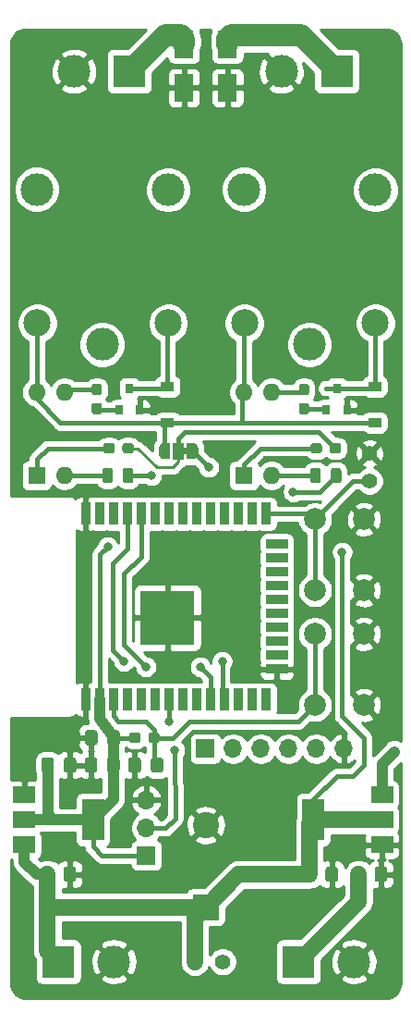
<source format=gbr>
%TF.GenerationSoftware,KiCad,Pcbnew,(5.1.6)-1*%
%TF.CreationDate,2020-08-06T11:41:01+05:30*%
%TF.ProjectId,ESP32-BLE-Relay-Control-Board,45535033-322d-4424-9c45-2d52656c6179,rev?*%
%TF.SameCoordinates,Original*%
%TF.FileFunction,Copper,L1,Top*%
%TF.FilePolarity,Positive*%
%FSLAX46Y46*%
G04 Gerber Fmt 4.6, Leading zero omitted, Abs format (unit mm)*
G04 Created by KiCad (PCBNEW (5.1.6)-1) date 2020-08-06 11:41:01*
%MOMM*%
%LPD*%
G01*
G04 APERTURE LIST*
%TA.AperFunction,EtchedComponent*%
%ADD10C,0.100000*%
%TD*%
%TA.AperFunction,ComponentPad*%
%ADD11O,1.700000X1.700000*%
%TD*%
%TA.AperFunction,ComponentPad*%
%ADD12R,1.700000X1.700000*%
%TD*%
%TA.AperFunction,SMDPad,CuDef*%
%ADD13C,0.100000*%
%TD*%
%TA.AperFunction,SMDPad,CuDef*%
%ADD14R,1.000000X1.500000*%
%TD*%
%TA.AperFunction,SMDPad,CuDef*%
%ADD15R,2.000000X1.500000*%
%TD*%
%TA.AperFunction,SMDPad,CuDef*%
%ADD16R,2.000000X3.800000*%
%TD*%
%TA.AperFunction,ComponentPad*%
%ADD17C,1.400000*%
%TD*%
%TA.AperFunction,SMDPad,CuDef*%
%ADD18R,1.800000X2.500000*%
%TD*%
%TA.AperFunction,ComponentPad*%
%ADD19C,3.000000*%
%TD*%
%TA.AperFunction,ComponentPad*%
%ADD20R,3.000000X3.000000*%
%TD*%
%TA.AperFunction,ComponentPad*%
%ADD21C,2.400000*%
%TD*%
%TA.AperFunction,ComponentPad*%
%ADD22R,2.400000X2.400000*%
%TD*%
%TA.AperFunction,SMDPad,CuDef*%
%ADD23R,0.900000X2.000000*%
%TD*%
%TA.AperFunction,SMDPad,CuDef*%
%ADD24R,2.000000X0.900000*%
%TD*%
%TA.AperFunction,SMDPad,CuDef*%
%ADD25R,5.000000X5.000000*%
%TD*%
%TA.AperFunction,ComponentPad*%
%ADD26C,2.000000*%
%TD*%
%TA.AperFunction,SMDPad,CuDef*%
%ADD27R,1.200000X0.900000*%
%TD*%
%TA.AperFunction,ComponentPad*%
%ADD28O,1.600000X1.600000*%
%TD*%
%TA.AperFunction,ComponentPad*%
%ADD29R,1.600000X1.600000*%
%TD*%
%TA.AperFunction,SMDPad,CuDef*%
%ADD30R,0.800000X0.900000*%
%TD*%
%TA.AperFunction,ComponentPad*%
%ADD31C,2.500000*%
%TD*%
%TA.AperFunction,ViaPad*%
%ADD32C,0.800000*%
%TD*%
%TA.AperFunction,Conductor*%
%ADD33C,0.400000*%
%TD*%
%TA.AperFunction,Conductor*%
%ADD34C,1.500000*%
%TD*%
%TA.AperFunction,Conductor*%
%ADD35C,1.000000*%
%TD*%
%TA.AperFunction,Conductor*%
%ADD36C,2.000000*%
%TD*%
%TA.AperFunction,Conductor*%
%ADD37C,0.250000*%
%TD*%
%TA.AperFunction,Conductor*%
%ADD38C,0.254000*%
%TD*%
G04 APERTURE END LIST*
D10*
%TO.C,JP3*%
G36*
X116900000Y-109550000D02*
G01*
X116400000Y-109550000D01*
X116400000Y-108950000D01*
X116900000Y-108950000D01*
X116900000Y-109550000D01*
G37*
%TD*%
D11*
%TO.P,J6,3*%
%TO.N,GND*%
X113050000Y-141195000D03*
%TO.P,J6,2*%
%TO.N,ADC1_7*%
X113050000Y-143735000D03*
D12*
%TO.P,J6,1*%
%TO.N,+3V3*%
X113050000Y-146275000D03*
%TD*%
%TA.AperFunction,SMDPad,CuDef*%
D13*
%TO.P,JP3,1*%
%TO.N,+3V3*%
G36*
X116750000Y-108500000D02*
G01*
X117300000Y-108500000D01*
X117300000Y-108500602D01*
X117324534Y-108500602D01*
X117373365Y-108505412D01*
X117421490Y-108514984D01*
X117468445Y-108529228D01*
X117513778Y-108548005D01*
X117557051Y-108571136D01*
X117597850Y-108598396D01*
X117635779Y-108629524D01*
X117670476Y-108664221D01*
X117701604Y-108702150D01*
X117728864Y-108742949D01*
X117751995Y-108786222D01*
X117770772Y-108831555D01*
X117785016Y-108878510D01*
X117794588Y-108926635D01*
X117799398Y-108975466D01*
X117799398Y-109000000D01*
X117800000Y-109000000D01*
X117800000Y-109500000D01*
X117799398Y-109500000D01*
X117799398Y-109524534D01*
X117794588Y-109573365D01*
X117785016Y-109621490D01*
X117770772Y-109668445D01*
X117751995Y-109713778D01*
X117728864Y-109757051D01*
X117701604Y-109797850D01*
X117670476Y-109835779D01*
X117635779Y-109870476D01*
X117597850Y-109901604D01*
X117557051Y-109928864D01*
X117513778Y-109951995D01*
X117468445Y-109970772D01*
X117421490Y-109985016D01*
X117373365Y-109994588D01*
X117324534Y-109999398D01*
X117300000Y-109999398D01*
X117300000Y-110000000D01*
X116750000Y-110000000D01*
X116750000Y-108500000D01*
G37*
%TD.AperFunction*%
D14*
%TO.P,JP3,2*%
%TO.N,OPTO_VCC*%
X116000000Y-109250000D03*
%TA.AperFunction,SMDPad,CuDef*%
D13*
%TO.P,JP3,3*%
%TO.N,+5V*%
G36*
X114700000Y-109999398D02*
G01*
X114675466Y-109999398D01*
X114626635Y-109994588D01*
X114578510Y-109985016D01*
X114531555Y-109970772D01*
X114486222Y-109951995D01*
X114442949Y-109928864D01*
X114402150Y-109901604D01*
X114364221Y-109870476D01*
X114329524Y-109835779D01*
X114298396Y-109797850D01*
X114271136Y-109757051D01*
X114248005Y-109713778D01*
X114229228Y-109668445D01*
X114214984Y-109621490D01*
X114205412Y-109573365D01*
X114200602Y-109524534D01*
X114200602Y-109500000D01*
X114200000Y-109500000D01*
X114200000Y-109000000D01*
X114200602Y-109000000D01*
X114200602Y-108975466D01*
X114205412Y-108926635D01*
X114214984Y-108878510D01*
X114229228Y-108831555D01*
X114248005Y-108786222D01*
X114271136Y-108742949D01*
X114298396Y-108702150D01*
X114329524Y-108664221D01*
X114364221Y-108629524D01*
X114402150Y-108598396D01*
X114442949Y-108571136D01*
X114486222Y-108548005D01*
X114531555Y-108529228D01*
X114578510Y-108514984D01*
X114626635Y-108505412D01*
X114675466Y-108500602D01*
X114700000Y-108500602D01*
X114700000Y-108500000D01*
X115250000Y-108500000D01*
X115250000Y-110000000D01*
X114700000Y-110000000D01*
X114700000Y-109999398D01*
G37*
%TD.AperFunction*%
%TD*%
D15*
%TO.P,U5,1*%
%TO.N,GND*%
X134650000Y-145300000D03*
%TO.P,U5,3*%
%TO.N,+12V*%
X134650000Y-140700000D03*
%TO.P,U5,2*%
%TO.N,+5V*%
X134650000Y-143000000D03*
D16*
X128350000Y-143000000D03*
%TD*%
%TO.P,R5,2*%
%TO.N,Net-(R5-Pad2)*%
%TA.AperFunction,SMDPad,CuDef*%
G36*
G01*
X108737500Y-104150000D02*
X108262500Y-104150000D01*
G75*
G02*
X108025000Y-103912500I0J237500D01*
G01*
X108025000Y-103337500D01*
G75*
G02*
X108262500Y-103100000I237500J0D01*
G01*
X108737500Y-103100000D01*
G75*
G02*
X108975000Y-103337500I0J-237500D01*
G01*
X108975000Y-103912500D01*
G75*
G02*
X108737500Y-104150000I-237500J0D01*
G01*
G37*
%TD.AperFunction*%
%TO.P,R5,1*%
%TO.N,Net-(Q1-Pad1)*%
%TA.AperFunction,SMDPad,CuDef*%
G36*
G01*
X108737500Y-105900000D02*
X108262500Y-105900000D01*
G75*
G02*
X108025000Y-105662500I0J237500D01*
G01*
X108025000Y-105087500D01*
G75*
G02*
X108262500Y-104850000I237500J0D01*
G01*
X108737500Y-104850000D01*
G75*
G02*
X108975000Y-105087500I0J-237500D01*
G01*
X108975000Y-105662500D01*
G75*
G02*
X108737500Y-105900000I-237500J0D01*
G01*
G37*
%TD.AperFunction*%
%TD*%
%TO.P,R4,2*%
%TO.N,Net-(R4-Pad2)*%
%TA.AperFunction,SMDPad,CuDef*%
G36*
G01*
X127737500Y-104150000D02*
X127262500Y-104150000D01*
G75*
G02*
X127025000Y-103912500I0J237500D01*
G01*
X127025000Y-103337500D01*
G75*
G02*
X127262500Y-103100000I237500J0D01*
G01*
X127737500Y-103100000D01*
G75*
G02*
X127975000Y-103337500I0J-237500D01*
G01*
X127975000Y-103912500D01*
G75*
G02*
X127737500Y-104150000I-237500J0D01*
G01*
G37*
%TD.AperFunction*%
%TO.P,R4,1*%
%TO.N,Net-(Q2-Pad1)*%
%TA.AperFunction,SMDPad,CuDef*%
G36*
G01*
X127737500Y-105900000D02*
X127262500Y-105900000D01*
G75*
G02*
X127025000Y-105662500I0J237500D01*
G01*
X127025000Y-105087500D01*
G75*
G02*
X127262500Y-104850000I237500J0D01*
G01*
X127737500Y-104850000D01*
G75*
G02*
X127975000Y-105087500I0J-237500D01*
G01*
X127975000Y-105662500D01*
G75*
G02*
X127737500Y-105900000I-237500J0D01*
G01*
G37*
%TD.AperFunction*%
%TD*%
%TO.P,C8,2*%
%TO.N,GND*%
%TA.AperFunction,SMDPad,CuDef*%
G36*
G01*
X129475000Y-148450001D02*
X129475000Y-147549999D01*
G75*
G02*
X129724999Y-147300000I249999J0D01*
G01*
X130375001Y-147300000D01*
G75*
G02*
X130625000Y-147549999I0J-249999D01*
G01*
X130625000Y-148450001D01*
G75*
G02*
X130375001Y-148700000I-249999J0D01*
G01*
X129724999Y-148700000D01*
G75*
G02*
X129475000Y-148450001I0J249999D01*
G01*
G37*
%TD.AperFunction*%
%TO.P,C8,1*%
%TO.N,+5V*%
%TA.AperFunction,SMDPad,CuDef*%
G36*
G01*
X127425000Y-148450001D02*
X127425000Y-147549999D01*
G75*
G02*
X127674999Y-147300000I249999J0D01*
G01*
X128325001Y-147300000D01*
G75*
G02*
X128575000Y-147549999I0J-249999D01*
G01*
X128575000Y-148450001D01*
G75*
G02*
X128325001Y-148700000I-249999J0D01*
G01*
X127674999Y-148700000D01*
G75*
G02*
X127425000Y-148450001I0J249999D01*
G01*
G37*
%TD.AperFunction*%
%TD*%
%TO.P,C7,2*%
%TO.N,GND*%
%TA.AperFunction,SMDPad,CuDef*%
G36*
G01*
X133975000Y-148450001D02*
X133975000Y-147549999D01*
G75*
G02*
X134224999Y-147300000I249999J0D01*
G01*
X134875001Y-147300000D01*
G75*
G02*
X135125000Y-147549999I0J-249999D01*
G01*
X135125000Y-148450001D01*
G75*
G02*
X134875001Y-148700000I-249999J0D01*
G01*
X134224999Y-148700000D01*
G75*
G02*
X133975000Y-148450001I0J249999D01*
G01*
G37*
%TD.AperFunction*%
%TO.P,C7,1*%
%TO.N,+12V*%
%TA.AperFunction,SMDPad,CuDef*%
G36*
G01*
X131925000Y-148450001D02*
X131925000Y-147549999D01*
G75*
G02*
X132174999Y-147300000I249999J0D01*
G01*
X132825001Y-147300000D01*
G75*
G02*
X133075000Y-147549999I0J-249999D01*
G01*
X133075000Y-148450001D01*
G75*
G02*
X132825001Y-148700000I-249999J0D01*
G01*
X132174999Y-148700000D01*
G75*
G02*
X131925000Y-148450001I0J249999D01*
G01*
G37*
%TD.AperFunction*%
%TD*%
D17*
%TO.P,JP2-BOOT1,2*%
%TO.N,GND*%
X133500000Y-109460000D03*
%TO.P,JP2-BOOT1,1*%
%TO.N,/IO0*%
X133500000Y-112000000D03*
%TD*%
D11*
%TO.P,J5,6*%
%TO.N,GND*%
X131160000Y-136500000D03*
%TO.P,J5,5*%
%TO.N,Net-(J5-Pad5)*%
X128620000Y-136500000D03*
%TO.P,J5,4*%
%TO.N,3V3*%
X126080000Y-136500000D03*
%TO.P,J5,3*%
%TO.N,RX0*%
X123540000Y-136500000D03*
%TO.P,J5,2*%
%TO.N,TX0*%
X121000000Y-136500000D03*
D12*
%TO.P,J5,1*%
%TO.N,Net-(J5-Pad1)*%
X118460000Y-136500000D03*
%TD*%
D18*
%TO.P,D6,2*%
%TO.N,GND*%
X116500000Y-76000000D03*
%TO.P,D6,1*%
%TO.N,Net-(D6-Pad1)*%
X116500000Y-72000000D03*
%TD*%
%TO.P,D5,2*%
%TO.N,GND*%
X120500000Y-76000000D03*
%TO.P,D5,1*%
%TO.N,Net-(D5-Pad1)*%
X120500000Y-72000000D03*
%TD*%
D15*
%TO.P,U4,1*%
%TO.N,GND*%
X101850000Y-140700000D03*
%TO.P,U4,3*%
%TO.N,+5V*%
X101850000Y-145300000D03*
%TO.P,U4,2*%
%TO.N,+3V3*%
X101850000Y-143000000D03*
D16*
X108150000Y-143000000D03*
%TD*%
D17*
%TO.P,JP1,2*%
%TO.N,+5V*%
X117500000Y-156000000D03*
%TO.P,JP1,1*%
%TO.N,+12V*%
X120040000Y-156000000D03*
%TD*%
D19*
%TO.P,J4,2*%
%TO.N,GND*%
X110080000Y-156000000D03*
D20*
%TO.P,J4,1*%
%TO.N,+5V*%
X105000000Y-156000000D03*
%TD*%
D19*
%TO.P,J3,2*%
%TO.N,GND*%
X132080000Y-156000000D03*
D20*
%TO.P,J3,1*%
%TO.N,+12V*%
X127000000Y-156000000D03*
%TD*%
D19*
%TO.P,J2,2*%
%TO.N,GND*%
X106420000Y-74500000D03*
D20*
%TO.P,J2,1*%
%TO.N,Net-(D6-Pad1)*%
X111500000Y-74500000D03*
%TD*%
D19*
%TO.P,J1,2*%
%TO.N,GND*%
X125420000Y-74500000D03*
D20*
%TO.P,J1,1*%
%TO.N,Net-(D5-Pad1)*%
X130500000Y-74500000D03*
%TD*%
D21*
%TO.P,C6,2*%
%TO.N,GND*%
X118500000Y-143500000D03*
D22*
%TO.P,C6,1*%
%TO.N,+5V*%
X118500000Y-151000000D03*
%TD*%
%TO.P,C5,2*%
%TO.N,GND*%
%TA.AperFunction,SMDPad,CuDef*%
G36*
G01*
X105475000Y-138450001D02*
X105475000Y-137549999D01*
G75*
G02*
X105724999Y-137300000I249999J0D01*
G01*
X106375001Y-137300000D01*
G75*
G02*
X106625000Y-137549999I0J-249999D01*
G01*
X106625000Y-138450001D01*
G75*
G02*
X106375001Y-138700000I-249999J0D01*
G01*
X105724999Y-138700000D01*
G75*
G02*
X105475000Y-138450001I0J249999D01*
G01*
G37*
%TD.AperFunction*%
%TO.P,C5,1*%
%TO.N,+3V3*%
%TA.AperFunction,SMDPad,CuDef*%
G36*
G01*
X103425000Y-138450001D02*
X103425000Y-137549999D01*
G75*
G02*
X103674999Y-137300000I249999J0D01*
G01*
X104325001Y-137300000D01*
G75*
G02*
X104575000Y-137549999I0J-249999D01*
G01*
X104575000Y-138450001D01*
G75*
G02*
X104325001Y-138700000I-249999J0D01*
G01*
X103674999Y-138700000D01*
G75*
G02*
X103425000Y-138450001I0J249999D01*
G01*
G37*
%TD.AperFunction*%
%TD*%
%TO.P,C4,2*%
%TO.N,GND*%
%TA.AperFunction,SMDPad,CuDef*%
G36*
G01*
X105450000Y-148450001D02*
X105450000Y-147549999D01*
G75*
G02*
X105699999Y-147300000I249999J0D01*
G01*
X106350001Y-147300000D01*
G75*
G02*
X106600000Y-147549999I0J-249999D01*
G01*
X106600000Y-148450001D01*
G75*
G02*
X106350001Y-148700000I-249999J0D01*
G01*
X105699999Y-148700000D01*
G75*
G02*
X105450000Y-148450001I0J249999D01*
G01*
G37*
%TD.AperFunction*%
%TO.P,C4,1*%
%TO.N,+5V*%
%TA.AperFunction,SMDPad,CuDef*%
G36*
G01*
X103400000Y-148450001D02*
X103400000Y-147549999D01*
G75*
G02*
X103649999Y-147300000I249999J0D01*
G01*
X104300001Y-147300000D01*
G75*
G02*
X104550000Y-147549999I0J-249999D01*
G01*
X104550000Y-148450001D01*
G75*
G02*
X104300001Y-148700000I-249999J0D01*
G01*
X103649999Y-148700000D01*
G75*
G02*
X103400000Y-148450001I0J249999D01*
G01*
G37*
%TD.AperFunction*%
%TD*%
D23*
%TO.P,U1,38*%
%TO.N,GND*%
X107500000Y-115000000D03*
%TO.P,U1,37*%
%TO.N,Net-(U1-Pad37)*%
X108770000Y-115000000D03*
%TO.P,U1,36*%
%TO.N,Net-(U1-Pad36)*%
X110040000Y-115000000D03*
%TO.P,U1,35*%
%TO.N,TX0*%
X111310000Y-115000000D03*
%TO.P,U1,34*%
%TO.N,RX0*%
X112580000Y-115000000D03*
%TO.P,U1,33*%
%TO.N,Net-(U1-Pad33)*%
X113850000Y-115000000D03*
%TO.P,U1,32*%
%TO.N,Net-(U1-Pad32)*%
X115120000Y-115000000D03*
%TO.P,U1,31*%
%TO.N,Net-(U1-Pad31)*%
X116390000Y-115000000D03*
%TO.P,U1,30*%
%TO.N,Net-(U1-Pad30)*%
X117660000Y-115000000D03*
%TO.P,U1,29*%
%TO.N,Net-(U1-Pad29)*%
X118930000Y-115000000D03*
%TO.P,U1,28*%
%TO.N,Net-(U1-Pad28)*%
X120200000Y-115000000D03*
%TO.P,U1,27*%
%TO.N,Net-(U1-Pad27)*%
X121470000Y-115000000D03*
%TO.P,U1,26*%
%TO.N,Net-(U1-Pad26)*%
X122740000Y-115000000D03*
%TO.P,U1,25*%
%TO.N,/IO0*%
X124010000Y-115000000D03*
D24*
%TO.P,U1,24*%
%TO.N,Net-(U1-Pad24)*%
X125010000Y-117785000D03*
%TO.P,U1,23*%
%TO.N,Net-(U1-Pad23)*%
X125010000Y-119055000D03*
%TO.P,U1,22*%
%TO.N,Net-(U1-Pad22)*%
X125010000Y-120325000D03*
%TO.P,U1,21*%
%TO.N,Net-(U1-Pad21)*%
X125010000Y-121595000D03*
%TO.P,U1,20*%
%TO.N,Net-(U1-Pad20)*%
X125010000Y-122865000D03*
%TO.P,U1,19*%
%TO.N,Net-(U1-Pad19)*%
X125010000Y-124135000D03*
%TO.P,U1,18*%
%TO.N,Net-(U1-Pad18)*%
X125010000Y-125405000D03*
%TO.P,U1,17*%
%TO.N,Net-(U1-Pad17)*%
X125010000Y-126675000D03*
%TO.P,U1,16*%
%TO.N,Net-(U1-Pad16)*%
X125010000Y-127945000D03*
%TO.P,U1,15*%
%TO.N,GND*%
X125010000Y-129215000D03*
D23*
%TO.P,U1,14*%
%TO.N,Net-(U1-Pad14)*%
X124010000Y-132000000D03*
%TO.P,U1,13*%
%TO.N,Net-(U1-Pad13)*%
X122740000Y-132000000D03*
%TO.P,U1,12*%
%TO.N,Net-(U1-Pad12)*%
X121470000Y-132000000D03*
%TO.P,U1,11*%
%TO.N,IO26*%
X120200000Y-132000000D03*
%TO.P,U1,10*%
%TO.N,IO25*%
X118930000Y-132000000D03*
%TO.P,U1,9*%
%TO.N,Net-(U1-Pad9)*%
X117660000Y-132000000D03*
%TO.P,U1,8*%
%TO.N,Net-(U1-Pad8)*%
X116390000Y-132000000D03*
%TO.P,U1,7*%
%TO.N,ADC1_7*%
X115120000Y-132000000D03*
%TO.P,U1,6*%
%TO.N,Net-(U1-Pad6)*%
X113850000Y-132000000D03*
%TO.P,U1,5*%
%TO.N,Net-(U1-Pad5)*%
X112580000Y-132000000D03*
%TO.P,U1,4*%
%TO.N,Net-(U1-Pad4)*%
X111310000Y-132000000D03*
%TO.P,U1,3*%
%TO.N,/EN*%
X110040000Y-132000000D03*
%TO.P,U1,2*%
%TO.N,+3V3*%
X108770000Y-132000000D03*
%TO.P,U1,1*%
%TO.N,GND*%
X107500000Y-132000000D03*
D25*
%TO.P,U1,39*%
X115000000Y-124500000D03*
%TD*%
D26*
%TO.P,BOOT1,1*%
%TO.N,/IO0*%
X128500000Y-115500000D03*
%TO.P,BOOT1,2*%
%TO.N,GND*%
X133000000Y-115500000D03*
%TO.P,BOOT1,1*%
%TO.N,/IO0*%
X128500000Y-122000000D03*
%TO.P,BOOT1,2*%
%TO.N,GND*%
X133000000Y-122000000D03*
%TD*%
%TO.P,RST1,1*%
%TO.N,/EN*%
X128500000Y-126000000D03*
%TO.P,RST1,2*%
%TO.N,GND*%
X133000000Y-126000000D03*
%TO.P,RST1,1*%
%TO.N,/EN*%
X128500000Y-132500000D03*
%TO.P,RST1,2*%
%TO.N,GND*%
X133000000Y-132500000D03*
%TD*%
D27*
%TO.P,D3,2*%
%TO.N,Net-(D3-Pad2)*%
X115000000Y-103350000D03*
%TO.P,D3,1*%
%TO.N,+5V*%
X115000000Y-106650000D03*
%TD*%
%TO.P,D1,2*%
%TO.N,Net-(D1-Pad2)*%
X134000000Y-103350000D03*
%TO.P,D1,1*%
%TO.N,+5V*%
X134000000Y-106650000D03*
%TD*%
D28*
%TO.P,U3,4*%
%TO.N,+5V*%
X122000000Y-103880000D03*
%TO.P,U3,2*%
%TO.N,Net-(D4-Pad2)*%
X124540000Y-111500000D03*
%TO.P,U3,3*%
%TO.N,Net-(R4-Pad2)*%
X124540000Y-103880000D03*
D29*
%TO.P,U3,1*%
%TO.N,Net-(R3-Pad1)*%
X122000000Y-111500000D03*
%TD*%
%TO.P,R3,2*%
%TO.N,OPTO_VCC*%
%TA.AperFunction,SMDPad,CuDef*%
G36*
G01*
X129850000Y-109237500D02*
X129850000Y-108762500D01*
G75*
G02*
X130087500Y-108525000I237500J0D01*
G01*
X130662500Y-108525000D01*
G75*
G02*
X130900000Y-108762500I0J-237500D01*
G01*
X130900000Y-109237500D01*
G75*
G02*
X130662500Y-109475000I-237500J0D01*
G01*
X130087500Y-109475000D01*
G75*
G02*
X129850000Y-109237500I0J237500D01*
G01*
G37*
%TD.AperFunction*%
%TO.P,R3,1*%
%TO.N,Net-(R3-Pad1)*%
%TA.AperFunction,SMDPad,CuDef*%
G36*
G01*
X128100000Y-109237500D02*
X128100000Y-108762500D01*
G75*
G02*
X128337500Y-108525000I237500J0D01*
G01*
X128912500Y-108525000D01*
G75*
G02*
X129150000Y-108762500I0J-237500D01*
G01*
X129150000Y-109237500D01*
G75*
G02*
X128912500Y-109475000I-237500J0D01*
G01*
X128337500Y-109475000D01*
G75*
G02*
X128100000Y-109237500I0J237500D01*
G01*
G37*
%TD.AperFunction*%
%TD*%
D30*
%TO.P,Q2,3*%
%TO.N,Net-(D1-Pad2)*%
X130500000Y-103500000D03*
%TO.P,Q2,2*%
%TO.N,GND*%
X131450000Y-105500000D03*
%TO.P,Q2,1*%
%TO.N,Net-(Q2-Pad1)*%
X129550000Y-105500000D03*
%TD*%
D19*
%TO.P,K2,1*%
%TO.N,+12V*%
X128000000Y-99500000D03*
D31*
%TO.P,K2,5*%
%TO.N,+5V*%
X122050000Y-97550000D03*
D19*
%TO.P,K2,4*%
%TO.N,Net-(K2-Pad4)*%
X122000000Y-85300000D03*
%TO.P,K2,3*%
%TO.N,Net-(D5-Pad1)*%
X134050000Y-85350000D03*
D31*
%TO.P,K2,2*%
%TO.N,Net-(D1-Pad2)*%
X134050000Y-97550000D03*
%TD*%
%TO.P,D4,2*%
%TO.N,Net-(D4-Pad2)*%
%TA.AperFunction,SMDPad,CuDef*%
G36*
G01*
X129050000Y-111043750D02*
X129050000Y-111956250D01*
G75*
G02*
X128806250Y-112200000I-243750J0D01*
G01*
X128318750Y-112200000D01*
G75*
G02*
X128075000Y-111956250I0J243750D01*
G01*
X128075000Y-111043750D01*
G75*
G02*
X128318750Y-110800000I243750J0D01*
G01*
X128806250Y-110800000D01*
G75*
G02*
X129050000Y-111043750I0J-243750D01*
G01*
G37*
%TD.AperFunction*%
%TO.P,D4,1*%
%TO.N,IO26*%
%TA.AperFunction,SMDPad,CuDef*%
G36*
G01*
X130925000Y-111043750D02*
X130925000Y-111956250D01*
G75*
G02*
X130681250Y-112200000I-243750J0D01*
G01*
X130193750Y-112200000D01*
G75*
G02*
X129950000Y-111956250I0J243750D01*
G01*
X129950000Y-111043750D01*
G75*
G02*
X130193750Y-110800000I243750J0D01*
G01*
X130681250Y-110800000D01*
G75*
G02*
X130925000Y-111043750I0J-243750D01*
G01*
G37*
%TD.AperFunction*%
%TD*%
%TO.P,C3,2*%
%TO.N,GND*%
%TA.AperFunction,SMDPad,CuDef*%
G36*
G01*
X112550000Y-137549999D02*
X112550000Y-138450001D01*
G75*
G02*
X112300001Y-138700000I-249999J0D01*
G01*
X111649999Y-138700000D01*
G75*
G02*
X111400000Y-138450001I0J249999D01*
G01*
X111400000Y-137549999D01*
G75*
G02*
X111649999Y-137300000I249999J0D01*
G01*
X112300001Y-137300000D01*
G75*
G02*
X112550000Y-137549999I0J-249999D01*
G01*
G37*
%TD.AperFunction*%
%TO.P,C3,1*%
%TO.N,/EN*%
%TA.AperFunction,SMDPad,CuDef*%
G36*
G01*
X114600000Y-137549999D02*
X114600000Y-138450001D01*
G75*
G02*
X114350001Y-138700000I-249999J0D01*
G01*
X113699999Y-138700000D01*
G75*
G02*
X113450000Y-138450001I0J249999D01*
G01*
X113450000Y-137549999D01*
G75*
G02*
X113699999Y-137300000I249999J0D01*
G01*
X114350001Y-137300000D01*
G75*
G02*
X114600000Y-137549999I0J-249999D01*
G01*
G37*
%TD.AperFunction*%
%TD*%
%TO.P,C2,2*%
%TO.N,GND*%
%TA.AperFunction,SMDPad,CuDef*%
G36*
G01*
X108575000Y-135049999D02*
X108575000Y-135950001D01*
G75*
G02*
X108325001Y-136200000I-249999J0D01*
G01*
X107674999Y-136200000D01*
G75*
G02*
X107425000Y-135950001I0J249999D01*
G01*
X107425000Y-135049999D01*
G75*
G02*
X107674999Y-134800000I249999J0D01*
G01*
X108325001Y-134800000D01*
G75*
G02*
X108575000Y-135049999I0J-249999D01*
G01*
G37*
%TD.AperFunction*%
%TO.P,C2,1*%
%TO.N,+3V3*%
%TA.AperFunction,SMDPad,CuDef*%
G36*
G01*
X110625000Y-135049999D02*
X110625000Y-135950001D01*
G75*
G02*
X110375001Y-136200000I-249999J0D01*
G01*
X109724999Y-136200000D01*
G75*
G02*
X109475000Y-135950001I0J249999D01*
G01*
X109475000Y-135049999D01*
G75*
G02*
X109724999Y-134800000I249999J0D01*
G01*
X110375001Y-134800000D01*
G75*
G02*
X110625000Y-135049999I0J-249999D01*
G01*
G37*
%TD.AperFunction*%
%TD*%
%TO.P,C1,2*%
%TO.N,GND*%
%TA.AperFunction,SMDPad,CuDef*%
G36*
G01*
X108550000Y-137549999D02*
X108550000Y-138450001D01*
G75*
G02*
X108300001Y-138700000I-249999J0D01*
G01*
X107649999Y-138700000D01*
G75*
G02*
X107400000Y-138450001I0J249999D01*
G01*
X107400000Y-137549999D01*
G75*
G02*
X107649999Y-137300000I249999J0D01*
G01*
X108300001Y-137300000D01*
G75*
G02*
X108550000Y-137549999I0J-249999D01*
G01*
G37*
%TD.AperFunction*%
%TO.P,C1,1*%
%TO.N,+3V3*%
%TA.AperFunction,SMDPad,CuDef*%
G36*
G01*
X110600000Y-137549999D02*
X110600000Y-138450001D01*
G75*
G02*
X110350001Y-138700000I-249999J0D01*
G01*
X109699999Y-138700000D01*
G75*
G02*
X109450000Y-138450001I0J249999D01*
G01*
X109450000Y-137549999D01*
G75*
G02*
X109699999Y-137300000I249999J0D01*
G01*
X110350001Y-137300000D01*
G75*
G02*
X110600000Y-137549999I0J-249999D01*
G01*
G37*
%TD.AperFunction*%
%TD*%
%TO.P,R2,2*%
%TO.N,+3V3*%
%TA.AperFunction,SMDPad,CuDef*%
G36*
G01*
X112525000Y-135262500D02*
X112525000Y-135737500D01*
G75*
G02*
X112287500Y-135975000I-237500J0D01*
G01*
X111712500Y-135975000D01*
G75*
G02*
X111475000Y-135737500I0J237500D01*
G01*
X111475000Y-135262500D01*
G75*
G02*
X111712500Y-135025000I237500J0D01*
G01*
X112287500Y-135025000D01*
G75*
G02*
X112525000Y-135262500I0J-237500D01*
G01*
G37*
%TD.AperFunction*%
%TO.P,R2,1*%
%TO.N,/EN*%
%TA.AperFunction,SMDPad,CuDef*%
G36*
G01*
X114275000Y-135262500D02*
X114275000Y-135737500D01*
G75*
G02*
X114037500Y-135975000I-237500J0D01*
G01*
X113462500Y-135975000D01*
G75*
G02*
X113225000Y-135737500I0J237500D01*
G01*
X113225000Y-135262500D01*
G75*
G02*
X113462500Y-135025000I237500J0D01*
G01*
X114037500Y-135025000D01*
G75*
G02*
X114275000Y-135262500I0J-237500D01*
G01*
G37*
%TD.AperFunction*%
%TD*%
D28*
%TO.P,U2,4*%
%TO.N,+5V*%
X103000000Y-103880000D03*
%TO.P,U2,2*%
%TO.N,Net-(D2-Pad2)*%
X105540000Y-111500000D03*
%TO.P,U2,3*%
%TO.N,Net-(R5-Pad2)*%
X105540000Y-103880000D03*
D29*
%TO.P,U2,1*%
%TO.N,Net-(R1-Pad1)*%
X103000000Y-111500000D03*
%TD*%
%TO.P,R1,2*%
%TO.N,OPTO_VCC*%
%TA.AperFunction,SMDPad,CuDef*%
G36*
G01*
X110850000Y-109237500D02*
X110850000Y-108762500D01*
G75*
G02*
X111087500Y-108525000I237500J0D01*
G01*
X111662500Y-108525000D01*
G75*
G02*
X111900000Y-108762500I0J-237500D01*
G01*
X111900000Y-109237500D01*
G75*
G02*
X111662500Y-109475000I-237500J0D01*
G01*
X111087500Y-109475000D01*
G75*
G02*
X110850000Y-109237500I0J237500D01*
G01*
G37*
%TD.AperFunction*%
%TO.P,R1,1*%
%TO.N,Net-(R1-Pad1)*%
%TA.AperFunction,SMDPad,CuDef*%
G36*
G01*
X109100000Y-109237500D02*
X109100000Y-108762500D01*
G75*
G02*
X109337500Y-108525000I237500J0D01*
G01*
X109912500Y-108525000D01*
G75*
G02*
X110150000Y-108762500I0J-237500D01*
G01*
X110150000Y-109237500D01*
G75*
G02*
X109912500Y-109475000I-237500J0D01*
G01*
X109337500Y-109475000D01*
G75*
G02*
X109100000Y-109237500I0J237500D01*
G01*
G37*
%TD.AperFunction*%
%TD*%
D30*
%TO.P,Q1,3*%
%TO.N,Net-(D3-Pad2)*%
X111500000Y-103500000D03*
%TO.P,Q1,2*%
%TO.N,GND*%
X112450000Y-105500000D03*
%TO.P,Q1,1*%
%TO.N,Net-(Q1-Pad1)*%
X110550000Y-105500000D03*
%TD*%
D19*
%TO.P,K1,1*%
%TO.N,+12V*%
X109000000Y-99500000D03*
D31*
%TO.P,K1,5*%
%TO.N,+5V*%
X103050000Y-97550000D03*
D19*
%TO.P,K1,4*%
%TO.N,Net-(K1-Pad4)*%
X103000000Y-85300000D03*
%TO.P,K1,3*%
%TO.N,Net-(D6-Pad1)*%
X115050000Y-85350000D03*
D31*
%TO.P,K1,2*%
%TO.N,Net-(D3-Pad2)*%
X115050000Y-97550000D03*
%TD*%
%TO.P,D2,2*%
%TO.N,Net-(D2-Pad2)*%
%TA.AperFunction,SMDPad,CuDef*%
G36*
G01*
X109987500Y-111043750D02*
X109987500Y-111956250D01*
G75*
G02*
X109743750Y-112200000I-243750J0D01*
G01*
X109256250Y-112200000D01*
G75*
G02*
X109012500Y-111956250I0J243750D01*
G01*
X109012500Y-111043750D01*
G75*
G02*
X109256250Y-110800000I243750J0D01*
G01*
X109743750Y-110800000D01*
G75*
G02*
X109987500Y-111043750I0J-243750D01*
G01*
G37*
%TD.AperFunction*%
%TO.P,D2,1*%
%TO.N,IO25*%
%TA.AperFunction,SMDPad,CuDef*%
G36*
G01*
X111862500Y-111043750D02*
X111862500Y-111956250D01*
G75*
G02*
X111618750Y-112200000I-243750J0D01*
G01*
X111131250Y-112200000D01*
G75*
G02*
X110887500Y-111956250I0J243750D01*
G01*
X110887500Y-111043750D01*
G75*
G02*
X111131250Y-110800000I243750J0D01*
G01*
X111618750Y-110800000D01*
G75*
G02*
X111862500Y-111043750I0J-243750D01*
G01*
G37*
%TD.AperFunction*%
%TD*%
D32*
%TO.N,+5V*%
X131000000Y-118500000D03*
%TO.N,+3V3*%
X109500000Y-118000000D03*
X118750000Y-110750000D03*
%TO.N,+12V*%
X135774990Y-136774990D03*
%TO.N,IO26*%
X126500000Y-113000000D03*
X120000000Y-128500000D03*
%TO.N,IO25*%
X118000000Y-129000000D03*
X113500000Y-111500000D03*
%TO.N,RX0*%
X113000000Y-129000000D03*
%TO.N,TX0*%
X111000000Y-128500000D03*
%TO.N,ADC1_7*%
X115650000Y-136650000D03*
X115150000Y-134050000D03*
%TD*%
D33*
%TO.N,Net-(D1-Pad2)*%
X133850000Y-103500000D02*
X134000000Y-103350000D01*
X129500000Y-103500000D02*
X133850000Y-103500000D01*
X134050000Y-103300000D02*
X134000000Y-103350000D01*
X134050000Y-97550000D02*
X134050000Y-103300000D01*
%TO.N,Net-(D2-Pad2)*%
X105540000Y-111500000D02*
X109500000Y-111500000D01*
%TO.N,Net-(Q1-Pad1)*%
X108625000Y-105500000D02*
X108500000Y-105375000D01*
X110550000Y-105500000D02*
X108625000Y-105500000D01*
%TO.N,+5V*%
X103000000Y-97600000D02*
X103050000Y-97550000D01*
X103000000Y-103880000D02*
X103000000Y-97600000D01*
X115000000Y-106650000D02*
X105150000Y-106650000D01*
X103000000Y-104500000D02*
X103000000Y-103880000D01*
X105150000Y-106650000D02*
X103000000Y-104500000D01*
X122000000Y-97600000D02*
X122050000Y-97550000D01*
X122000000Y-103880000D02*
X122000000Y-97600000D01*
X134000000Y-106650000D02*
X121850000Y-106650000D01*
D34*
X128000000Y-143350000D02*
X128350000Y-143000000D01*
X128000000Y-148000000D02*
X128000000Y-143350000D01*
X128350000Y-143000000D02*
X134650000Y-143000000D01*
D33*
X128350000Y-143000000D02*
X128350000Y-141150000D01*
X128350000Y-141150000D02*
X130500000Y-139000000D01*
X130500000Y-139000000D02*
X132000000Y-139000000D01*
X132000000Y-139000000D02*
X133000000Y-138000000D01*
X133000000Y-138000000D02*
X133000000Y-135500000D01*
X133000000Y-135500000D02*
X131000000Y-133500000D01*
X131000000Y-133500000D02*
X131000000Y-118500000D01*
D35*
X103975000Y-148000000D02*
X103000000Y-148000000D01*
X101850000Y-146850000D02*
X101850000Y-145300000D01*
X103000000Y-148000000D02*
X101850000Y-146850000D01*
D34*
X121500000Y-148000000D02*
X118500000Y-151000000D01*
X128000000Y-148000000D02*
X121500000Y-148000000D01*
X105000000Y-156000000D02*
X103975000Y-154975000D01*
X104000000Y-151000000D02*
X103975000Y-150975000D01*
X118500000Y-151000000D02*
X104000000Y-151000000D01*
X103975000Y-154975000D02*
X103975000Y-150975000D01*
X103975000Y-150975000D02*
X103975000Y-148000000D01*
X117500000Y-152000000D02*
X118500000Y-151000000D01*
X117500000Y-156000000D02*
X117500000Y-152000000D01*
D33*
X114700000Y-106950000D02*
X115000000Y-106650000D01*
X114700000Y-109250000D02*
X114700000Y-106950000D01*
X115000000Y-106650000D02*
X121850000Y-106650000D01*
X121850000Y-104030000D02*
X122000000Y-103880000D01*
X121850000Y-106650000D02*
X121850000Y-104030000D01*
%TO.N,Net-(R1-Pad1)*%
X103000000Y-111500000D02*
X103000000Y-110000000D01*
X104000000Y-109000000D02*
X109625000Y-109000000D01*
X103000000Y-110000000D02*
X104000000Y-109000000D01*
%TO.N,+3V3*%
X104000000Y-138000000D02*
X104000000Y-143000000D01*
X101850000Y-143000000D02*
X104000000Y-143000000D01*
X104000000Y-143000000D02*
X108150000Y-143000000D01*
D35*
X110025000Y-135525000D02*
X110050000Y-135500000D01*
X110025000Y-138000000D02*
X110025000Y-135525000D01*
X104000000Y-142500000D02*
X104500000Y-143000000D01*
X104000000Y-138000000D02*
X104000000Y-142500000D01*
X101850000Y-143000000D02*
X104500000Y-143000000D01*
X104500000Y-143000000D02*
X108150000Y-143000000D01*
X110025000Y-141125000D02*
X110025000Y-138000000D01*
X108150000Y-143000000D02*
X110025000Y-141125000D01*
X108770000Y-132000000D02*
X108770000Y-133730000D01*
X110050000Y-135431480D02*
X110050000Y-135500000D01*
X108770000Y-133730000D02*
X110050000Y-135431480D01*
D33*
X112000000Y-135500000D02*
X110050000Y-135500000D01*
X108770000Y-132000000D02*
X108770000Y-118730000D01*
X108770000Y-118730000D02*
X109500000Y-118000000D01*
X117300000Y-109250000D02*
X117300000Y-109300000D01*
X117300000Y-109300000D02*
X118750000Y-110750000D01*
X113050000Y-146275000D02*
X108950000Y-146275000D01*
X108150000Y-145475000D02*
X108150000Y-143000000D01*
X108950000Y-146275000D02*
X108150000Y-145475000D01*
%TO.N,/EN*%
X110040000Y-132000000D02*
X110040000Y-133540000D01*
X110040000Y-133540000D02*
X110500000Y-134000000D01*
X110500000Y-134000000D02*
X113000000Y-134000000D01*
X113750000Y-134750000D02*
X113750000Y-135500000D01*
X113000000Y-134000000D02*
X113750000Y-134750000D01*
X113750000Y-137725000D02*
X114025000Y-138000000D01*
X113750000Y-135500000D02*
X113750000Y-137725000D01*
X128500000Y-126000000D02*
X128500000Y-132500000D01*
X113750000Y-135500000D02*
X115500000Y-135500000D01*
X115500000Y-135500000D02*
X117000000Y-134000000D01*
X127000000Y-134000000D02*
X128500000Y-132500000D01*
X117000000Y-134000000D02*
X127000000Y-134000000D01*
%TO.N,/IO0*%
X128000000Y-115000000D02*
X128500000Y-115500000D01*
X124010000Y-115000000D02*
X128000000Y-115000000D01*
X132000000Y-112000000D02*
X128500000Y-115500000D01*
X133500000Y-112000000D02*
X132000000Y-112000000D01*
X128500000Y-115500000D02*
X128500000Y-122000000D01*
%TO.N,Net-(D3-Pad2)*%
X115000000Y-97600000D02*
X115050000Y-97550000D01*
X115000000Y-103350000D02*
X115000000Y-97600000D01*
X114850000Y-103500000D02*
X115000000Y-103350000D01*
X111500000Y-103500000D02*
X114850000Y-103500000D01*
%TO.N,Net-(D4-Pad2)*%
X124540000Y-111500000D02*
X128562500Y-111500000D01*
%TO.N,Net-(Q2-Pad1)*%
X129425000Y-105375000D02*
X129550000Y-105500000D01*
X127500000Y-105375000D02*
X129425000Y-105375000D01*
%TO.N,Net-(R3-Pad1)*%
X122000000Y-111500000D02*
X122000000Y-110500000D01*
X123500000Y-109000000D02*
X128625000Y-109000000D01*
X122000000Y-110500000D02*
X123500000Y-109000000D01*
D35*
%TO.N,+12V*%
X134650000Y-137899980D02*
X135774990Y-136774990D01*
X134650000Y-140700000D02*
X134650000Y-137899980D01*
D34*
X132500000Y-150500000D02*
X132500000Y-148000000D01*
X127000000Y-156000000D02*
X132500000Y-150500000D01*
D36*
%TO.N,Net-(D5-Pad1)*%
X120500000Y-71500000D02*
X120774990Y-71225010D01*
X120500000Y-72000000D02*
X120500000Y-71500000D01*
X127225010Y-71225010D02*
X130500000Y-74500000D01*
X120774990Y-71225010D02*
X127225010Y-71225010D01*
%TO.N,Net-(D6-Pad1)*%
X116500000Y-71500000D02*
X116225010Y-71225010D01*
X116500000Y-72000000D02*
X116500000Y-71500000D01*
X114774990Y-71225010D02*
X111500000Y-74500000D01*
X116225010Y-71225010D02*
X114774990Y-71225010D01*
D33*
%TO.N,IO26*%
X130437500Y-111500000D02*
X128937500Y-113000000D01*
X128937500Y-113000000D02*
X126500000Y-113000000D01*
X120000000Y-131800000D02*
X120200000Y-132000000D01*
X120000000Y-128500000D02*
X120000000Y-131800000D01*
%TO.N,IO25*%
X118930000Y-132000000D02*
X118930000Y-129930000D01*
X118930000Y-129930000D02*
X118000000Y-129000000D01*
X113500000Y-111500000D02*
X111375000Y-111500000D01*
%TO.N,RX0*%
X111000000Y-120500000D02*
X111000000Y-127000000D01*
X112250000Y-128250000D02*
X113000000Y-129000000D01*
X112580000Y-118920000D02*
X111000000Y-120500000D01*
X111000000Y-127000000D02*
X112250000Y-128250000D01*
X112580000Y-115000000D02*
X112580000Y-118920000D01*
%TO.N,TX0*%
X111310000Y-115000000D02*
X111310000Y-118190000D01*
X111310000Y-118190000D02*
X110000000Y-119500000D01*
X110000000Y-119500000D02*
X110000000Y-127500000D01*
X110000000Y-127500000D02*
X111000000Y-128500000D01*
%TO.N,Net-(R4-Pad2)*%
X127245000Y-103880000D02*
X127500000Y-103625000D01*
X124540000Y-103880000D02*
X127245000Y-103880000D01*
%TO.N,Net-(R5-Pad2)*%
X105795000Y-103625000D02*
X105540000Y-103880000D01*
X108500000Y-103625000D02*
X105795000Y-103625000D01*
%TO.N,OPTO_VCC*%
X129375000Y-108000000D02*
X130375000Y-109000000D01*
D37*
X116000000Y-110250000D02*
X116000000Y-109250000D01*
X112250000Y-109000000D02*
X114000000Y-110750000D01*
X115500000Y-110750000D02*
X116000000Y-110250000D01*
X114000000Y-110750000D02*
X115500000Y-110750000D01*
X111375000Y-109000000D02*
X112250000Y-109000000D01*
D33*
X116000000Y-108100000D02*
X116600000Y-107500000D01*
X116000000Y-109250000D02*
X116000000Y-108100000D01*
X128875000Y-107500000D02*
X130375000Y-109000000D01*
X116600000Y-107500000D02*
X128875000Y-107500000D01*
%TO.N,ADC1_7*%
X115650000Y-136650000D02*
X115700000Y-142900000D01*
X115700000Y-142900000D02*
X114810000Y-143790000D01*
X114810000Y-143790000D02*
X113025000Y-143790000D01*
X115150000Y-132030000D02*
X115120000Y-132000000D01*
X115150000Y-134050000D02*
X115150000Y-132030000D01*
%TD*%
D38*
%TO.N,GND*%
G36*
X136340001Y-146467581D02*
G01*
X136340000Y-157967721D01*
X136311375Y-158259660D01*
X136235965Y-158509429D01*
X136113477Y-158739794D01*
X135948579Y-158941979D01*
X135747546Y-159108288D01*
X135518046Y-159232378D01*
X135268805Y-159309531D01*
X134978911Y-159340000D01*
X102032279Y-159340000D01*
X101740340Y-159311375D01*
X101490571Y-159235965D01*
X101260206Y-159113477D01*
X101058021Y-158948579D01*
X100891712Y-158747546D01*
X100767622Y-158518046D01*
X100690469Y-158268805D01*
X100660000Y-157978911D01*
X100660000Y-146655937D01*
X100715000Y-146672621D01*
X100715000Y-146794249D01*
X100709509Y-146850000D01*
X100729224Y-147050172D01*
X100731423Y-147072498D01*
X100796324Y-147286446D01*
X100901716Y-147483623D01*
X101043551Y-147656449D01*
X101086864Y-147691995D01*
X102158013Y-148763146D01*
X102193551Y-148806449D01*
X102236854Y-148841987D01*
X102236856Y-148841989D01*
X102366377Y-148948284D01*
X102563553Y-149053676D01*
X102590001Y-149061699D01*
X102590000Y-150906971D01*
X102583300Y-150975000D01*
X102590000Y-151043029D01*
X102590000Y-151043036D01*
X102590001Y-151043046D01*
X102590000Y-154906971D01*
X102583300Y-154975000D01*
X102590000Y-155043029D01*
X102590000Y-155043036D01*
X102610040Y-155246506D01*
X102689236Y-155507580D01*
X102817843Y-155748187D01*
X102861928Y-155801905D01*
X102861928Y-157500000D01*
X102874188Y-157624482D01*
X102910498Y-157744180D01*
X102969463Y-157854494D01*
X103048815Y-157951185D01*
X103145506Y-158030537D01*
X103255820Y-158089502D01*
X103375518Y-158125812D01*
X103500000Y-158138072D01*
X106500000Y-158138072D01*
X106624482Y-158125812D01*
X106744180Y-158089502D01*
X106854494Y-158030537D01*
X106951185Y-157951185D01*
X107030537Y-157854494D01*
X107089502Y-157744180D01*
X107125812Y-157624482D01*
X107138072Y-157500000D01*
X107138072Y-157491653D01*
X108767952Y-157491653D01*
X108923962Y-157807214D01*
X109298745Y-157998020D01*
X109703551Y-158112044D01*
X110122824Y-158144902D01*
X110540451Y-158095334D01*
X110940383Y-157965243D01*
X111236038Y-157807214D01*
X111392048Y-157491653D01*
X110080000Y-156179605D01*
X108767952Y-157491653D01*
X107138072Y-157491653D01*
X107138072Y-156042824D01*
X107935098Y-156042824D01*
X107984666Y-156460451D01*
X108114757Y-156860383D01*
X108272786Y-157156038D01*
X108588347Y-157312048D01*
X109900395Y-156000000D01*
X110259605Y-156000000D01*
X111571653Y-157312048D01*
X111887214Y-157156038D01*
X112078020Y-156781255D01*
X112192044Y-156376449D01*
X112224902Y-155957176D01*
X112175334Y-155539549D01*
X112045243Y-155139617D01*
X111887214Y-154843962D01*
X111571653Y-154687952D01*
X110259605Y-156000000D01*
X109900395Y-156000000D01*
X108588347Y-154687952D01*
X108272786Y-154843962D01*
X108081980Y-155218745D01*
X107967956Y-155623551D01*
X107935098Y-156042824D01*
X107138072Y-156042824D01*
X107138072Y-154508347D01*
X108767952Y-154508347D01*
X110080000Y-155820395D01*
X111392048Y-154508347D01*
X111236038Y-154192786D01*
X110861255Y-154001980D01*
X110456449Y-153887956D01*
X110037176Y-153855098D01*
X109619549Y-153904666D01*
X109219617Y-154034757D01*
X108923962Y-154192786D01*
X108767952Y-154508347D01*
X107138072Y-154508347D01*
X107138072Y-154500000D01*
X107125812Y-154375518D01*
X107089502Y-154255820D01*
X107030537Y-154145506D01*
X106951185Y-154048815D01*
X106854494Y-153969463D01*
X106744180Y-153910498D01*
X106624482Y-153874188D01*
X106500000Y-153861928D01*
X105360000Y-153861928D01*
X105360000Y-152385000D01*
X116115001Y-152385000D01*
X116115000Y-156068036D01*
X116135040Y-156271506D01*
X116214236Y-156532580D01*
X116342843Y-156773187D01*
X116515919Y-156984080D01*
X116726812Y-157157157D01*
X116967419Y-157285764D01*
X117228493Y-157364960D01*
X117500000Y-157391701D01*
X117771506Y-157364960D01*
X118032580Y-157285764D01*
X118273187Y-157157157D01*
X118484080Y-156984081D01*
X118657157Y-156773188D01*
X118785764Y-156532581D01*
X118798381Y-156490988D01*
X118856939Y-156632359D01*
X119003038Y-156851013D01*
X119188987Y-157036962D01*
X119407641Y-157183061D01*
X119650595Y-157283696D01*
X119908514Y-157335000D01*
X120171486Y-157335000D01*
X120429405Y-157283696D01*
X120672359Y-157183061D01*
X120891013Y-157036962D01*
X121076962Y-156851013D01*
X121223061Y-156632359D01*
X121323696Y-156389405D01*
X121375000Y-156131486D01*
X121375000Y-155868514D01*
X121323696Y-155610595D01*
X121223061Y-155367641D01*
X121076962Y-155148987D01*
X120891013Y-154963038D01*
X120672359Y-154816939D01*
X120429405Y-154716304D01*
X120171486Y-154665000D01*
X119908514Y-154665000D01*
X119650595Y-154716304D01*
X119407641Y-154816939D01*
X119188987Y-154963038D01*
X119003038Y-155148987D01*
X118885000Y-155325644D01*
X118885000Y-154500000D01*
X124861928Y-154500000D01*
X124861928Y-157500000D01*
X124874188Y-157624482D01*
X124910498Y-157744180D01*
X124969463Y-157854494D01*
X125048815Y-157951185D01*
X125145506Y-158030537D01*
X125255820Y-158089502D01*
X125375518Y-158125812D01*
X125500000Y-158138072D01*
X128500000Y-158138072D01*
X128624482Y-158125812D01*
X128744180Y-158089502D01*
X128854494Y-158030537D01*
X128951185Y-157951185D01*
X129030537Y-157854494D01*
X129089502Y-157744180D01*
X129125812Y-157624482D01*
X129138072Y-157500000D01*
X129138072Y-157491653D01*
X130767952Y-157491653D01*
X130923962Y-157807214D01*
X131298745Y-157998020D01*
X131703551Y-158112044D01*
X132122824Y-158144902D01*
X132540451Y-158095334D01*
X132940383Y-157965243D01*
X133236038Y-157807214D01*
X133392048Y-157491653D01*
X132080000Y-156179605D01*
X130767952Y-157491653D01*
X129138072Y-157491653D01*
X129138072Y-156042824D01*
X129935098Y-156042824D01*
X129984666Y-156460451D01*
X130114757Y-156860383D01*
X130272786Y-157156038D01*
X130588347Y-157312048D01*
X131900395Y-156000000D01*
X132259605Y-156000000D01*
X133571653Y-157312048D01*
X133887214Y-157156038D01*
X134078020Y-156781255D01*
X134192044Y-156376449D01*
X134224902Y-155957176D01*
X134175334Y-155539549D01*
X134045243Y-155139617D01*
X133887214Y-154843962D01*
X133571653Y-154687952D01*
X132259605Y-156000000D01*
X131900395Y-156000000D01*
X130588347Y-154687952D01*
X130272786Y-154843962D01*
X130081980Y-155218745D01*
X129967956Y-155623551D01*
X129935098Y-156042824D01*
X129138072Y-156042824D01*
X129138072Y-155820613D01*
X130450338Y-154508347D01*
X130767952Y-154508347D01*
X132080000Y-155820395D01*
X133392048Y-154508347D01*
X133236038Y-154192786D01*
X132861255Y-154001980D01*
X132456449Y-153887956D01*
X132037176Y-153855098D01*
X131619549Y-153904666D01*
X131219617Y-154034757D01*
X130923962Y-154192786D01*
X130767952Y-154508347D01*
X130450338Y-154508347D01*
X133431241Y-151527445D01*
X133484080Y-151484081D01*
X133527445Y-151431241D01*
X133527452Y-151431234D01*
X133657157Y-151273188D01*
X133785764Y-151032581D01*
X133864960Y-150771507D01*
X133869196Y-150728493D01*
X133885000Y-150568037D01*
X133885000Y-150568029D01*
X133891700Y-150500000D01*
X133885000Y-150431971D01*
X133885000Y-149329208D01*
X133975000Y-149338072D01*
X134264250Y-149335000D01*
X134423000Y-149176250D01*
X134423000Y-148127000D01*
X134677000Y-148127000D01*
X134677000Y-149176250D01*
X134835750Y-149335000D01*
X135125000Y-149338072D01*
X135249482Y-149325812D01*
X135369180Y-149289502D01*
X135479494Y-149230537D01*
X135576185Y-149151185D01*
X135655537Y-149054494D01*
X135714502Y-148944180D01*
X135750812Y-148824482D01*
X135763072Y-148700000D01*
X135760000Y-148285750D01*
X135601250Y-148127000D01*
X134677000Y-148127000D01*
X134423000Y-148127000D01*
X134403000Y-148127000D01*
X134403000Y-147873000D01*
X134423000Y-147873000D01*
X134423000Y-146823750D01*
X134677000Y-146823750D01*
X134677000Y-147873000D01*
X135601250Y-147873000D01*
X135760000Y-147714250D01*
X135763072Y-147300000D01*
X135750812Y-147175518D01*
X135714502Y-147055820D01*
X135655537Y-146945506D01*
X135576185Y-146848815D01*
X135479494Y-146769463D01*
X135369180Y-146710498D01*
X135290149Y-146686524D01*
X135650000Y-146688072D01*
X135774482Y-146675812D01*
X135894180Y-146639502D01*
X136004494Y-146580537D01*
X136101185Y-146501185D01*
X136180537Y-146404494D01*
X136239502Y-146294180D01*
X136275812Y-146174482D01*
X136288072Y-146050000D01*
X136285000Y-145585750D01*
X136126250Y-145427000D01*
X134777000Y-145427000D01*
X134777000Y-146526250D01*
X134914909Y-146664159D01*
X134835750Y-146665000D01*
X134677000Y-146823750D01*
X134423000Y-146823750D01*
X134284593Y-146685343D01*
X134364250Y-146685000D01*
X134523000Y-146526250D01*
X134523000Y-145427000D01*
X133173750Y-145427000D01*
X133015000Y-145585750D01*
X133011928Y-146050000D01*
X133024188Y-146174482D01*
X133060498Y-146294180D01*
X133119463Y-146404494D01*
X133198815Y-146501185D01*
X133295506Y-146580537D01*
X133405820Y-146639502D01*
X133525518Y-146675812D01*
X133650000Y-146688072D01*
X133806974Y-146687397D01*
X133730820Y-146710498D01*
X133620506Y-146769463D01*
X133523815Y-146848815D01*
X133458342Y-146928594D01*
X133452962Y-146922038D01*
X133318387Y-146811595D01*
X133164851Y-146729528D01*
X132998255Y-146678992D01*
X132877041Y-146667054D01*
X132771507Y-146635040D01*
X132500000Y-146608299D01*
X132228494Y-146635040D01*
X132122960Y-146667053D01*
X132001745Y-146678992D01*
X131835149Y-146729528D01*
X131681613Y-146811595D01*
X131547038Y-146922038D01*
X131436595Y-147056613D01*
X131354528Y-147210149D01*
X131353361Y-147213998D01*
X131342844Y-147226812D01*
X131262500Y-147377125D01*
X131263072Y-147300000D01*
X131250812Y-147175518D01*
X131214502Y-147055820D01*
X131155537Y-146945506D01*
X131076185Y-146848815D01*
X130979494Y-146769463D01*
X130869180Y-146710498D01*
X130749482Y-146674188D01*
X130625000Y-146661928D01*
X130335750Y-146665000D01*
X130177000Y-146823750D01*
X130177000Y-147873000D01*
X130197000Y-147873000D01*
X130197000Y-148127000D01*
X130177000Y-148127000D01*
X130177000Y-149176250D01*
X130335750Y-149335000D01*
X130625000Y-149338072D01*
X130749482Y-149325812D01*
X130869180Y-149289502D01*
X130979494Y-149230537D01*
X131076185Y-149151185D01*
X131115001Y-149103888D01*
X131115000Y-149926314D01*
X127179387Y-153861928D01*
X125500000Y-153861928D01*
X125375518Y-153874188D01*
X125255820Y-153910498D01*
X125145506Y-153969463D01*
X125048815Y-154048815D01*
X124969463Y-154145506D01*
X124910498Y-154255820D01*
X124874188Y-154375518D01*
X124861928Y-154500000D01*
X118885000Y-154500000D01*
X118885000Y-152838072D01*
X119700000Y-152838072D01*
X119824482Y-152825812D01*
X119944180Y-152789502D01*
X120054494Y-152730537D01*
X120151185Y-152651185D01*
X120230537Y-152554494D01*
X120289502Y-152444180D01*
X120325812Y-152324482D01*
X120338072Y-152200000D01*
X120338072Y-151120613D01*
X122073686Y-149385000D01*
X127931963Y-149385000D01*
X128000000Y-149391701D01*
X128068036Y-149385000D01*
X128068037Y-149385000D01*
X128271507Y-149364960D01*
X128377041Y-149332946D01*
X128498255Y-149321008D01*
X128664851Y-149270472D01*
X128818387Y-149188405D01*
X128952962Y-149077962D01*
X128958342Y-149071406D01*
X129023815Y-149151185D01*
X129120506Y-149230537D01*
X129230820Y-149289502D01*
X129350518Y-149325812D01*
X129475000Y-149338072D01*
X129764250Y-149335000D01*
X129923000Y-149176250D01*
X129923000Y-148127000D01*
X129903000Y-148127000D01*
X129903000Y-147873000D01*
X129923000Y-147873000D01*
X129923000Y-146823750D01*
X129764250Y-146665000D01*
X129475000Y-146661928D01*
X129385000Y-146670792D01*
X129385000Y-145534625D01*
X129474482Y-145525812D01*
X129594180Y-145489502D01*
X129704494Y-145430537D01*
X129801185Y-145351185D01*
X129880537Y-145254494D01*
X129939502Y-145144180D01*
X129975812Y-145024482D01*
X129988072Y-144900000D01*
X129988072Y-144385000D01*
X133036479Y-144385000D01*
X133024188Y-144425518D01*
X133011928Y-144550000D01*
X133015000Y-145014250D01*
X133173750Y-145173000D01*
X134523000Y-145173000D01*
X134523000Y-145153000D01*
X134777000Y-145153000D01*
X134777000Y-145173000D01*
X136126250Y-145173000D01*
X136285000Y-145014250D01*
X136288072Y-144550000D01*
X136275812Y-144425518D01*
X136239502Y-144305820D01*
X136180537Y-144195506D01*
X136143191Y-144150000D01*
X136180537Y-144104494D01*
X136239502Y-143994180D01*
X136275812Y-143874482D01*
X136288072Y-143750000D01*
X136288072Y-142250000D01*
X136275812Y-142125518D01*
X136239502Y-142005820D01*
X136180537Y-141895506D01*
X136143191Y-141850000D01*
X136180537Y-141804494D01*
X136239502Y-141694180D01*
X136275812Y-141574482D01*
X136288072Y-141450000D01*
X136288072Y-139950000D01*
X136275812Y-139825518D01*
X136239502Y-139705820D01*
X136180537Y-139595506D01*
X136101185Y-139498815D01*
X136004494Y-139419463D01*
X135894180Y-139360498D01*
X135785000Y-139327379D01*
X135785000Y-138370111D01*
X136340000Y-137815111D01*
X136340001Y-146467581D01*
G37*
X136340001Y-146467581D02*
X136340000Y-157967721D01*
X136311375Y-158259660D01*
X136235965Y-158509429D01*
X136113477Y-158739794D01*
X135948579Y-158941979D01*
X135747546Y-159108288D01*
X135518046Y-159232378D01*
X135268805Y-159309531D01*
X134978911Y-159340000D01*
X102032279Y-159340000D01*
X101740340Y-159311375D01*
X101490571Y-159235965D01*
X101260206Y-159113477D01*
X101058021Y-158948579D01*
X100891712Y-158747546D01*
X100767622Y-158518046D01*
X100690469Y-158268805D01*
X100660000Y-157978911D01*
X100660000Y-146655937D01*
X100715000Y-146672621D01*
X100715000Y-146794249D01*
X100709509Y-146850000D01*
X100729224Y-147050172D01*
X100731423Y-147072498D01*
X100796324Y-147286446D01*
X100901716Y-147483623D01*
X101043551Y-147656449D01*
X101086864Y-147691995D01*
X102158013Y-148763146D01*
X102193551Y-148806449D01*
X102236854Y-148841987D01*
X102236856Y-148841989D01*
X102366377Y-148948284D01*
X102563553Y-149053676D01*
X102590001Y-149061699D01*
X102590000Y-150906971D01*
X102583300Y-150975000D01*
X102590000Y-151043029D01*
X102590000Y-151043036D01*
X102590001Y-151043046D01*
X102590000Y-154906971D01*
X102583300Y-154975000D01*
X102590000Y-155043029D01*
X102590000Y-155043036D01*
X102610040Y-155246506D01*
X102689236Y-155507580D01*
X102817843Y-155748187D01*
X102861928Y-155801905D01*
X102861928Y-157500000D01*
X102874188Y-157624482D01*
X102910498Y-157744180D01*
X102969463Y-157854494D01*
X103048815Y-157951185D01*
X103145506Y-158030537D01*
X103255820Y-158089502D01*
X103375518Y-158125812D01*
X103500000Y-158138072D01*
X106500000Y-158138072D01*
X106624482Y-158125812D01*
X106744180Y-158089502D01*
X106854494Y-158030537D01*
X106951185Y-157951185D01*
X107030537Y-157854494D01*
X107089502Y-157744180D01*
X107125812Y-157624482D01*
X107138072Y-157500000D01*
X107138072Y-157491653D01*
X108767952Y-157491653D01*
X108923962Y-157807214D01*
X109298745Y-157998020D01*
X109703551Y-158112044D01*
X110122824Y-158144902D01*
X110540451Y-158095334D01*
X110940383Y-157965243D01*
X111236038Y-157807214D01*
X111392048Y-157491653D01*
X110080000Y-156179605D01*
X108767952Y-157491653D01*
X107138072Y-157491653D01*
X107138072Y-156042824D01*
X107935098Y-156042824D01*
X107984666Y-156460451D01*
X108114757Y-156860383D01*
X108272786Y-157156038D01*
X108588347Y-157312048D01*
X109900395Y-156000000D01*
X110259605Y-156000000D01*
X111571653Y-157312048D01*
X111887214Y-157156038D01*
X112078020Y-156781255D01*
X112192044Y-156376449D01*
X112224902Y-155957176D01*
X112175334Y-155539549D01*
X112045243Y-155139617D01*
X111887214Y-154843962D01*
X111571653Y-154687952D01*
X110259605Y-156000000D01*
X109900395Y-156000000D01*
X108588347Y-154687952D01*
X108272786Y-154843962D01*
X108081980Y-155218745D01*
X107967956Y-155623551D01*
X107935098Y-156042824D01*
X107138072Y-156042824D01*
X107138072Y-154508347D01*
X108767952Y-154508347D01*
X110080000Y-155820395D01*
X111392048Y-154508347D01*
X111236038Y-154192786D01*
X110861255Y-154001980D01*
X110456449Y-153887956D01*
X110037176Y-153855098D01*
X109619549Y-153904666D01*
X109219617Y-154034757D01*
X108923962Y-154192786D01*
X108767952Y-154508347D01*
X107138072Y-154508347D01*
X107138072Y-154500000D01*
X107125812Y-154375518D01*
X107089502Y-154255820D01*
X107030537Y-154145506D01*
X106951185Y-154048815D01*
X106854494Y-153969463D01*
X106744180Y-153910498D01*
X106624482Y-153874188D01*
X106500000Y-153861928D01*
X105360000Y-153861928D01*
X105360000Y-152385000D01*
X116115001Y-152385000D01*
X116115000Y-156068036D01*
X116135040Y-156271506D01*
X116214236Y-156532580D01*
X116342843Y-156773187D01*
X116515919Y-156984080D01*
X116726812Y-157157157D01*
X116967419Y-157285764D01*
X117228493Y-157364960D01*
X117500000Y-157391701D01*
X117771506Y-157364960D01*
X118032580Y-157285764D01*
X118273187Y-157157157D01*
X118484080Y-156984081D01*
X118657157Y-156773188D01*
X118785764Y-156532581D01*
X118798381Y-156490988D01*
X118856939Y-156632359D01*
X119003038Y-156851013D01*
X119188987Y-157036962D01*
X119407641Y-157183061D01*
X119650595Y-157283696D01*
X119908514Y-157335000D01*
X120171486Y-157335000D01*
X120429405Y-157283696D01*
X120672359Y-157183061D01*
X120891013Y-157036962D01*
X121076962Y-156851013D01*
X121223061Y-156632359D01*
X121323696Y-156389405D01*
X121375000Y-156131486D01*
X121375000Y-155868514D01*
X121323696Y-155610595D01*
X121223061Y-155367641D01*
X121076962Y-155148987D01*
X120891013Y-154963038D01*
X120672359Y-154816939D01*
X120429405Y-154716304D01*
X120171486Y-154665000D01*
X119908514Y-154665000D01*
X119650595Y-154716304D01*
X119407641Y-154816939D01*
X119188987Y-154963038D01*
X119003038Y-155148987D01*
X118885000Y-155325644D01*
X118885000Y-154500000D01*
X124861928Y-154500000D01*
X124861928Y-157500000D01*
X124874188Y-157624482D01*
X124910498Y-157744180D01*
X124969463Y-157854494D01*
X125048815Y-157951185D01*
X125145506Y-158030537D01*
X125255820Y-158089502D01*
X125375518Y-158125812D01*
X125500000Y-158138072D01*
X128500000Y-158138072D01*
X128624482Y-158125812D01*
X128744180Y-158089502D01*
X128854494Y-158030537D01*
X128951185Y-157951185D01*
X129030537Y-157854494D01*
X129089502Y-157744180D01*
X129125812Y-157624482D01*
X129138072Y-157500000D01*
X129138072Y-157491653D01*
X130767952Y-157491653D01*
X130923962Y-157807214D01*
X131298745Y-157998020D01*
X131703551Y-158112044D01*
X132122824Y-158144902D01*
X132540451Y-158095334D01*
X132940383Y-157965243D01*
X133236038Y-157807214D01*
X133392048Y-157491653D01*
X132080000Y-156179605D01*
X130767952Y-157491653D01*
X129138072Y-157491653D01*
X129138072Y-156042824D01*
X129935098Y-156042824D01*
X129984666Y-156460451D01*
X130114757Y-156860383D01*
X130272786Y-157156038D01*
X130588347Y-157312048D01*
X131900395Y-156000000D01*
X132259605Y-156000000D01*
X133571653Y-157312048D01*
X133887214Y-157156038D01*
X134078020Y-156781255D01*
X134192044Y-156376449D01*
X134224902Y-155957176D01*
X134175334Y-155539549D01*
X134045243Y-155139617D01*
X133887214Y-154843962D01*
X133571653Y-154687952D01*
X132259605Y-156000000D01*
X131900395Y-156000000D01*
X130588347Y-154687952D01*
X130272786Y-154843962D01*
X130081980Y-155218745D01*
X129967956Y-155623551D01*
X129935098Y-156042824D01*
X129138072Y-156042824D01*
X129138072Y-155820613D01*
X130450338Y-154508347D01*
X130767952Y-154508347D01*
X132080000Y-155820395D01*
X133392048Y-154508347D01*
X133236038Y-154192786D01*
X132861255Y-154001980D01*
X132456449Y-153887956D01*
X132037176Y-153855098D01*
X131619549Y-153904666D01*
X131219617Y-154034757D01*
X130923962Y-154192786D01*
X130767952Y-154508347D01*
X130450338Y-154508347D01*
X133431241Y-151527445D01*
X133484080Y-151484081D01*
X133527445Y-151431241D01*
X133527452Y-151431234D01*
X133657157Y-151273188D01*
X133785764Y-151032581D01*
X133864960Y-150771507D01*
X133869196Y-150728493D01*
X133885000Y-150568037D01*
X133885000Y-150568029D01*
X133891700Y-150500000D01*
X133885000Y-150431971D01*
X133885000Y-149329208D01*
X133975000Y-149338072D01*
X134264250Y-149335000D01*
X134423000Y-149176250D01*
X134423000Y-148127000D01*
X134677000Y-148127000D01*
X134677000Y-149176250D01*
X134835750Y-149335000D01*
X135125000Y-149338072D01*
X135249482Y-149325812D01*
X135369180Y-149289502D01*
X135479494Y-149230537D01*
X135576185Y-149151185D01*
X135655537Y-149054494D01*
X135714502Y-148944180D01*
X135750812Y-148824482D01*
X135763072Y-148700000D01*
X135760000Y-148285750D01*
X135601250Y-148127000D01*
X134677000Y-148127000D01*
X134423000Y-148127000D01*
X134403000Y-148127000D01*
X134403000Y-147873000D01*
X134423000Y-147873000D01*
X134423000Y-146823750D01*
X134677000Y-146823750D01*
X134677000Y-147873000D01*
X135601250Y-147873000D01*
X135760000Y-147714250D01*
X135763072Y-147300000D01*
X135750812Y-147175518D01*
X135714502Y-147055820D01*
X135655537Y-146945506D01*
X135576185Y-146848815D01*
X135479494Y-146769463D01*
X135369180Y-146710498D01*
X135290149Y-146686524D01*
X135650000Y-146688072D01*
X135774482Y-146675812D01*
X135894180Y-146639502D01*
X136004494Y-146580537D01*
X136101185Y-146501185D01*
X136180537Y-146404494D01*
X136239502Y-146294180D01*
X136275812Y-146174482D01*
X136288072Y-146050000D01*
X136285000Y-145585750D01*
X136126250Y-145427000D01*
X134777000Y-145427000D01*
X134777000Y-146526250D01*
X134914909Y-146664159D01*
X134835750Y-146665000D01*
X134677000Y-146823750D01*
X134423000Y-146823750D01*
X134284593Y-146685343D01*
X134364250Y-146685000D01*
X134523000Y-146526250D01*
X134523000Y-145427000D01*
X133173750Y-145427000D01*
X133015000Y-145585750D01*
X133011928Y-146050000D01*
X133024188Y-146174482D01*
X133060498Y-146294180D01*
X133119463Y-146404494D01*
X133198815Y-146501185D01*
X133295506Y-146580537D01*
X133405820Y-146639502D01*
X133525518Y-146675812D01*
X133650000Y-146688072D01*
X133806974Y-146687397D01*
X133730820Y-146710498D01*
X133620506Y-146769463D01*
X133523815Y-146848815D01*
X133458342Y-146928594D01*
X133452962Y-146922038D01*
X133318387Y-146811595D01*
X133164851Y-146729528D01*
X132998255Y-146678992D01*
X132877041Y-146667054D01*
X132771507Y-146635040D01*
X132500000Y-146608299D01*
X132228494Y-146635040D01*
X132122960Y-146667053D01*
X132001745Y-146678992D01*
X131835149Y-146729528D01*
X131681613Y-146811595D01*
X131547038Y-146922038D01*
X131436595Y-147056613D01*
X131354528Y-147210149D01*
X131353361Y-147213998D01*
X131342844Y-147226812D01*
X131262500Y-147377125D01*
X131263072Y-147300000D01*
X131250812Y-147175518D01*
X131214502Y-147055820D01*
X131155537Y-146945506D01*
X131076185Y-146848815D01*
X130979494Y-146769463D01*
X130869180Y-146710498D01*
X130749482Y-146674188D01*
X130625000Y-146661928D01*
X130335750Y-146665000D01*
X130177000Y-146823750D01*
X130177000Y-147873000D01*
X130197000Y-147873000D01*
X130197000Y-148127000D01*
X130177000Y-148127000D01*
X130177000Y-149176250D01*
X130335750Y-149335000D01*
X130625000Y-149338072D01*
X130749482Y-149325812D01*
X130869180Y-149289502D01*
X130979494Y-149230537D01*
X131076185Y-149151185D01*
X131115001Y-149103888D01*
X131115000Y-149926314D01*
X127179387Y-153861928D01*
X125500000Y-153861928D01*
X125375518Y-153874188D01*
X125255820Y-153910498D01*
X125145506Y-153969463D01*
X125048815Y-154048815D01*
X124969463Y-154145506D01*
X124910498Y-154255820D01*
X124874188Y-154375518D01*
X124861928Y-154500000D01*
X118885000Y-154500000D01*
X118885000Y-152838072D01*
X119700000Y-152838072D01*
X119824482Y-152825812D01*
X119944180Y-152789502D01*
X120054494Y-152730537D01*
X120151185Y-152651185D01*
X120230537Y-152554494D01*
X120289502Y-152444180D01*
X120325812Y-152324482D01*
X120338072Y-152200000D01*
X120338072Y-151120613D01*
X122073686Y-149385000D01*
X127931963Y-149385000D01*
X128000000Y-149391701D01*
X128068036Y-149385000D01*
X128068037Y-149385000D01*
X128271507Y-149364960D01*
X128377041Y-149332946D01*
X128498255Y-149321008D01*
X128664851Y-149270472D01*
X128818387Y-149188405D01*
X128952962Y-149077962D01*
X128958342Y-149071406D01*
X129023815Y-149151185D01*
X129120506Y-149230537D01*
X129230820Y-149289502D01*
X129350518Y-149325812D01*
X129475000Y-149338072D01*
X129764250Y-149335000D01*
X129923000Y-149176250D01*
X129923000Y-148127000D01*
X129903000Y-148127000D01*
X129903000Y-147873000D01*
X129923000Y-147873000D01*
X129923000Y-146823750D01*
X129764250Y-146665000D01*
X129475000Y-146661928D01*
X129385000Y-146670792D01*
X129385000Y-145534625D01*
X129474482Y-145525812D01*
X129594180Y-145489502D01*
X129704494Y-145430537D01*
X129801185Y-145351185D01*
X129880537Y-145254494D01*
X129939502Y-145144180D01*
X129975812Y-145024482D01*
X129988072Y-144900000D01*
X129988072Y-144385000D01*
X133036479Y-144385000D01*
X133024188Y-144425518D01*
X133011928Y-144550000D01*
X133015000Y-145014250D01*
X133173750Y-145173000D01*
X134523000Y-145173000D01*
X134523000Y-145153000D01*
X134777000Y-145153000D01*
X134777000Y-145173000D01*
X136126250Y-145173000D01*
X136285000Y-145014250D01*
X136288072Y-144550000D01*
X136275812Y-144425518D01*
X136239502Y-144305820D01*
X136180537Y-144195506D01*
X136143191Y-144150000D01*
X136180537Y-144104494D01*
X136239502Y-143994180D01*
X136275812Y-143874482D01*
X136288072Y-143750000D01*
X136288072Y-142250000D01*
X136275812Y-142125518D01*
X136239502Y-142005820D01*
X136180537Y-141895506D01*
X136143191Y-141850000D01*
X136180537Y-141804494D01*
X136239502Y-141694180D01*
X136275812Y-141574482D01*
X136288072Y-141450000D01*
X136288072Y-139950000D01*
X136275812Y-139825518D01*
X136239502Y-139705820D01*
X136180537Y-139595506D01*
X136101185Y-139498815D01*
X136004494Y-139419463D01*
X135894180Y-139360498D01*
X135785000Y-139327379D01*
X135785000Y-138370111D01*
X136340000Y-137815111D01*
X136340001Y-146467581D01*
G36*
X111325834Y-72361928D02*
G01*
X110000000Y-72361928D01*
X109875518Y-72374188D01*
X109755820Y-72410498D01*
X109645506Y-72469463D01*
X109548815Y-72548815D01*
X109469463Y-72645506D01*
X109410498Y-72755820D01*
X109374188Y-72875518D01*
X109361928Y-73000000D01*
X109361928Y-76000000D01*
X109374188Y-76124482D01*
X109410498Y-76244180D01*
X109469463Y-76354494D01*
X109548815Y-76451185D01*
X109645506Y-76530537D01*
X109755820Y-76589502D01*
X109875518Y-76625812D01*
X110000000Y-76638072D01*
X113000000Y-76638072D01*
X113124482Y-76625812D01*
X113244180Y-76589502D01*
X113354494Y-76530537D01*
X113451185Y-76451185D01*
X113530537Y-76354494D01*
X113589502Y-76244180D01*
X113625812Y-76124482D01*
X113638072Y-76000000D01*
X113638072Y-75991653D01*
X124107952Y-75991653D01*
X124263962Y-76307214D01*
X124638745Y-76498020D01*
X125043551Y-76612044D01*
X125462824Y-76644902D01*
X125880451Y-76595334D01*
X126280383Y-76465243D01*
X126576038Y-76307214D01*
X126732048Y-75991653D01*
X125420000Y-74679605D01*
X124107952Y-75991653D01*
X113638072Y-75991653D01*
X113638072Y-74750000D01*
X114961928Y-74750000D01*
X114965000Y-75714250D01*
X115123750Y-75873000D01*
X116373000Y-75873000D01*
X116373000Y-74273750D01*
X116627000Y-74273750D01*
X116627000Y-75873000D01*
X117876250Y-75873000D01*
X118035000Y-75714250D01*
X118038072Y-74750000D01*
X118961928Y-74750000D01*
X118965000Y-75714250D01*
X119123750Y-75873000D01*
X120373000Y-75873000D01*
X120373000Y-74273750D01*
X120627000Y-74273750D01*
X120627000Y-75873000D01*
X121876250Y-75873000D01*
X122035000Y-75714250D01*
X122038072Y-74750000D01*
X122025812Y-74625518D01*
X122000728Y-74542824D01*
X123275098Y-74542824D01*
X123324666Y-74960451D01*
X123454757Y-75360383D01*
X123612786Y-75656038D01*
X123928347Y-75812048D01*
X125240395Y-74500000D01*
X123928347Y-73187952D01*
X123612786Y-73343962D01*
X123421980Y-73718745D01*
X123307956Y-74123551D01*
X123275098Y-74542824D01*
X122000728Y-74542824D01*
X121989502Y-74505820D01*
X121930537Y-74395506D01*
X121851185Y-74298815D01*
X121754494Y-74219463D01*
X121644180Y-74160498D01*
X121524482Y-74124188D01*
X121400000Y-74111928D01*
X120785750Y-74115000D01*
X120627000Y-74273750D01*
X120373000Y-74273750D01*
X120214250Y-74115000D01*
X119600000Y-74111928D01*
X119475518Y-74124188D01*
X119355820Y-74160498D01*
X119245506Y-74219463D01*
X119148815Y-74298815D01*
X119069463Y-74395506D01*
X119010498Y-74505820D01*
X118974188Y-74625518D01*
X118961928Y-74750000D01*
X118038072Y-74750000D01*
X118025812Y-74625518D01*
X117989502Y-74505820D01*
X117930537Y-74395506D01*
X117851185Y-74298815D01*
X117754494Y-74219463D01*
X117644180Y-74160498D01*
X117524482Y-74124188D01*
X117400000Y-74111928D01*
X116785750Y-74115000D01*
X116627000Y-74273750D01*
X116373000Y-74273750D01*
X116214250Y-74115000D01*
X115600000Y-74111928D01*
X115475518Y-74124188D01*
X115355820Y-74160498D01*
X115245506Y-74219463D01*
X115148815Y-74298815D01*
X115069463Y-74395506D01*
X115010498Y-74505820D01*
X114974188Y-74625518D01*
X114961928Y-74750000D01*
X113638072Y-74750000D01*
X113638072Y-74674166D01*
X114970922Y-73341317D01*
X114974188Y-73374482D01*
X115010498Y-73494180D01*
X115069463Y-73604494D01*
X115148815Y-73701185D01*
X115245506Y-73780537D01*
X115355820Y-73839502D01*
X115475518Y-73875812D01*
X115600000Y-73888072D01*
X117400000Y-73888072D01*
X117524482Y-73875812D01*
X117644180Y-73839502D01*
X117754494Y-73780537D01*
X117851185Y-73701185D01*
X117930537Y-73604494D01*
X117989502Y-73494180D01*
X118025812Y-73374482D01*
X118038072Y-73250000D01*
X118038072Y-72562058D01*
X118111343Y-72320516D01*
X118135000Y-72080322D01*
X118135000Y-71580322D01*
X118142911Y-71500000D01*
X118111343Y-71179484D01*
X118038998Y-70940994D01*
X118038072Y-70937942D01*
X118038072Y-70750000D01*
X118029208Y-70660000D01*
X118970792Y-70660000D01*
X118961928Y-70750000D01*
X118961928Y-70937942D01*
X118888657Y-71179484D01*
X118866192Y-71407580D01*
X118857089Y-71500000D01*
X118865000Y-71580319D01*
X118865000Y-72080321D01*
X118888657Y-72320515D01*
X118961928Y-72562057D01*
X118961928Y-73250000D01*
X118974188Y-73374482D01*
X119010498Y-73494180D01*
X119069463Y-73604494D01*
X119148815Y-73701185D01*
X119245506Y-73780537D01*
X119355820Y-73839502D01*
X119475518Y-73875812D01*
X119600000Y-73888072D01*
X121400000Y-73888072D01*
X121524482Y-73875812D01*
X121644180Y-73839502D01*
X121754494Y-73780537D01*
X121851185Y-73701185D01*
X121930537Y-73604494D01*
X121989502Y-73494180D01*
X122025812Y-73374482D01*
X122038072Y-73250000D01*
X122038072Y-72860010D01*
X124181288Y-72860010D01*
X124107952Y-73008347D01*
X125420000Y-74320395D01*
X125434143Y-74306253D01*
X125613748Y-74485858D01*
X125599605Y-74500000D01*
X126911653Y-75812048D01*
X127227214Y-75656038D01*
X127418020Y-75281255D01*
X127532044Y-74876449D01*
X127564902Y-74457176D01*
X127515334Y-74039549D01*
X127413140Y-73725378D01*
X128361928Y-74674167D01*
X128361928Y-76000000D01*
X128374188Y-76124482D01*
X128410498Y-76244180D01*
X128469463Y-76354494D01*
X128548815Y-76451185D01*
X128645506Y-76530537D01*
X128755820Y-76589502D01*
X128875518Y-76625812D01*
X129000000Y-76638072D01*
X132000000Y-76638072D01*
X132124482Y-76625812D01*
X132244180Y-76589502D01*
X132354494Y-76530537D01*
X132451185Y-76451185D01*
X132530537Y-76354494D01*
X132589502Y-76244180D01*
X132625812Y-76124482D01*
X132638072Y-76000000D01*
X132638072Y-73000000D01*
X132625812Y-72875518D01*
X132589502Y-72755820D01*
X132530537Y-72645506D01*
X132451185Y-72548815D01*
X132354494Y-72469463D01*
X132244180Y-72410498D01*
X132124482Y-72374188D01*
X132000000Y-72361928D01*
X130674167Y-72361928D01*
X128972238Y-70660000D01*
X134967721Y-70660000D01*
X135259659Y-70688625D01*
X135509429Y-70764035D01*
X135739792Y-70886522D01*
X135941980Y-71051422D01*
X136108286Y-71252450D01*
X136232378Y-71481954D01*
X136309531Y-71731195D01*
X136340000Y-72021089D01*
X136340001Y-101467572D01*
X136340000Y-101467582D01*
X136340001Y-134467572D01*
X136340000Y-134467582D01*
X136340000Y-135790033D01*
X136211436Y-135721315D01*
X135997488Y-135656413D01*
X135774989Y-135634499D01*
X135552490Y-135656413D01*
X135338543Y-135721315D01*
X135141367Y-135826707D01*
X135011846Y-135933002D01*
X133886860Y-137057989D01*
X133843552Y-137093531D01*
X133835000Y-137103952D01*
X133835000Y-135541018D01*
X133839040Y-135499999D01*
X133822918Y-135336311D01*
X133775172Y-135178913D01*
X133697636Y-135033854D01*
X133644369Y-134968948D01*
X133593291Y-134906709D01*
X133561427Y-134880559D01*
X132807228Y-134126360D01*
X133062595Y-134141718D01*
X133381675Y-134097961D01*
X133686088Y-133992795D01*
X133860044Y-133899814D01*
X133955808Y-133635413D01*
X133000000Y-132679605D01*
X132985858Y-132693748D01*
X132806253Y-132514143D01*
X132820395Y-132500000D01*
X133179605Y-132500000D01*
X134135413Y-133455808D01*
X134399814Y-133360044D01*
X134540704Y-133070429D01*
X134622384Y-132758892D01*
X134641718Y-132437405D01*
X134597961Y-132118325D01*
X134492795Y-131813912D01*
X134399814Y-131639956D01*
X134135413Y-131544192D01*
X133179605Y-132500000D01*
X132820395Y-132500000D01*
X131864587Y-131544192D01*
X131835000Y-131554908D01*
X131835000Y-131364587D01*
X132044192Y-131364587D01*
X133000000Y-132320395D01*
X133955808Y-131364587D01*
X133860044Y-131100186D01*
X133570429Y-130959296D01*
X133258892Y-130877616D01*
X132937405Y-130858282D01*
X132618325Y-130902039D01*
X132313912Y-131007205D01*
X132139956Y-131100186D01*
X132044192Y-131364587D01*
X131835000Y-131364587D01*
X131835000Y-127135413D01*
X132044192Y-127135413D01*
X132139956Y-127399814D01*
X132429571Y-127540704D01*
X132741108Y-127622384D01*
X133062595Y-127641718D01*
X133381675Y-127597961D01*
X133686088Y-127492795D01*
X133860044Y-127399814D01*
X133955808Y-127135413D01*
X133000000Y-126179605D01*
X132044192Y-127135413D01*
X131835000Y-127135413D01*
X131835000Y-126945092D01*
X131864587Y-126955808D01*
X132820395Y-126000000D01*
X133179605Y-126000000D01*
X134135413Y-126955808D01*
X134399814Y-126860044D01*
X134540704Y-126570429D01*
X134622384Y-126258892D01*
X134641718Y-125937405D01*
X134597961Y-125618325D01*
X134492795Y-125313912D01*
X134399814Y-125139956D01*
X134135413Y-125044192D01*
X133179605Y-126000000D01*
X132820395Y-126000000D01*
X131864587Y-125044192D01*
X131835000Y-125054908D01*
X131835000Y-124864587D01*
X132044192Y-124864587D01*
X133000000Y-125820395D01*
X133955808Y-124864587D01*
X133860044Y-124600186D01*
X133570429Y-124459296D01*
X133258892Y-124377616D01*
X132937405Y-124358282D01*
X132618325Y-124402039D01*
X132313912Y-124507205D01*
X132139956Y-124600186D01*
X132044192Y-124864587D01*
X131835000Y-124864587D01*
X131835000Y-123135413D01*
X132044192Y-123135413D01*
X132139956Y-123399814D01*
X132429571Y-123540704D01*
X132741108Y-123622384D01*
X133062595Y-123641718D01*
X133381675Y-123597961D01*
X133686088Y-123492795D01*
X133860044Y-123399814D01*
X133955808Y-123135413D01*
X133000000Y-122179605D01*
X132044192Y-123135413D01*
X131835000Y-123135413D01*
X131835000Y-122945092D01*
X131864587Y-122955808D01*
X132820395Y-122000000D01*
X133179605Y-122000000D01*
X134135413Y-122955808D01*
X134399814Y-122860044D01*
X134540704Y-122570429D01*
X134622384Y-122258892D01*
X134641718Y-121937405D01*
X134597961Y-121618325D01*
X134492795Y-121313912D01*
X134399814Y-121139956D01*
X134135413Y-121044192D01*
X133179605Y-122000000D01*
X132820395Y-122000000D01*
X131864587Y-121044192D01*
X131835000Y-121054908D01*
X131835000Y-120864587D01*
X132044192Y-120864587D01*
X133000000Y-121820395D01*
X133955808Y-120864587D01*
X133860044Y-120600186D01*
X133570429Y-120459296D01*
X133258892Y-120377616D01*
X132937405Y-120358282D01*
X132618325Y-120402039D01*
X132313912Y-120507205D01*
X132139956Y-120600186D01*
X132044192Y-120864587D01*
X131835000Y-120864587D01*
X131835000Y-119113285D01*
X131917205Y-118990256D01*
X131995226Y-118801898D01*
X132035000Y-118601939D01*
X132035000Y-118398061D01*
X131995226Y-118198102D01*
X131917205Y-118009744D01*
X131803937Y-117840226D01*
X131659774Y-117696063D01*
X131490256Y-117582795D01*
X131301898Y-117504774D01*
X131101939Y-117465000D01*
X130898061Y-117465000D01*
X130698102Y-117504774D01*
X130509744Y-117582795D01*
X130340226Y-117696063D01*
X130196063Y-117840226D01*
X130082795Y-118009744D01*
X130004774Y-118198102D01*
X129965000Y-118398061D01*
X129965000Y-118601939D01*
X130004774Y-118801898D01*
X130082795Y-118990256D01*
X130165001Y-119113286D01*
X130165000Y-133458981D01*
X130160960Y-133500000D01*
X130166025Y-133551425D01*
X130177082Y-133663688D01*
X130224828Y-133821086D01*
X130302364Y-133966145D01*
X130406709Y-134093291D01*
X130438579Y-134119446D01*
X131425753Y-135106620D01*
X131287000Y-135179845D01*
X131287000Y-136373000D01*
X131307000Y-136373000D01*
X131307000Y-136627000D01*
X131287000Y-136627000D01*
X131287000Y-137820155D01*
X131516890Y-137941476D01*
X131664099Y-137896825D01*
X131926920Y-137771641D01*
X132160269Y-137597588D01*
X132165000Y-137592339D01*
X132165000Y-137654131D01*
X131654132Y-138165000D01*
X130541018Y-138165000D01*
X130499999Y-138160960D01*
X130458981Y-138165000D01*
X130336311Y-138177082D01*
X130178913Y-138224828D01*
X130033854Y-138302364D01*
X129906709Y-138406709D01*
X129880561Y-138438571D01*
X127857205Y-140461928D01*
X127350000Y-140461928D01*
X127225518Y-140474188D01*
X127105820Y-140510498D01*
X126995506Y-140569463D01*
X126898815Y-140648815D01*
X126819463Y-140745506D01*
X126760498Y-140855820D01*
X126724188Y-140975518D01*
X126711928Y-141100000D01*
X126711928Y-142825028D01*
X126635040Y-143078493D01*
X126608300Y-143350000D01*
X126615001Y-143418039D01*
X126615000Y-146615000D01*
X121568029Y-146615000D01*
X121500000Y-146608300D01*
X121431971Y-146615000D01*
X121431963Y-146615000D01*
X121228493Y-146635040D01*
X120967419Y-146714236D01*
X120726812Y-146842843D01*
X120568766Y-146972548D01*
X120568764Y-146972550D01*
X120515919Y-147015919D01*
X120472550Y-147068764D01*
X118379387Y-149161928D01*
X117300000Y-149161928D01*
X117175518Y-149174188D01*
X117055820Y-149210498D01*
X116945506Y-149269463D01*
X116848815Y-149348815D01*
X116769463Y-149445506D01*
X116710498Y-149555820D01*
X116692546Y-149615000D01*
X105360000Y-149615000D01*
X105360000Y-149329208D01*
X105450000Y-149338072D01*
X105739250Y-149335000D01*
X105898000Y-149176250D01*
X105898000Y-148127000D01*
X106152000Y-148127000D01*
X106152000Y-149176250D01*
X106310750Y-149335000D01*
X106600000Y-149338072D01*
X106724482Y-149325812D01*
X106844180Y-149289502D01*
X106954494Y-149230537D01*
X107051185Y-149151185D01*
X107130537Y-149054494D01*
X107189502Y-148944180D01*
X107225812Y-148824482D01*
X107238072Y-148700000D01*
X107235000Y-148285750D01*
X107076250Y-148127000D01*
X106152000Y-148127000D01*
X105898000Y-148127000D01*
X105878000Y-148127000D01*
X105878000Y-147873000D01*
X105898000Y-147873000D01*
X105898000Y-146823750D01*
X106152000Y-146823750D01*
X106152000Y-147873000D01*
X107076250Y-147873000D01*
X107235000Y-147714250D01*
X107238072Y-147300000D01*
X107225812Y-147175518D01*
X107189502Y-147055820D01*
X107130537Y-146945506D01*
X107051185Y-146848815D01*
X106954494Y-146769463D01*
X106844180Y-146710498D01*
X106724482Y-146674188D01*
X106600000Y-146661928D01*
X106310750Y-146665000D01*
X106152000Y-146823750D01*
X105898000Y-146823750D01*
X105739250Y-146665000D01*
X105450000Y-146661928D01*
X105325518Y-146674188D01*
X105205820Y-146710498D01*
X105095506Y-146769463D01*
X104998815Y-146848815D01*
X104933342Y-146928594D01*
X104927962Y-146922038D01*
X104793387Y-146811595D01*
X104639851Y-146729528D01*
X104473255Y-146678992D01*
X104352041Y-146667054D01*
X104246507Y-146635040D01*
X103975000Y-146608299D01*
X103703494Y-146635040D01*
X103597960Y-146667053D01*
X103476745Y-146678992D01*
X103328955Y-146723823D01*
X103192226Y-146587094D01*
X103204494Y-146580537D01*
X103301185Y-146501185D01*
X103380537Y-146404494D01*
X103439502Y-146294180D01*
X103475812Y-146174482D01*
X103488072Y-146050000D01*
X103488072Y-144550000D01*
X103475812Y-144425518D01*
X103439502Y-144305820D01*
X103380537Y-144195506D01*
X103343191Y-144150000D01*
X103355501Y-144135000D01*
X104444248Y-144135000D01*
X104500000Y-144140491D01*
X104555752Y-144135000D01*
X106511928Y-144135000D01*
X106511928Y-144900000D01*
X106524188Y-145024482D01*
X106560498Y-145144180D01*
X106619463Y-145254494D01*
X106698815Y-145351185D01*
X106795506Y-145430537D01*
X106905820Y-145489502D01*
X107025518Y-145525812D01*
X107150000Y-145538072D01*
X107317172Y-145538072D01*
X107327082Y-145638688D01*
X107374828Y-145796086D01*
X107452364Y-145941145D01*
X107556709Y-146068291D01*
X107588578Y-146094445D01*
X108330563Y-146836432D01*
X108356709Y-146868291D01*
X108388568Y-146894437D01*
X108388570Y-146894439D01*
X108483854Y-146972636D01*
X108628913Y-147050172D01*
X108786311Y-147097918D01*
X108950000Y-147114040D01*
X108991018Y-147110000D01*
X111561928Y-147110000D01*
X111561928Y-147125000D01*
X111574188Y-147249482D01*
X111610498Y-147369180D01*
X111669463Y-147479494D01*
X111748815Y-147576185D01*
X111845506Y-147655537D01*
X111955820Y-147714502D01*
X112075518Y-147750812D01*
X112200000Y-147763072D01*
X113900000Y-147763072D01*
X114024482Y-147750812D01*
X114144180Y-147714502D01*
X114254494Y-147655537D01*
X114351185Y-147576185D01*
X114430537Y-147479494D01*
X114489502Y-147369180D01*
X114525812Y-147249482D01*
X114538072Y-147125000D01*
X114538072Y-145425000D01*
X114525812Y-145300518D01*
X114489502Y-145180820D01*
X114430537Y-145070506D01*
X114351185Y-144973815D01*
X114254494Y-144894463D01*
X114144180Y-144835498D01*
X114071620Y-144813487D01*
X114107127Y-144777980D01*
X117401626Y-144777980D01*
X117521514Y-145062836D01*
X117845210Y-145223699D01*
X118194069Y-145318322D01*
X118554684Y-145343067D01*
X118913198Y-145296985D01*
X119255833Y-145181846D01*
X119478486Y-145062836D01*
X119598374Y-144777980D01*
X118500000Y-143679605D01*
X117401626Y-144777980D01*
X114107127Y-144777980D01*
X114203475Y-144681632D01*
X114241315Y-144625000D01*
X114768982Y-144625000D01*
X114810000Y-144629040D01*
X114851018Y-144625000D01*
X114851019Y-144625000D01*
X114973689Y-144612918D01*
X115131087Y-144565172D01*
X115276146Y-144487636D01*
X115403291Y-144383291D01*
X115429446Y-144351421D01*
X116226183Y-143554684D01*
X116656933Y-143554684D01*
X116703015Y-143913198D01*
X116818154Y-144255833D01*
X116937164Y-144478486D01*
X117222020Y-144598374D01*
X118320395Y-143500000D01*
X118679605Y-143500000D01*
X119777980Y-144598374D01*
X120062836Y-144478486D01*
X120223699Y-144154790D01*
X120318322Y-143805931D01*
X120343067Y-143445316D01*
X120296985Y-143086802D01*
X120181846Y-142744167D01*
X120062836Y-142521514D01*
X119777980Y-142401626D01*
X118679605Y-143500000D01*
X118320395Y-143500000D01*
X117222020Y-142401626D01*
X116937164Y-142521514D01*
X116776301Y-142845210D01*
X116681678Y-143194069D01*
X116656933Y-143554684D01*
X116226183Y-143554684D01*
X116263800Y-143517068D01*
X116298018Y-143488525D01*
X116347553Y-143427172D01*
X116397636Y-143366146D01*
X116399227Y-143363170D01*
X116401342Y-143360550D01*
X116437928Y-143290765D01*
X116475172Y-143221087D01*
X116476152Y-143217856D01*
X116477715Y-143214875D01*
X116499992Y-143139267D01*
X116522918Y-143063689D01*
X116523249Y-143060333D01*
X116524201Y-143057100D01*
X116531301Y-142978573D01*
X116539040Y-142900001D01*
X116534671Y-142855647D01*
X116529603Y-142222020D01*
X117401626Y-142222020D01*
X118500000Y-143320395D01*
X119598374Y-142222020D01*
X119478486Y-141937164D01*
X119154790Y-141776301D01*
X118805931Y-141681678D01*
X118445316Y-141656933D01*
X118086802Y-141703015D01*
X117744167Y-141818154D01*
X117521514Y-141937164D01*
X117401626Y-142222020D01*
X116529603Y-142222020D01*
X116489874Y-137255990D01*
X116567205Y-137140256D01*
X116645226Y-136951898D01*
X116685000Y-136751939D01*
X116685000Y-136548061D01*
X116645226Y-136348102D01*
X116567205Y-136159744D01*
X116453937Y-135990226D01*
X116322289Y-135858578D01*
X116530867Y-135650000D01*
X116971928Y-135650000D01*
X116971928Y-137350000D01*
X116984188Y-137474482D01*
X117020498Y-137594180D01*
X117079463Y-137704494D01*
X117158815Y-137801185D01*
X117255506Y-137880537D01*
X117365820Y-137939502D01*
X117485518Y-137975812D01*
X117610000Y-137988072D01*
X119310000Y-137988072D01*
X119434482Y-137975812D01*
X119554180Y-137939502D01*
X119664494Y-137880537D01*
X119761185Y-137801185D01*
X119840537Y-137704494D01*
X119899502Y-137594180D01*
X119921513Y-137521620D01*
X120053368Y-137653475D01*
X120296589Y-137815990D01*
X120566842Y-137927932D01*
X120853740Y-137985000D01*
X121146260Y-137985000D01*
X121433158Y-137927932D01*
X121703411Y-137815990D01*
X121946632Y-137653475D01*
X122153475Y-137446632D01*
X122270000Y-137272240D01*
X122386525Y-137446632D01*
X122593368Y-137653475D01*
X122836589Y-137815990D01*
X123106842Y-137927932D01*
X123393740Y-137985000D01*
X123686260Y-137985000D01*
X123973158Y-137927932D01*
X124243411Y-137815990D01*
X124486632Y-137653475D01*
X124693475Y-137446632D01*
X124810000Y-137272240D01*
X124926525Y-137446632D01*
X125133368Y-137653475D01*
X125376589Y-137815990D01*
X125646842Y-137927932D01*
X125933740Y-137985000D01*
X126226260Y-137985000D01*
X126513158Y-137927932D01*
X126783411Y-137815990D01*
X127026632Y-137653475D01*
X127233475Y-137446632D01*
X127350000Y-137272240D01*
X127466525Y-137446632D01*
X127673368Y-137653475D01*
X127916589Y-137815990D01*
X128186842Y-137927932D01*
X128473740Y-137985000D01*
X128766260Y-137985000D01*
X129053158Y-137927932D01*
X129323411Y-137815990D01*
X129566632Y-137653475D01*
X129773475Y-137446632D01*
X129895195Y-137264466D01*
X129964822Y-137381355D01*
X130159731Y-137597588D01*
X130393080Y-137771641D01*
X130655901Y-137896825D01*
X130803110Y-137941476D01*
X131033000Y-137820155D01*
X131033000Y-136627000D01*
X131013000Y-136627000D01*
X131013000Y-136373000D01*
X131033000Y-136373000D01*
X131033000Y-135179845D01*
X130803110Y-135058524D01*
X130655901Y-135103175D01*
X130393080Y-135228359D01*
X130159731Y-135402412D01*
X129964822Y-135618645D01*
X129895195Y-135735534D01*
X129773475Y-135553368D01*
X129566632Y-135346525D01*
X129323411Y-135184010D01*
X129053158Y-135072068D01*
X128766260Y-135015000D01*
X128473740Y-135015000D01*
X128186842Y-135072068D01*
X127916589Y-135184010D01*
X127673368Y-135346525D01*
X127466525Y-135553368D01*
X127350000Y-135727760D01*
X127233475Y-135553368D01*
X127026632Y-135346525D01*
X126783411Y-135184010D01*
X126513158Y-135072068D01*
X126226260Y-135015000D01*
X125933740Y-135015000D01*
X125646842Y-135072068D01*
X125376589Y-135184010D01*
X125133368Y-135346525D01*
X124926525Y-135553368D01*
X124810000Y-135727760D01*
X124693475Y-135553368D01*
X124486632Y-135346525D01*
X124243411Y-135184010D01*
X123973158Y-135072068D01*
X123686260Y-135015000D01*
X123393740Y-135015000D01*
X123106842Y-135072068D01*
X122836589Y-135184010D01*
X122593368Y-135346525D01*
X122386525Y-135553368D01*
X122270000Y-135727760D01*
X122153475Y-135553368D01*
X121946632Y-135346525D01*
X121703411Y-135184010D01*
X121433158Y-135072068D01*
X121146260Y-135015000D01*
X120853740Y-135015000D01*
X120566842Y-135072068D01*
X120296589Y-135184010D01*
X120053368Y-135346525D01*
X119921513Y-135478380D01*
X119899502Y-135405820D01*
X119840537Y-135295506D01*
X119761185Y-135198815D01*
X119664494Y-135119463D01*
X119554180Y-135060498D01*
X119434482Y-135024188D01*
X119310000Y-135011928D01*
X117610000Y-135011928D01*
X117485518Y-135024188D01*
X117365820Y-135060498D01*
X117255506Y-135119463D01*
X117158815Y-135198815D01*
X117079463Y-135295506D01*
X117020498Y-135405820D01*
X116984188Y-135525518D01*
X116971928Y-135650000D01*
X116530867Y-135650000D01*
X117345868Y-134835000D01*
X126958982Y-134835000D01*
X127000000Y-134839040D01*
X127041018Y-134835000D01*
X127041019Y-134835000D01*
X127163689Y-134822918D01*
X127321087Y-134775172D01*
X127466146Y-134697636D01*
X127593291Y-134593291D01*
X127619446Y-134561421D01*
X128094496Y-134086372D01*
X128338967Y-134135000D01*
X128661033Y-134135000D01*
X128976912Y-134072168D01*
X129274463Y-133948918D01*
X129542252Y-133769987D01*
X129769987Y-133542252D01*
X129948918Y-133274463D01*
X130072168Y-132976912D01*
X130135000Y-132661033D01*
X130135000Y-132338967D01*
X130072168Y-132023088D01*
X129948918Y-131725537D01*
X129769987Y-131457748D01*
X129542252Y-131230013D01*
X129335000Y-131091532D01*
X129335000Y-127408468D01*
X129542252Y-127269987D01*
X129769987Y-127042252D01*
X129948918Y-126774463D01*
X130072168Y-126476912D01*
X130135000Y-126161033D01*
X130135000Y-125838967D01*
X130072168Y-125523088D01*
X129948918Y-125225537D01*
X129769987Y-124957748D01*
X129542252Y-124730013D01*
X129274463Y-124551082D01*
X128976912Y-124427832D01*
X128661033Y-124365000D01*
X128338967Y-124365000D01*
X128023088Y-124427832D01*
X127725537Y-124551082D01*
X127457748Y-124730013D01*
X127230013Y-124957748D01*
X127051082Y-125225537D01*
X126927832Y-125523088D01*
X126865000Y-125838967D01*
X126865000Y-126161033D01*
X126927832Y-126476912D01*
X127051082Y-126774463D01*
X127230013Y-127042252D01*
X127457748Y-127269987D01*
X127665000Y-127408469D01*
X127665001Y-131091531D01*
X127457748Y-131230013D01*
X127230013Y-131457748D01*
X127051082Y-131725537D01*
X126927832Y-132023088D01*
X126865000Y-132338967D01*
X126865000Y-132661033D01*
X126913628Y-132905504D01*
X126654133Y-133165000D01*
X125073521Y-133165000D01*
X125085812Y-133124482D01*
X125098072Y-133000000D01*
X125098072Y-131000000D01*
X125085812Y-130875518D01*
X125049502Y-130755820D01*
X124990537Y-130645506D01*
X124911185Y-130548815D01*
X124814494Y-130469463D01*
X124704180Y-130410498D01*
X124584482Y-130374188D01*
X124460000Y-130361928D01*
X123560000Y-130361928D01*
X123435518Y-130374188D01*
X123375000Y-130392546D01*
X123314482Y-130374188D01*
X123190000Y-130361928D01*
X122290000Y-130361928D01*
X122165518Y-130374188D01*
X122105000Y-130392546D01*
X122044482Y-130374188D01*
X121920000Y-130361928D01*
X121020000Y-130361928D01*
X120895518Y-130374188D01*
X120835000Y-130392546D01*
X120835000Y-129665000D01*
X123371928Y-129665000D01*
X123384188Y-129789482D01*
X123420498Y-129909180D01*
X123479463Y-130019494D01*
X123558815Y-130116185D01*
X123655506Y-130195537D01*
X123765820Y-130254502D01*
X123885518Y-130290812D01*
X124010000Y-130303072D01*
X124724250Y-130300000D01*
X124883000Y-130141250D01*
X124883000Y-129342000D01*
X125137000Y-129342000D01*
X125137000Y-130141250D01*
X125295750Y-130300000D01*
X126010000Y-130303072D01*
X126134482Y-130290812D01*
X126254180Y-130254502D01*
X126364494Y-130195537D01*
X126461185Y-130116185D01*
X126540537Y-130019494D01*
X126599502Y-129909180D01*
X126635812Y-129789482D01*
X126648072Y-129665000D01*
X126645000Y-129500750D01*
X126486250Y-129342000D01*
X125137000Y-129342000D01*
X124883000Y-129342000D01*
X123533750Y-129342000D01*
X123375000Y-129500750D01*
X123371928Y-129665000D01*
X120835000Y-129665000D01*
X120835000Y-129113285D01*
X120917205Y-128990256D01*
X120995226Y-128801898D01*
X121035000Y-128601939D01*
X121035000Y-128398061D01*
X120995226Y-128198102D01*
X120917205Y-128009744D01*
X120803937Y-127840226D01*
X120659774Y-127696063D01*
X120490256Y-127582795D01*
X120301898Y-127504774D01*
X120101939Y-127465000D01*
X119898061Y-127465000D01*
X119698102Y-127504774D01*
X119509744Y-127582795D01*
X119340226Y-127696063D01*
X119196063Y-127840226D01*
X119082795Y-128009744D01*
X119004774Y-128198102D01*
X118965000Y-128398061D01*
X118965000Y-128601939D01*
X118973875Y-128646556D01*
X118917205Y-128509744D01*
X118803937Y-128340226D01*
X118659774Y-128196063D01*
X118490256Y-128082795D01*
X118301898Y-128004774D01*
X118101939Y-127965000D01*
X117898061Y-127965000D01*
X117698102Y-128004774D01*
X117509744Y-128082795D01*
X117340226Y-128196063D01*
X117196063Y-128340226D01*
X117082795Y-128509744D01*
X117004774Y-128698102D01*
X116965000Y-128898061D01*
X116965000Y-129101939D01*
X117004774Y-129301898D01*
X117082795Y-129490256D01*
X117196063Y-129659774D01*
X117340226Y-129803937D01*
X117509744Y-129917205D01*
X117698102Y-129995226D01*
X117843224Y-130024092D01*
X118095001Y-130275869D01*
X118095001Y-130361928D01*
X117210000Y-130361928D01*
X117085518Y-130374188D01*
X117025000Y-130392546D01*
X116964482Y-130374188D01*
X116840000Y-130361928D01*
X115940000Y-130361928D01*
X115815518Y-130374188D01*
X115755000Y-130392546D01*
X115694482Y-130374188D01*
X115570000Y-130361928D01*
X114670000Y-130361928D01*
X114545518Y-130374188D01*
X114485000Y-130392546D01*
X114424482Y-130374188D01*
X114300000Y-130361928D01*
X113400000Y-130361928D01*
X113275518Y-130374188D01*
X113215000Y-130392546D01*
X113154482Y-130374188D01*
X113030000Y-130361928D01*
X112130000Y-130361928D01*
X112005518Y-130374188D01*
X111945000Y-130392546D01*
X111884482Y-130374188D01*
X111760000Y-130361928D01*
X110860000Y-130361928D01*
X110735518Y-130374188D01*
X110675000Y-130392546D01*
X110614482Y-130374188D01*
X110490000Y-130361928D01*
X109605000Y-130361928D01*
X109605000Y-128285867D01*
X109975908Y-128656776D01*
X110004774Y-128801898D01*
X110082795Y-128990256D01*
X110196063Y-129159774D01*
X110340226Y-129303937D01*
X110509744Y-129417205D01*
X110698102Y-129495226D01*
X110898061Y-129535000D01*
X111101939Y-129535000D01*
X111301898Y-129495226D01*
X111490256Y-129417205D01*
X111659774Y-129303937D01*
X111803937Y-129159774D01*
X111874020Y-129054887D01*
X111975907Y-129156775D01*
X112004774Y-129301898D01*
X112082795Y-129490256D01*
X112196063Y-129659774D01*
X112340226Y-129803937D01*
X112509744Y-129917205D01*
X112698102Y-129995226D01*
X112898061Y-130035000D01*
X113101939Y-130035000D01*
X113301898Y-129995226D01*
X113490256Y-129917205D01*
X113659774Y-129803937D01*
X113803937Y-129659774D01*
X113917205Y-129490256D01*
X113995226Y-129301898D01*
X114035000Y-129101939D01*
X114035000Y-128898061D01*
X113995226Y-128698102D01*
X113917205Y-128509744D01*
X113803937Y-128340226D01*
X113659774Y-128196063D01*
X113490256Y-128082795D01*
X113301898Y-128004774D01*
X113156775Y-127975907D01*
X112869448Y-127688581D01*
X112869439Y-127688570D01*
X112818499Y-127637630D01*
X114714250Y-127635000D01*
X114873000Y-127476250D01*
X114873000Y-124627000D01*
X115127000Y-124627000D01*
X115127000Y-127476250D01*
X115285750Y-127635000D01*
X117500000Y-127638072D01*
X117624482Y-127625812D01*
X117744180Y-127589502D01*
X117854494Y-127530537D01*
X117951185Y-127451185D01*
X118030537Y-127354494D01*
X118089502Y-127244180D01*
X118125812Y-127124482D01*
X118138072Y-127000000D01*
X118135000Y-124785750D01*
X117976250Y-124627000D01*
X115127000Y-124627000D01*
X114873000Y-124627000D01*
X112023750Y-124627000D01*
X111865000Y-124785750D01*
X111862370Y-126681502D01*
X111835000Y-126654133D01*
X111835000Y-122000000D01*
X111861928Y-122000000D01*
X111865000Y-124214250D01*
X112023750Y-124373000D01*
X114873000Y-124373000D01*
X114873000Y-121523750D01*
X115127000Y-121523750D01*
X115127000Y-124373000D01*
X117976250Y-124373000D01*
X118135000Y-124214250D01*
X118138072Y-122000000D01*
X118125812Y-121875518D01*
X118089502Y-121755820D01*
X118030537Y-121645506D01*
X117951185Y-121548815D01*
X117854494Y-121469463D01*
X117744180Y-121410498D01*
X117624482Y-121374188D01*
X117500000Y-121361928D01*
X115285750Y-121365000D01*
X115127000Y-121523750D01*
X114873000Y-121523750D01*
X114714250Y-121365000D01*
X112500000Y-121361928D01*
X112375518Y-121374188D01*
X112255820Y-121410498D01*
X112145506Y-121469463D01*
X112048815Y-121548815D01*
X111969463Y-121645506D01*
X111910498Y-121755820D01*
X111874188Y-121875518D01*
X111861928Y-122000000D01*
X111835000Y-122000000D01*
X111835000Y-120845867D01*
X113141426Y-119539441D01*
X113173291Y-119513291D01*
X113277636Y-119386146D01*
X113355172Y-119241087D01*
X113402918Y-119083689D01*
X113415000Y-118961019D01*
X113415000Y-118961009D01*
X113419039Y-118920001D01*
X113415000Y-118878993D01*
X113415000Y-117335000D01*
X123371928Y-117335000D01*
X123371928Y-118235000D01*
X123384188Y-118359482D01*
X123402546Y-118420000D01*
X123384188Y-118480518D01*
X123371928Y-118605000D01*
X123371928Y-119505000D01*
X123384188Y-119629482D01*
X123402546Y-119690000D01*
X123384188Y-119750518D01*
X123371928Y-119875000D01*
X123371928Y-120775000D01*
X123384188Y-120899482D01*
X123402546Y-120960000D01*
X123384188Y-121020518D01*
X123371928Y-121145000D01*
X123371928Y-122045000D01*
X123384188Y-122169482D01*
X123402546Y-122230000D01*
X123384188Y-122290518D01*
X123371928Y-122415000D01*
X123371928Y-123315000D01*
X123384188Y-123439482D01*
X123402546Y-123500000D01*
X123384188Y-123560518D01*
X123371928Y-123685000D01*
X123371928Y-124585000D01*
X123384188Y-124709482D01*
X123402546Y-124770000D01*
X123384188Y-124830518D01*
X123371928Y-124955000D01*
X123371928Y-125855000D01*
X123384188Y-125979482D01*
X123402546Y-126040000D01*
X123384188Y-126100518D01*
X123371928Y-126225000D01*
X123371928Y-127125000D01*
X123384188Y-127249482D01*
X123402546Y-127310000D01*
X123384188Y-127370518D01*
X123371928Y-127495000D01*
X123371928Y-128395000D01*
X123384188Y-128519482D01*
X123402546Y-128580000D01*
X123384188Y-128640518D01*
X123371928Y-128765000D01*
X123375000Y-128929250D01*
X123533750Y-129088000D01*
X124883000Y-129088000D01*
X124883000Y-129068000D01*
X125137000Y-129068000D01*
X125137000Y-129088000D01*
X126486250Y-129088000D01*
X126645000Y-128929250D01*
X126648072Y-128765000D01*
X126635812Y-128640518D01*
X126617454Y-128580000D01*
X126635812Y-128519482D01*
X126648072Y-128395000D01*
X126648072Y-127495000D01*
X126635812Y-127370518D01*
X126617454Y-127310000D01*
X126635812Y-127249482D01*
X126648072Y-127125000D01*
X126648072Y-126225000D01*
X126635812Y-126100518D01*
X126617454Y-126040000D01*
X126635812Y-125979482D01*
X126648072Y-125855000D01*
X126648072Y-124955000D01*
X126635812Y-124830518D01*
X126617454Y-124770000D01*
X126635812Y-124709482D01*
X126648072Y-124585000D01*
X126648072Y-123685000D01*
X126635812Y-123560518D01*
X126617454Y-123500000D01*
X126635812Y-123439482D01*
X126648072Y-123315000D01*
X126648072Y-122415000D01*
X126635812Y-122290518D01*
X126617454Y-122230000D01*
X126635812Y-122169482D01*
X126648072Y-122045000D01*
X126648072Y-121145000D01*
X126635812Y-121020518D01*
X126617454Y-120960000D01*
X126635812Y-120899482D01*
X126648072Y-120775000D01*
X126648072Y-119875000D01*
X126635812Y-119750518D01*
X126617454Y-119690000D01*
X126635812Y-119629482D01*
X126648072Y-119505000D01*
X126648072Y-118605000D01*
X126635812Y-118480518D01*
X126617454Y-118420000D01*
X126635812Y-118359482D01*
X126648072Y-118235000D01*
X126648072Y-117335000D01*
X126635812Y-117210518D01*
X126599502Y-117090820D01*
X126540537Y-116980506D01*
X126461185Y-116883815D01*
X126364494Y-116804463D01*
X126254180Y-116745498D01*
X126134482Y-116709188D01*
X126010000Y-116696928D01*
X124010000Y-116696928D01*
X123885518Y-116709188D01*
X123765820Y-116745498D01*
X123655506Y-116804463D01*
X123558815Y-116883815D01*
X123479463Y-116980506D01*
X123420498Y-117090820D01*
X123384188Y-117210518D01*
X123371928Y-117335000D01*
X113415000Y-117335000D01*
X113415000Y-116638072D01*
X114300000Y-116638072D01*
X114424482Y-116625812D01*
X114485000Y-116607454D01*
X114545518Y-116625812D01*
X114670000Y-116638072D01*
X115570000Y-116638072D01*
X115694482Y-116625812D01*
X115755000Y-116607454D01*
X115815518Y-116625812D01*
X115940000Y-116638072D01*
X116840000Y-116638072D01*
X116964482Y-116625812D01*
X117025000Y-116607454D01*
X117085518Y-116625812D01*
X117210000Y-116638072D01*
X118110000Y-116638072D01*
X118234482Y-116625812D01*
X118295000Y-116607454D01*
X118355518Y-116625812D01*
X118480000Y-116638072D01*
X119380000Y-116638072D01*
X119504482Y-116625812D01*
X119565000Y-116607454D01*
X119625518Y-116625812D01*
X119750000Y-116638072D01*
X120650000Y-116638072D01*
X120774482Y-116625812D01*
X120835000Y-116607454D01*
X120895518Y-116625812D01*
X121020000Y-116638072D01*
X121920000Y-116638072D01*
X122044482Y-116625812D01*
X122105000Y-116607454D01*
X122165518Y-116625812D01*
X122290000Y-116638072D01*
X123190000Y-116638072D01*
X123314482Y-116625812D01*
X123375000Y-116607454D01*
X123435518Y-116625812D01*
X123560000Y-116638072D01*
X124460000Y-116638072D01*
X124584482Y-116625812D01*
X124704180Y-116589502D01*
X124814494Y-116530537D01*
X124911185Y-116451185D01*
X124990537Y-116354494D01*
X125049502Y-116244180D01*
X125085812Y-116124482D01*
X125098072Y-116000000D01*
X125098072Y-115835000D01*
X126899604Y-115835000D01*
X126927832Y-115976912D01*
X127051082Y-116274463D01*
X127230013Y-116542252D01*
X127457748Y-116769987D01*
X127665000Y-116908469D01*
X127665001Y-120591531D01*
X127457748Y-120730013D01*
X127230013Y-120957748D01*
X127051082Y-121225537D01*
X126927832Y-121523088D01*
X126865000Y-121838967D01*
X126865000Y-122161033D01*
X126927832Y-122476912D01*
X127051082Y-122774463D01*
X127230013Y-123042252D01*
X127457748Y-123269987D01*
X127725537Y-123448918D01*
X128023088Y-123572168D01*
X128338967Y-123635000D01*
X128661033Y-123635000D01*
X128976912Y-123572168D01*
X129274463Y-123448918D01*
X129542252Y-123269987D01*
X129769987Y-123042252D01*
X129948918Y-122774463D01*
X130072168Y-122476912D01*
X130135000Y-122161033D01*
X130135000Y-121838967D01*
X130072168Y-121523088D01*
X129948918Y-121225537D01*
X129769987Y-120957748D01*
X129542252Y-120730013D01*
X129335000Y-120591532D01*
X129335000Y-116908468D01*
X129542252Y-116769987D01*
X129676826Y-116635413D01*
X132044192Y-116635413D01*
X132139956Y-116899814D01*
X132429571Y-117040704D01*
X132741108Y-117122384D01*
X133062595Y-117141718D01*
X133381675Y-117097961D01*
X133686088Y-116992795D01*
X133860044Y-116899814D01*
X133955808Y-116635413D01*
X133000000Y-115679605D01*
X132044192Y-116635413D01*
X129676826Y-116635413D01*
X129769987Y-116542252D01*
X129948918Y-116274463D01*
X130072168Y-115976912D01*
X130135000Y-115661033D01*
X130135000Y-115562595D01*
X131358282Y-115562595D01*
X131402039Y-115881675D01*
X131507205Y-116186088D01*
X131600186Y-116360044D01*
X131864587Y-116455808D01*
X132820395Y-115500000D01*
X133179605Y-115500000D01*
X134135413Y-116455808D01*
X134399814Y-116360044D01*
X134540704Y-116070429D01*
X134622384Y-115758892D01*
X134641718Y-115437405D01*
X134597961Y-115118325D01*
X134492795Y-114813912D01*
X134399814Y-114639956D01*
X134135413Y-114544192D01*
X133179605Y-115500000D01*
X132820395Y-115500000D01*
X131864587Y-114544192D01*
X131600186Y-114639956D01*
X131459296Y-114929571D01*
X131377616Y-115241108D01*
X131358282Y-115562595D01*
X130135000Y-115562595D01*
X130135000Y-115338967D01*
X130086372Y-115094496D01*
X130816281Y-114364587D01*
X132044192Y-114364587D01*
X133000000Y-115320395D01*
X133955808Y-114364587D01*
X133860044Y-114100186D01*
X133570429Y-113959296D01*
X133258892Y-113877616D01*
X132937405Y-113858282D01*
X132618325Y-113902039D01*
X132313912Y-114007205D01*
X132139956Y-114100186D01*
X132044192Y-114364587D01*
X130816281Y-114364587D01*
X132345868Y-112835000D01*
X132452339Y-112835000D01*
X132463038Y-112851013D01*
X132648987Y-113036962D01*
X132867641Y-113183061D01*
X133110595Y-113283696D01*
X133368514Y-113335000D01*
X133631486Y-113335000D01*
X133889405Y-113283696D01*
X134132359Y-113183061D01*
X134351013Y-113036962D01*
X134536962Y-112851013D01*
X134683061Y-112632359D01*
X134783696Y-112389405D01*
X134835000Y-112131486D01*
X134835000Y-111868514D01*
X134783696Y-111610595D01*
X134683061Y-111367641D01*
X134536962Y-111148987D01*
X134351013Y-110963038D01*
X134132359Y-110816939D01*
X133918556Y-110728379D01*
X134081366Y-110668935D01*
X134182203Y-110615037D01*
X134241664Y-110381269D01*
X133500000Y-109639605D01*
X132758336Y-110381269D01*
X132817797Y-110615037D01*
X133056242Y-110725934D01*
X133075827Y-110730706D01*
X132867641Y-110816939D01*
X132648987Y-110963038D01*
X132463038Y-111148987D01*
X132452339Y-111165000D01*
X132041007Y-111165000D01*
X131999999Y-111160961D01*
X131958991Y-111165000D01*
X131958981Y-111165000D01*
X131836311Y-111177082D01*
X131678913Y-111224828D01*
X131563072Y-111286747D01*
X131563072Y-111043750D01*
X131546128Y-110871715D01*
X131495947Y-110706291D01*
X131414458Y-110553836D01*
X131304792Y-110420208D01*
X131171164Y-110310542D01*
X131018709Y-110229053D01*
X130853285Y-110178872D01*
X130681250Y-110161928D01*
X130193750Y-110161928D01*
X130021715Y-110178872D01*
X129856291Y-110229053D01*
X129703836Y-110310542D01*
X129570208Y-110420208D01*
X129500000Y-110505756D01*
X129429792Y-110420208D01*
X129296164Y-110310542D01*
X129143709Y-110229053D01*
X128978285Y-110178872D01*
X128806250Y-110161928D01*
X128318750Y-110161928D01*
X128146715Y-110178872D01*
X127981291Y-110229053D01*
X127828836Y-110310542D01*
X127695208Y-110420208D01*
X127585542Y-110553836D01*
X127526124Y-110665000D01*
X125707930Y-110665000D01*
X125654637Y-110585241D01*
X125454759Y-110385363D01*
X125219727Y-110228320D01*
X124958574Y-110120147D01*
X124681335Y-110065000D01*
X124398665Y-110065000D01*
X124121426Y-110120147D01*
X123860273Y-110228320D01*
X123625241Y-110385363D01*
X123426643Y-110583961D01*
X123425812Y-110575518D01*
X123389502Y-110455820D01*
X123332218Y-110348650D01*
X123845868Y-109835000D01*
X127700631Y-109835000D01*
X127718377Y-109856623D01*
X127851058Y-109965512D01*
X128002433Y-110046423D01*
X128166684Y-110096248D01*
X128337500Y-110113072D01*
X128912500Y-110113072D01*
X129083316Y-110096248D01*
X129247567Y-110046423D01*
X129398942Y-109965512D01*
X129500000Y-109882575D01*
X129601058Y-109965512D01*
X129752433Y-110046423D01*
X129916684Y-110096248D01*
X130087500Y-110113072D01*
X130662500Y-110113072D01*
X130833316Y-110096248D01*
X130997567Y-110046423D01*
X131148942Y-109965512D01*
X131281623Y-109856623D01*
X131390512Y-109723942D01*
X131471423Y-109572567D01*
X131482978Y-109534473D01*
X132160610Y-109534473D01*
X132200875Y-109794344D01*
X132291065Y-110041366D01*
X132344963Y-110142203D01*
X132578731Y-110201664D01*
X133320395Y-109460000D01*
X133679605Y-109460000D01*
X134421269Y-110201664D01*
X134655037Y-110142203D01*
X134765934Y-109903758D01*
X134828183Y-109648260D01*
X134839390Y-109385527D01*
X134799125Y-109125656D01*
X134708935Y-108878634D01*
X134655037Y-108777797D01*
X134421269Y-108718336D01*
X133679605Y-109460000D01*
X133320395Y-109460000D01*
X132578731Y-108718336D01*
X132344963Y-108777797D01*
X132234066Y-109016242D01*
X132171817Y-109271740D01*
X132160610Y-109534473D01*
X131482978Y-109534473D01*
X131521248Y-109408316D01*
X131538072Y-109237500D01*
X131538072Y-108762500D01*
X131521248Y-108591684D01*
X131505185Y-108538731D01*
X132758336Y-108538731D01*
X133500000Y-109280395D01*
X134241664Y-108538731D01*
X134182203Y-108304963D01*
X133943758Y-108194066D01*
X133688260Y-108131817D01*
X133425527Y-108120610D01*
X133165656Y-108160875D01*
X132918634Y-108251065D01*
X132817797Y-108304963D01*
X132758336Y-108538731D01*
X131505185Y-108538731D01*
X131471423Y-108427433D01*
X131390512Y-108276058D01*
X131281623Y-108143377D01*
X131148942Y-108034488D01*
X130997567Y-107953577D01*
X130833316Y-107903752D01*
X130662500Y-107886928D01*
X130442796Y-107886928D01*
X130040867Y-107485000D01*
X132894499Y-107485000D01*
X132948815Y-107551185D01*
X133045506Y-107630537D01*
X133155820Y-107689502D01*
X133275518Y-107725812D01*
X133400000Y-107738072D01*
X134600000Y-107738072D01*
X134724482Y-107725812D01*
X134844180Y-107689502D01*
X134954494Y-107630537D01*
X135051185Y-107551185D01*
X135130537Y-107454494D01*
X135189502Y-107344180D01*
X135225812Y-107224482D01*
X135238072Y-107100000D01*
X135238072Y-106200000D01*
X135225812Y-106075518D01*
X135189502Y-105955820D01*
X135130537Y-105845506D01*
X135051185Y-105748815D01*
X134954494Y-105669463D01*
X134844180Y-105610498D01*
X134724482Y-105574188D01*
X134600000Y-105561928D01*
X133400000Y-105561928D01*
X133275518Y-105574188D01*
X133155820Y-105610498D01*
X133045506Y-105669463D01*
X132948815Y-105748815D01*
X132894499Y-105815000D01*
X132485547Y-105815000D01*
X132485000Y-105785750D01*
X132326250Y-105627000D01*
X131577000Y-105627000D01*
X131577000Y-105647000D01*
X131323000Y-105647000D01*
X131323000Y-105627000D01*
X131303000Y-105627000D01*
X131303000Y-105373000D01*
X131323000Y-105373000D01*
X131323000Y-104573750D01*
X131577000Y-104573750D01*
X131577000Y-105373000D01*
X132326250Y-105373000D01*
X132485000Y-105214250D01*
X132488072Y-105050000D01*
X132475812Y-104925518D01*
X132439502Y-104805820D01*
X132380537Y-104695506D01*
X132301185Y-104598815D01*
X132204494Y-104519463D01*
X132094180Y-104460498D01*
X131974482Y-104424188D01*
X131850000Y-104411928D01*
X131735750Y-104415000D01*
X131577000Y-104573750D01*
X131323000Y-104573750D01*
X131238393Y-104489143D01*
X131254494Y-104480537D01*
X131351185Y-104401185D01*
X131405501Y-104335000D01*
X133053856Y-104335000D01*
X133155820Y-104389502D01*
X133275518Y-104425812D01*
X133400000Y-104438072D01*
X134600000Y-104438072D01*
X134724482Y-104425812D01*
X134844180Y-104389502D01*
X134954494Y-104330537D01*
X135051185Y-104251185D01*
X135130537Y-104154494D01*
X135189502Y-104044180D01*
X135225812Y-103924482D01*
X135238072Y-103800000D01*
X135238072Y-102900000D01*
X135225812Y-102775518D01*
X135189502Y-102655820D01*
X135130537Y-102545506D01*
X135051185Y-102448815D01*
X134954494Y-102369463D01*
X134885000Y-102332317D01*
X134885000Y-99244441D01*
X134942882Y-99220466D01*
X135251618Y-99014175D01*
X135514175Y-98751618D01*
X135720466Y-98442882D01*
X135862561Y-98099834D01*
X135935000Y-97735656D01*
X135935000Y-97364344D01*
X135862561Y-97000166D01*
X135720466Y-96657118D01*
X135514175Y-96348382D01*
X135251618Y-96085825D01*
X134942882Y-95879534D01*
X134599834Y-95737439D01*
X134235656Y-95665000D01*
X133864344Y-95665000D01*
X133500166Y-95737439D01*
X133157118Y-95879534D01*
X132848382Y-96085825D01*
X132585825Y-96348382D01*
X132379534Y-96657118D01*
X132237439Y-97000166D01*
X132165000Y-97364344D01*
X132165000Y-97735656D01*
X132237439Y-98099834D01*
X132379534Y-98442882D01*
X132585825Y-98751618D01*
X132848382Y-99014175D01*
X133157118Y-99220466D01*
X133215000Y-99244442D01*
X133215001Y-102292546D01*
X133155820Y-102310498D01*
X133045506Y-102369463D01*
X132948815Y-102448815D01*
X132869463Y-102545506D01*
X132810498Y-102655820D01*
X132807713Y-102665000D01*
X131405501Y-102665000D01*
X131351185Y-102598815D01*
X131254494Y-102519463D01*
X131144180Y-102460498D01*
X131024482Y-102424188D01*
X130900000Y-102411928D01*
X130100000Y-102411928D01*
X129975518Y-102424188D01*
X129855820Y-102460498D01*
X129745506Y-102519463D01*
X129648815Y-102598815D01*
X129594499Y-102665000D01*
X129458981Y-102665000D01*
X129336311Y-102677082D01*
X129178913Y-102724828D01*
X129033854Y-102802364D01*
X128906709Y-102906709D01*
X128802364Y-103033854D01*
X128724828Y-103178913D01*
X128677082Y-103336311D01*
X128660960Y-103500000D01*
X128677082Y-103663689D01*
X128724828Y-103821087D01*
X128802364Y-103966146D01*
X128906709Y-104093291D01*
X129033854Y-104197636D01*
X129178913Y-104275172D01*
X129336311Y-104322918D01*
X129458981Y-104335000D01*
X129594499Y-104335000D01*
X129648815Y-104401185D01*
X129661905Y-104411928D01*
X129150000Y-104411928D01*
X129025518Y-104424188D01*
X128905820Y-104460498D01*
X128795506Y-104519463D01*
X128770482Y-104540000D01*
X128415403Y-104540000D01*
X128382575Y-104500000D01*
X128465512Y-104398942D01*
X128546423Y-104247567D01*
X128596248Y-104083316D01*
X128613072Y-103912500D01*
X128613072Y-103337500D01*
X128596248Y-103166684D01*
X128546423Y-103002433D01*
X128465512Y-102851058D01*
X128356623Y-102718377D01*
X128223942Y-102609488D01*
X128072567Y-102528577D01*
X127908316Y-102478752D01*
X127737500Y-102461928D01*
X127262500Y-102461928D01*
X127091684Y-102478752D01*
X126927433Y-102528577D01*
X126776058Y-102609488D01*
X126643377Y-102718377D01*
X126534488Y-102851058D01*
X126453577Y-103002433D01*
X126440664Y-103045000D01*
X125707930Y-103045000D01*
X125654637Y-102965241D01*
X125454759Y-102765363D01*
X125219727Y-102608320D01*
X124958574Y-102500147D01*
X124681335Y-102445000D01*
X124398665Y-102445000D01*
X124121426Y-102500147D01*
X123860273Y-102608320D01*
X123625241Y-102765363D01*
X123425363Y-102965241D01*
X123270000Y-103197759D01*
X123114637Y-102965241D01*
X122914759Y-102765363D01*
X122835000Y-102712070D01*
X122835000Y-99289721D01*
X125865000Y-99289721D01*
X125865000Y-99710279D01*
X125947047Y-100122756D01*
X126107988Y-100511302D01*
X126341637Y-100860983D01*
X126639017Y-101158363D01*
X126988698Y-101392012D01*
X127377244Y-101552953D01*
X127789721Y-101635000D01*
X128210279Y-101635000D01*
X128622756Y-101552953D01*
X129011302Y-101392012D01*
X129360983Y-101158363D01*
X129658363Y-100860983D01*
X129892012Y-100511302D01*
X130052953Y-100122756D01*
X130135000Y-99710279D01*
X130135000Y-99289721D01*
X130052953Y-98877244D01*
X129892012Y-98488698D01*
X129658363Y-98139017D01*
X129360983Y-97841637D01*
X129011302Y-97607988D01*
X128622756Y-97447047D01*
X128210279Y-97365000D01*
X127789721Y-97365000D01*
X127377244Y-97447047D01*
X126988698Y-97607988D01*
X126639017Y-97841637D01*
X126341637Y-98139017D01*
X126107988Y-98488698D01*
X125947047Y-98877244D01*
X125865000Y-99289721D01*
X122835000Y-99289721D01*
X122835000Y-99265152D01*
X122942882Y-99220466D01*
X123251618Y-99014175D01*
X123514175Y-98751618D01*
X123720466Y-98442882D01*
X123862561Y-98099834D01*
X123935000Y-97735656D01*
X123935000Y-97364344D01*
X123862561Y-97000166D01*
X123720466Y-96657118D01*
X123514175Y-96348382D01*
X123251618Y-96085825D01*
X122942882Y-95879534D01*
X122599834Y-95737439D01*
X122235656Y-95665000D01*
X121864344Y-95665000D01*
X121500166Y-95737439D01*
X121157118Y-95879534D01*
X120848382Y-96085825D01*
X120585825Y-96348382D01*
X120379534Y-96657118D01*
X120237439Y-97000166D01*
X120165000Y-97364344D01*
X120165000Y-97735656D01*
X120237439Y-98099834D01*
X120379534Y-98442882D01*
X120585825Y-98751618D01*
X120848382Y-99014175D01*
X121157118Y-99220466D01*
X121165001Y-99223731D01*
X121165000Y-102712070D01*
X121085241Y-102765363D01*
X120885363Y-102965241D01*
X120728320Y-103200273D01*
X120620147Y-103461426D01*
X120565000Y-103738665D01*
X120565000Y-104021335D01*
X120620147Y-104298574D01*
X120728320Y-104559727D01*
X120885363Y-104794759D01*
X121015001Y-104924397D01*
X121015000Y-105815000D01*
X116105501Y-105815000D01*
X116051185Y-105748815D01*
X115954494Y-105669463D01*
X115844180Y-105610498D01*
X115724482Y-105574188D01*
X115600000Y-105561928D01*
X114400000Y-105561928D01*
X114275518Y-105574188D01*
X114155820Y-105610498D01*
X114045506Y-105669463D01*
X113948815Y-105748815D01*
X113894499Y-105815000D01*
X113485547Y-105815000D01*
X113485000Y-105785750D01*
X113326250Y-105627000D01*
X112577000Y-105627000D01*
X112577000Y-105647000D01*
X112323000Y-105647000D01*
X112323000Y-105627000D01*
X112303000Y-105627000D01*
X112303000Y-105373000D01*
X112323000Y-105373000D01*
X112323000Y-104573750D01*
X112577000Y-104573750D01*
X112577000Y-105373000D01*
X113326250Y-105373000D01*
X113485000Y-105214250D01*
X113488072Y-105050000D01*
X113475812Y-104925518D01*
X113439502Y-104805820D01*
X113380537Y-104695506D01*
X113301185Y-104598815D01*
X113204494Y-104519463D01*
X113094180Y-104460498D01*
X112974482Y-104424188D01*
X112850000Y-104411928D01*
X112735750Y-104415000D01*
X112577000Y-104573750D01*
X112323000Y-104573750D01*
X112238393Y-104489143D01*
X112254494Y-104480537D01*
X112351185Y-104401185D01*
X112405501Y-104335000D01*
X114053856Y-104335000D01*
X114155820Y-104389502D01*
X114275518Y-104425812D01*
X114400000Y-104438072D01*
X115600000Y-104438072D01*
X115724482Y-104425812D01*
X115844180Y-104389502D01*
X115954494Y-104330537D01*
X116051185Y-104251185D01*
X116130537Y-104154494D01*
X116189502Y-104044180D01*
X116225812Y-103924482D01*
X116238072Y-103800000D01*
X116238072Y-102900000D01*
X116225812Y-102775518D01*
X116189502Y-102655820D01*
X116130537Y-102545506D01*
X116051185Y-102448815D01*
X115954494Y-102369463D01*
X115844180Y-102310498D01*
X115835000Y-102307713D01*
X115835000Y-99265152D01*
X115942882Y-99220466D01*
X116251618Y-99014175D01*
X116514175Y-98751618D01*
X116720466Y-98442882D01*
X116862561Y-98099834D01*
X116935000Y-97735656D01*
X116935000Y-97364344D01*
X116862561Y-97000166D01*
X116720466Y-96657118D01*
X116514175Y-96348382D01*
X116251618Y-96085825D01*
X115942882Y-95879534D01*
X115599834Y-95737439D01*
X115235656Y-95665000D01*
X114864344Y-95665000D01*
X114500166Y-95737439D01*
X114157118Y-95879534D01*
X113848382Y-96085825D01*
X113585825Y-96348382D01*
X113379534Y-96657118D01*
X113237439Y-97000166D01*
X113165000Y-97364344D01*
X113165000Y-97735656D01*
X113237439Y-98099834D01*
X113379534Y-98442882D01*
X113585825Y-98751618D01*
X113848382Y-99014175D01*
X114157118Y-99220466D01*
X114165001Y-99223731D01*
X114165000Y-102307713D01*
X114155820Y-102310498D01*
X114045506Y-102369463D01*
X113948815Y-102448815D01*
X113869463Y-102545506D01*
X113810498Y-102655820D01*
X113807713Y-102665000D01*
X112405501Y-102665000D01*
X112351185Y-102598815D01*
X112254494Y-102519463D01*
X112144180Y-102460498D01*
X112024482Y-102424188D01*
X111900000Y-102411928D01*
X111100000Y-102411928D01*
X110975518Y-102424188D01*
X110855820Y-102460498D01*
X110745506Y-102519463D01*
X110648815Y-102598815D01*
X110569463Y-102695506D01*
X110510498Y-102805820D01*
X110474188Y-102925518D01*
X110461928Y-103050000D01*
X110461928Y-103950000D01*
X110474188Y-104074482D01*
X110510498Y-104194180D01*
X110569463Y-104304494D01*
X110648815Y-104401185D01*
X110661905Y-104411928D01*
X110150000Y-104411928D01*
X110025518Y-104424188D01*
X109905820Y-104460498D01*
X109795506Y-104519463D01*
X109698815Y-104598815D01*
X109644499Y-104665000D01*
X109499689Y-104665000D01*
X109465512Y-104601058D01*
X109382575Y-104500000D01*
X109465512Y-104398942D01*
X109546423Y-104247567D01*
X109596248Y-104083316D01*
X109613072Y-103912500D01*
X109613072Y-103337500D01*
X109596248Y-103166684D01*
X109546423Y-103002433D01*
X109465512Y-102851058D01*
X109356623Y-102718377D01*
X109223942Y-102609488D01*
X109072567Y-102528577D01*
X108908316Y-102478752D01*
X108737500Y-102461928D01*
X108262500Y-102461928D01*
X108091684Y-102478752D01*
X107927433Y-102528577D01*
X107776058Y-102609488D01*
X107643377Y-102718377D01*
X107584597Y-102790000D01*
X106479396Y-102790000D01*
X106454759Y-102765363D01*
X106219727Y-102608320D01*
X105958574Y-102500147D01*
X105681335Y-102445000D01*
X105398665Y-102445000D01*
X105121426Y-102500147D01*
X104860273Y-102608320D01*
X104625241Y-102765363D01*
X104425363Y-102965241D01*
X104270000Y-103197759D01*
X104114637Y-102965241D01*
X103914759Y-102765363D01*
X103835000Y-102712070D01*
X103835000Y-99289721D01*
X106865000Y-99289721D01*
X106865000Y-99710279D01*
X106947047Y-100122756D01*
X107107988Y-100511302D01*
X107341637Y-100860983D01*
X107639017Y-101158363D01*
X107988698Y-101392012D01*
X108377244Y-101552953D01*
X108789721Y-101635000D01*
X109210279Y-101635000D01*
X109622756Y-101552953D01*
X110011302Y-101392012D01*
X110360983Y-101158363D01*
X110658363Y-100860983D01*
X110892012Y-100511302D01*
X111052953Y-100122756D01*
X111135000Y-99710279D01*
X111135000Y-99289721D01*
X111052953Y-98877244D01*
X110892012Y-98488698D01*
X110658363Y-98139017D01*
X110360983Y-97841637D01*
X110011302Y-97607988D01*
X109622756Y-97447047D01*
X109210279Y-97365000D01*
X108789721Y-97365000D01*
X108377244Y-97447047D01*
X107988698Y-97607988D01*
X107639017Y-97841637D01*
X107341637Y-98139017D01*
X107107988Y-98488698D01*
X106947047Y-98877244D01*
X106865000Y-99289721D01*
X103835000Y-99289721D01*
X103835000Y-99265152D01*
X103942882Y-99220466D01*
X104251618Y-99014175D01*
X104514175Y-98751618D01*
X104720466Y-98442882D01*
X104862561Y-98099834D01*
X104935000Y-97735656D01*
X104935000Y-97364344D01*
X104862561Y-97000166D01*
X104720466Y-96657118D01*
X104514175Y-96348382D01*
X104251618Y-96085825D01*
X103942882Y-95879534D01*
X103599834Y-95737439D01*
X103235656Y-95665000D01*
X102864344Y-95665000D01*
X102500166Y-95737439D01*
X102157118Y-95879534D01*
X101848382Y-96085825D01*
X101585825Y-96348382D01*
X101379534Y-96657118D01*
X101237439Y-97000166D01*
X101165000Y-97364344D01*
X101165000Y-97735656D01*
X101237439Y-98099834D01*
X101379534Y-98442882D01*
X101585825Y-98751618D01*
X101848382Y-99014175D01*
X102157118Y-99220466D01*
X102165001Y-99223731D01*
X102165000Y-102712070D01*
X102085241Y-102765363D01*
X101885363Y-102965241D01*
X101728320Y-103200273D01*
X101620147Y-103461426D01*
X101565000Y-103738665D01*
X101565000Y-104021335D01*
X101620147Y-104298574D01*
X101728320Y-104559727D01*
X101885363Y-104794759D01*
X102085241Y-104994637D01*
X102320273Y-105151680D01*
X102577261Y-105258128D01*
X104530559Y-107211427D01*
X104556709Y-107243291D01*
X104670056Y-107336312D01*
X104683854Y-107347636D01*
X104828913Y-107425172D01*
X104986311Y-107472918D01*
X105149999Y-107489040D01*
X105191018Y-107485000D01*
X113865001Y-107485000D01*
X113865000Y-108228928D01*
X113862310Y-108231618D01*
X113782958Y-108328309D01*
X113728502Y-108409808D01*
X113669536Y-108520125D01*
X113632027Y-108610681D01*
X113595718Y-108730377D01*
X113576596Y-108826510D01*
X113564336Y-108950991D01*
X113564336Y-108975550D01*
X113561928Y-109000000D01*
X113561928Y-109237127D01*
X112813804Y-108489003D01*
X112790001Y-108459999D01*
X112674276Y-108365026D01*
X112542247Y-108294454D01*
X112398986Y-108250997D01*
X112367391Y-108247885D01*
X112281623Y-108143377D01*
X112148942Y-108034488D01*
X111997567Y-107953577D01*
X111833316Y-107903752D01*
X111662500Y-107886928D01*
X111087500Y-107886928D01*
X110916684Y-107903752D01*
X110752433Y-107953577D01*
X110601058Y-108034488D01*
X110500000Y-108117425D01*
X110398942Y-108034488D01*
X110247567Y-107953577D01*
X110083316Y-107903752D01*
X109912500Y-107886928D01*
X109337500Y-107886928D01*
X109166684Y-107903752D01*
X109002433Y-107953577D01*
X108851058Y-108034488D01*
X108718377Y-108143377D01*
X108700631Y-108165000D01*
X104041018Y-108165000D01*
X104000000Y-108160960D01*
X103958982Y-108165000D01*
X103958981Y-108165000D01*
X103836311Y-108177082D01*
X103678913Y-108224828D01*
X103533854Y-108302364D01*
X103406709Y-108406709D01*
X103380563Y-108438568D01*
X102438574Y-109380559D01*
X102406710Y-109406709D01*
X102341372Y-109486324D01*
X102302364Y-109533855D01*
X102224828Y-109678914D01*
X102177082Y-109836312D01*
X102160960Y-110000000D01*
X102165001Y-110041028D01*
X102165001Y-110065375D01*
X102075518Y-110074188D01*
X101955820Y-110110498D01*
X101845506Y-110169463D01*
X101748815Y-110248815D01*
X101669463Y-110345506D01*
X101610498Y-110455820D01*
X101574188Y-110575518D01*
X101561928Y-110700000D01*
X101561928Y-112300000D01*
X101574188Y-112424482D01*
X101610498Y-112544180D01*
X101669463Y-112654494D01*
X101748815Y-112751185D01*
X101845506Y-112830537D01*
X101955820Y-112889502D01*
X102075518Y-112925812D01*
X102200000Y-112938072D01*
X103800000Y-112938072D01*
X103924482Y-112925812D01*
X104044180Y-112889502D01*
X104154494Y-112830537D01*
X104251185Y-112751185D01*
X104330537Y-112654494D01*
X104389502Y-112544180D01*
X104425812Y-112424482D01*
X104426643Y-112416039D01*
X104625241Y-112614637D01*
X104860273Y-112771680D01*
X105121426Y-112879853D01*
X105398665Y-112935000D01*
X105681335Y-112935000D01*
X105958574Y-112879853D01*
X106219727Y-112771680D01*
X106454759Y-112614637D01*
X106654637Y-112414759D01*
X106707930Y-112335000D01*
X108463624Y-112335000D01*
X108523042Y-112446164D01*
X108632708Y-112579792D01*
X108766336Y-112689458D01*
X108918791Y-112770947D01*
X109084215Y-112821128D01*
X109256250Y-112838072D01*
X109743750Y-112838072D01*
X109915785Y-112821128D01*
X110081209Y-112770947D01*
X110233664Y-112689458D01*
X110367292Y-112579792D01*
X110437500Y-112494244D01*
X110507708Y-112579792D01*
X110641336Y-112689458D01*
X110793791Y-112770947D01*
X110959215Y-112821128D01*
X111131250Y-112838072D01*
X111618750Y-112838072D01*
X111790785Y-112821128D01*
X111956209Y-112770947D01*
X112108664Y-112689458D01*
X112242292Y-112579792D01*
X112351958Y-112446164D01*
X112411376Y-112335000D01*
X112886715Y-112335000D01*
X113009744Y-112417205D01*
X113198102Y-112495226D01*
X113398061Y-112535000D01*
X113601939Y-112535000D01*
X113801898Y-112495226D01*
X113990256Y-112417205D01*
X114159774Y-112303937D01*
X114303937Y-112159774D01*
X114417205Y-111990256D01*
X114495226Y-111801898D01*
X114535000Y-111601939D01*
X114535000Y-111510000D01*
X115462678Y-111510000D01*
X115500000Y-111513676D01*
X115537322Y-111510000D01*
X115537333Y-111510000D01*
X115648986Y-111499003D01*
X115792247Y-111455546D01*
X115924276Y-111384974D01*
X116040001Y-111290001D01*
X116063804Y-111260997D01*
X116510998Y-110813803D01*
X116540001Y-110790001D01*
X116634974Y-110674276D01*
X116659110Y-110629120D01*
X116750000Y-110638072D01*
X117300000Y-110638072D01*
X117324450Y-110635664D01*
X117349009Y-110635664D01*
X117445311Y-110626179D01*
X117725908Y-110906776D01*
X117754774Y-111051898D01*
X117832795Y-111240256D01*
X117946063Y-111409774D01*
X118090226Y-111553937D01*
X118259744Y-111667205D01*
X118448102Y-111745226D01*
X118648061Y-111785000D01*
X118851939Y-111785000D01*
X119051898Y-111745226D01*
X119240256Y-111667205D01*
X119409774Y-111553937D01*
X119553937Y-111409774D01*
X119667205Y-111240256D01*
X119745226Y-111051898D01*
X119785000Y-110851939D01*
X119785000Y-110648061D01*
X119745226Y-110448102D01*
X119667205Y-110259744D01*
X119553937Y-110090226D01*
X119409774Y-109946063D01*
X119240256Y-109832795D01*
X119051898Y-109754774D01*
X118906776Y-109725908D01*
X118438072Y-109257204D01*
X118438072Y-109000000D01*
X118435664Y-108975550D01*
X118435664Y-108950991D01*
X118423404Y-108826510D01*
X118404282Y-108730377D01*
X118367973Y-108610681D01*
X118330464Y-108520125D01*
X118271498Y-108409808D01*
X118221513Y-108335000D01*
X122994087Y-108335000D01*
X122906709Y-108406709D01*
X122880559Y-108438574D01*
X121438574Y-109880559D01*
X121406710Y-109906709D01*
X121364819Y-109957754D01*
X121302364Y-110033855D01*
X121287359Y-110061928D01*
X121200000Y-110061928D01*
X121075518Y-110074188D01*
X120955820Y-110110498D01*
X120845506Y-110169463D01*
X120748815Y-110248815D01*
X120669463Y-110345506D01*
X120610498Y-110455820D01*
X120574188Y-110575518D01*
X120561928Y-110700000D01*
X120561928Y-112300000D01*
X120574188Y-112424482D01*
X120610498Y-112544180D01*
X120669463Y-112654494D01*
X120748815Y-112751185D01*
X120845506Y-112830537D01*
X120955820Y-112889502D01*
X121075518Y-112925812D01*
X121200000Y-112938072D01*
X122800000Y-112938072D01*
X122924482Y-112925812D01*
X123044180Y-112889502D01*
X123154494Y-112830537D01*
X123251185Y-112751185D01*
X123330537Y-112654494D01*
X123389502Y-112544180D01*
X123425812Y-112424482D01*
X123426643Y-112416039D01*
X123625241Y-112614637D01*
X123860273Y-112771680D01*
X124121426Y-112879853D01*
X124398665Y-112935000D01*
X124681335Y-112935000D01*
X124958574Y-112879853D01*
X125219727Y-112771680D01*
X125454759Y-112614637D01*
X125629397Y-112439999D01*
X125582795Y-112509744D01*
X125504774Y-112698102D01*
X125465000Y-112898061D01*
X125465000Y-113101939D01*
X125504774Y-113301898D01*
X125582795Y-113490256D01*
X125696063Y-113659774D01*
X125840226Y-113803937D01*
X126009744Y-113917205D01*
X126198102Y-113995226D01*
X126398061Y-114035000D01*
X126601939Y-114035000D01*
X126801898Y-113995226D01*
X126990256Y-113917205D01*
X127113285Y-113835000D01*
X128896482Y-113835000D01*
X128937500Y-113839040D01*
X128978518Y-113835000D01*
X128978519Y-113835000D01*
X128984746Y-113834387D01*
X128905504Y-113913628D01*
X128661033Y-113865000D01*
X128338967Y-113865000D01*
X128023088Y-113927832D01*
X127725537Y-114051082D01*
X127555047Y-114165000D01*
X125098072Y-114165000D01*
X125098072Y-114000000D01*
X125085812Y-113875518D01*
X125049502Y-113755820D01*
X124990537Y-113645506D01*
X124911185Y-113548815D01*
X124814494Y-113469463D01*
X124704180Y-113410498D01*
X124584482Y-113374188D01*
X124460000Y-113361928D01*
X123560000Y-113361928D01*
X123435518Y-113374188D01*
X123375000Y-113392546D01*
X123314482Y-113374188D01*
X123190000Y-113361928D01*
X122290000Y-113361928D01*
X122165518Y-113374188D01*
X122105000Y-113392546D01*
X122044482Y-113374188D01*
X121920000Y-113361928D01*
X121020000Y-113361928D01*
X120895518Y-113374188D01*
X120835000Y-113392546D01*
X120774482Y-113374188D01*
X120650000Y-113361928D01*
X119750000Y-113361928D01*
X119625518Y-113374188D01*
X119565000Y-113392546D01*
X119504482Y-113374188D01*
X119380000Y-113361928D01*
X118480000Y-113361928D01*
X118355518Y-113374188D01*
X118295000Y-113392546D01*
X118234482Y-113374188D01*
X118110000Y-113361928D01*
X117210000Y-113361928D01*
X117085518Y-113374188D01*
X117025000Y-113392546D01*
X116964482Y-113374188D01*
X116840000Y-113361928D01*
X115940000Y-113361928D01*
X115815518Y-113374188D01*
X115755000Y-113392546D01*
X115694482Y-113374188D01*
X115570000Y-113361928D01*
X114670000Y-113361928D01*
X114545518Y-113374188D01*
X114485000Y-113392546D01*
X114424482Y-113374188D01*
X114300000Y-113361928D01*
X113400000Y-113361928D01*
X113275518Y-113374188D01*
X113215000Y-113392546D01*
X113154482Y-113374188D01*
X113030000Y-113361928D01*
X112130000Y-113361928D01*
X112005518Y-113374188D01*
X111945000Y-113392546D01*
X111884482Y-113374188D01*
X111760000Y-113361928D01*
X110860000Y-113361928D01*
X110735518Y-113374188D01*
X110675000Y-113392546D01*
X110614482Y-113374188D01*
X110490000Y-113361928D01*
X109590000Y-113361928D01*
X109465518Y-113374188D01*
X109405000Y-113392546D01*
X109344482Y-113374188D01*
X109220000Y-113361928D01*
X108320000Y-113361928D01*
X108195518Y-113374188D01*
X108135000Y-113392546D01*
X108074482Y-113374188D01*
X107950000Y-113361928D01*
X107785750Y-113365000D01*
X107627000Y-113523750D01*
X107627000Y-114873000D01*
X107647000Y-114873000D01*
X107647000Y-115127000D01*
X107627000Y-115127000D01*
X107627000Y-116476250D01*
X107785750Y-116635000D01*
X107950000Y-116638072D01*
X108074482Y-116625812D01*
X108135000Y-116607454D01*
X108195518Y-116625812D01*
X108320000Y-116638072D01*
X109220000Y-116638072D01*
X109344482Y-116625812D01*
X109405000Y-116607454D01*
X109465518Y-116625812D01*
X109590000Y-116638072D01*
X110475001Y-116638072D01*
X110475001Y-117649274D01*
X110417205Y-117509744D01*
X110303937Y-117340226D01*
X110159774Y-117196063D01*
X109990256Y-117082795D01*
X109801898Y-117004774D01*
X109601939Y-116965000D01*
X109398061Y-116965000D01*
X109198102Y-117004774D01*
X109009744Y-117082795D01*
X108840226Y-117196063D01*
X108696063Y-117340226D01*
X108582795Y-117509744D01*
X108504774Y-117698102D01*
X108475908Y-117843225D01*
X108208574Y-118110559D01*
X108176710Y-118136709D01*
X108126326Y-118198102D01*
X108072364Y-118263855D01*
X107994828Y-118408914D01*
X107947082Y-118566312D01*
X107930960Y-118730000D01*
X107935001Y-118771029D01*
X107935000Y-130362209D01*
X107785750Y-130365000D01*
X107627000Y-130523750D01*
X107627000Y-131873000D01*
X107642017Y-131873000D01*
X107635000Y-131944249D01*
X107635000Y-132127000D01*
X107627000Y-132127000D01*
X107627000Y-133476250D01*
X107635000Y-133484250D01*
X107635000Y-133706027D01*
X107631291Y-133793736D01*
X107643578Y-133872843D01*
X107651424Y-133952499D01*
X107660700Y-133983079D01*
X107665606Y-134014662D01*
X107693091Y-134089857D01*
X107716325Y-134166447D01*
X107717046Y-134167796D01*
X107714250Y-134165000D01*
X107425000Y-134161928D01*
X107300518Y-134174188D01*
X107180820Y-134210498D01*
X107070506Y-134269463D01*
X106973815Y-134348815D01*
X106894463Y-134445506D01*
X106835498Y-134555820D01*
X106799188Y-134675518D01*
X106786928Y-134800000D01*
X106790000Y-135214250D01*
X106948750Y-135373000D01*
X107873000Y-135373000D01*
X107873000Y-135353000D01*
X108127000Y-135353000D01*
X108127000Y-135373000D01*
X108147000Y-135373000D01*
X108147000Y-135627000D01*
X108127000Y-135627000D01*
X108127000Y-136676250D01*
X108188250Y-136737500D01*
X108102000Y-136823750D01*
X108102000Y-137873000D01*
X108122000Y-137873000D01*
X108122000Y-138127000D01*
X108102000Y-138127000D01*
X108102000Y-139176250D01*
X108260750Y-139335000D01*
X108550000Y-139338072D01*
X108674482Y-139325812D01*
X108794180Y-139289502D01*
X108890001Y-139238284D01*
X108890000Y-140461928D01*
X107150000Y-140461928D01*
X107025518Y-140474188D01*
X106905820Y-140510498D01*
X106795506Y-140569463D01*
X106698815Y-140648815D01*
X106619463Y-140745506D01*
X106560498Y-140855820D01*
X106524188Y-140975518D01*
X106511928Y-141100000D01*
X106511928Y-141865000D01*
X105135000Y-141865000D01*
X105135000Y-139238284D01*
X105230820Y-139289502D01*
X105350518Y-139325812D01*
X105475000Y-139338072D01*
X105764250Y-139335000D01*
X105923000Y-139176250D01*
X105923000Y-138127000D01*
X106177000Y-138127000D01*
X106177000Y-139176250D01*
X106335750Y-139335000D01*
X106625000Y-139338072D01*
X106749482Y-139325812D01*
X106869180Y-139289502D01*
X106979494Y-139230537D01*
X107012500Y-139203450D01*
X107045506Y-139230537D01*
X107155820Y-139289502D01*
X107275518Y-139325812D01*
X107400000Y-139338072D01*
X107689250Y-139335000D01*
X107848000Y-139176250D01*
X107848000Y-138127000D01*
X106177000Y-138127000D01*
X105923000Y-138127000D01*
X105903000Y-138127000D01*
X105903000Y-137873000D01*
X105923000Y-137873000D01*
X105923000Y-136823750D01*
X106177000Y-136823750D01*
X106177000Y-137873000D01*
X107848000Y-137873000D01*
X107848000Y-136823750D01*
X107786750Y-136762500D01*
X107873000Y-136676250D01*
X107873000Y-135627000D01*
X106948750Y-135627000D01*
X106790000Y-135785750D01*
X106786928Y-136200000D01*
X106799188Y-136324482D01*
X106835498Y-136444180D01*
X106894463Y-136554494D01*
X106973815Y-136651185D01*
X107070506Y-136730537D01*
X107094418Y-136743319D01*
X107045506Y-136769463D01*
X107012500Y-136796550D01*
X106979494Y-136769463D01*
X106869180Y-136710498D01*
X106749482Y-136674188D01*
X106625000Y-136661928D01*
X106335750Y-136665000D01*
X106177000Y-136823750D01*
X105923000Y-136823750D01*
X105764250Y-136665000D01*
X105475000Y-136661928D01*
X105350518Y-136674188D01*
X105230820Y-136710498D01*
X105120506Y-136769463D01*
X105023815Y-136848815D01*
X104958342Y-136928594D01*
X104952962Y-136922038D01*
X104818387Y-136811595D01*
X104664851Y-136729528D01*
X104498255Y-136678992D01*
X104325001Y-136661928D01*
X103674999Y-136661928D01*
X103501745Y-136678992D01*
X103335149Y-136729528D01*
X103181613Y-136811595D01*
X103047038Y-136922038D01*
X102936595Y-137056613D01*
X102854528Y-137210149D01*
X102803992Y-137376745D01*
X102786928Y-137549999D01*
X102786928Y-138450001D01*
X102803992Y-138623255D01*
X102854528Y-138789851D01*
X102865000Y-138809443D01*
X102865000Y-139313405D01*
X102850000Y-139311928D01*
X102135750Y-139315000D01*
X101977000Y-139473750D01*
X101977000Y-140573000D01*
X101997000Y-140573000D01*
X101997000Y-140827000D01*
X101977000Y-140827000D01*
X101977000Y-140847000D01*
X101723000Y-140847000D01*
X101723000Y-140827000D01*
X101703000Y-140827000D01*
X101703000Y-140573000D01*
X101723000Y-140573000D01*
X101723000Y-139473750D01*
X101564250Y-139315000D01*
X100850000Y-139311928D01*
X100725518Y-139324188D01*
X100660000Y-139344063D01*
X100660000Y-133660000D01*
X105967581Y-133660000D01*
X106000000Y-133663193D01*
X106032419Y-133660000D01*
X106129383Y-133650450D01*
X106253793Y-133612710D01*
X106368450Y-133551425D01*
X106468948Y-133468948D01*
X106541171Y-133380945D01*
X106598815Y-133451185D01*
X106695506Y-133530537D01*
X106805820Y-133589502D01*
X106925518Y-133625812D01*
X107050000Y-133638072D01*
X107214250Y-133635000D01*
X107373000Y-133476250D01*
X107373000Y-132127000D01*
X107353000Y-132127000D01*
X107353000Y-131873000D01*
X107373000Y-131873000D01*
X107373000Y-130523750D01*
X107214250Y-130365000D01*
X107050000Y-130361928D01*
X106925518Y-130374188D01*
X106805820Y-130410498D01*
X106695506Y-130469463D01*
X106660000Y-130498602D01*
X106660000Y-116501398D01*
X106695506Y-116530537D01*
X106805820Y-116589502D01*
X106925518Y-116625812D01*
X107050000Y-116638072D01*
X107214250Y-116635000D01*
X107373000Y-116476250D01*
X107373000Y-115127000D01*
X107353000Y-115127000D01*
X107353000Y-114873000D01*
X107373000Y-114873000D01*
X107373000Y-113523750D01*
X107214250Y-113365000D01*
X107050000Y-113361928D01*
X106925518Y-113374188D01*
X106805820Y-113410498D01*
X106695506Y-113469463D01*
X106598815Y-113548815D01*
X106541171Y-113619055D01*
X106468948Y-113531052D01*
X106368450Y-113448575D01*
X106253793Y-113387290D01*
X106129383Y-113349550D01*
X106032419Y-113340000D01*
X106000000Y-113336807D01*
X105967581Y-113340000D01*
X100660000Y-113340000D01*
X100660000Y-85089721D01*
X100865000Y-85089721D01*
X100865000Y-85510279D01*
X100947047Y-85922756D01*
X101107988Y-86311302D01*
X101341637Y-86660983D01*
X101639017Y-86958363D01*
X101988698Y-87192012D01*
X102377244Y-87352953D01*
X102789721Y-87435000D01*
X103210279Y-87435000D01*
X103622756Y-87352953D01*
X104011302Y-87192012D01*
X104360983Y-86958363D01*
X104658363Y-86660983D01*
X104892012Y-86311302D01*
X105052953Y-85922756D01*
X105135000Y-85510279D01*
X105135000Y-85139721D01*
X112915000Y-85139721D01*
X112915000Y-85560279D01*
X112997047Y-85972756D01*
X113157988Y-86361302D01*
X113391637Y-86710983D01*
X113689017Y-87008363D01*
X114038698Y-87242012D01*
X114427244Y-87402953D01*
X114839721Y-87485000D01*
X115260279Y-87485000D01*
X115672756Y-87402953D01*
X116061302Y-87242012D01*
X116410983Y-87008363D01*
X116708363Y-86710983D01*
X116942012Y-86361302D01*
X117102953Y-85972756D01*
X117185000Y-85560279D01*
X117185000Y-85139721D01*
X117175055Y-85089721D01*
X119865000Y-85089721D01*
X119865000Y-85510279D01*
X119947047Y-85922756D01*
X120107988Y-86311302D01*
X120341637Y-86660983D01*
X120639017Y-86958363D01*
X120988698Y-87192012D01*
X121377244Y-87352953D01*
X121789721Y-87435000D01*
X122210279Y-87435000D01*
X122622756Y-87352953D01*
X123011302Y-87192012D01*
X123360983Y-86958363D01*
X123658363Y-86660983D01*
X123892012Y-86311302D01*
X124052953Y-85922756D01*
X124135000Y-85510279D01*
X124135000Y-85139721D01*
X131915000Y-85139721D01*
X131915000Y-85560279D01*
X131997047Y-85972756D01*
X132157988Y-86361302D01*
X132391637Y-86710983D01*
X132689017Y-87008363D01*
X133038698Y-87242012D01*
X133427244Y-87402953D01*
X133839721Y-87485000D01*
X134260279Y-87485000D01*
X134672756Y-87402953D01*
X135061302Y-87242012D01*
X135410983Y-87008363D01*
X135708363Y-86710983D01*
X135942012Y-86361302D01*
X136102953Y-85972756D01*
X136185000Y-85560279D01*
X136185000Y-85139721D01*
X136102953Y-84727244D01*
X135942012Y-84338698D01*
X135708363Y-83989017D01*
X135410983Y-83691637D01*
X135061302Y-83457988D01*
X134672756Y-83297047D01*
X134260279Y-83215000D01*
X133839721Y-83215000D01*
X133427244Y-83297047D01*
X133038698Y-83457988D01*
X132689017Y-83691637D01*
X132391637Y-83989017D01*
X132157988Y-84338698D01*
X131997047Y-84727244D01*
X131915000Y-85139721D01*
X124135000Y-85139721D01*
X124135000Y-85089721D01*
X124052953Y-84677244D01*
X123892012Y-84288698D01*
X123658363Y-83939017D01*
X123360983Y-83641637D01*
X123011302Y-83407988D01*
X122622756Y-83247047D01*
X122210279Y-83165000D01*
X121789721Y-83165000D01*
X121377244Y-83247047D01*
X120988698Y-83407988D01*
X120639017Y-83641637D01*
X120341637Y-83939017D01*
X120107988Y-84288698D01*
X119947047Y-84677244D01*
X119865000Y-85089721D01*
X117175055Y-85089721D01*
X117102953Y-84727244D01*
X116942012Y-84338698D01*
X116708363Y-83989017D01*
X116410983Y-83691637D01*
X116061302Y-83457988D01*
X115672756Y-83297047D01*
X115260279Y-83215000D01*
X114839721Y-83215000D01*
X114427244Y-83297047D01*
X114038698Y-83457988D01*
X113689017Y-83691637D01*
X113391637Y-83989017D01*
X113157988Y-84338698D01*
X112997047Y-84727244D01*
X112915000Y-85139721D01*
X105135000Y-85139721D01*
X105135000Y-85089721D01*
X105052953Y-84677244D01*
X104892012Y-84288698D01*
X104658363Y-83939017D01*
X104360983Y-83641637D01*
X104011302Y-83407988D01*
X103622756Y-83247047D01*
X103210279Y-83165000D01*
X102789721Y-83165000D01*
X102377244Y-83247047D01*
X101988698Y-83407988D01*
X101639017Y-83641637D01*
X101341637Y-83939017D01*
X101107988Y-84288698D01*
X100947047Y-84677244D01*
X100865000Y-85089721D01*
X100660000Y-85089721D01*
X100660000Y-77250000D01*
X114961928Y-77250000D01*
X114974188Y-77374482D01*
X115010498Y-77494180D01*
X115069463Y-77604494D01*
X115148815Y-77701185D01*
X115245506Y-77780537D01*
X115355820Y-77839502D01*
X115475518Y-77875812D01*
X115600000Y-77888072D01*
X116214250Y-77885000D01*
X116373000Y-77726250D01*
X116373000Y-76127000D01*
X116627000Y-76127000D01*
X116627000Y-77726250D01*
X116785750Y-77885000D01*
X117400000Y-77888072D01*
X117524482Y-77875812D01*
X117644180Y-77839502D01*
X117754494Y-77780537D01*
X117851185Y-77701185D01*
X117930537Y-77604494D01*
X117989502Y-77494180D01*
X118025812Y-77374482D01*
X118038072Y-77250000D01*
X118961928Y-77250000D01*
X118974188Y-77374482D01*
X119010498Y-77494180D01*
X119069463Y-77604494D01*
X119148815Y-77701185D01*
X119245506Y-77780537D01*
X119355820Y-77839502D01*
X119475518Y-77875812D01*
X119600000Y-77888072D01*
X120214250Y-77885000D01*
X120373000Y-77726250D01*
X120373000Y-76127000D01*
X120627000Y-76127000D01*
X120627000Y-77726250D01*
X120785750Y-77885000D01*
X121400000Y-77888072D01*
X121524482Y-77875812D01*
X121644180Y-77839502D01*
X121754494Y-77780537D01*
X121851185Y-77701185D01*
X121930537Y-77604494D01*
X121989502Y-77494180D01*
X122025812Y-77374482D01*
X122038072Y-77250000D01*
X122035000Y-76285750D01*
X121876250Y-76127000D01*
X120627000Y-76127000D01*
X120373000Y-76127000D01*
X119123750Y-76127000D01*
X118965000Y-76285750D01*
X118961928Y-77250000D01*
X118038072Y-77250000D01*
X118035000Y-76285750D01*
X117876250Y-76127000D01*
X116627000Y-76127000D01*
X116373000Y-76127000D01*
X115123750Y-76127000D01*
X114965000Y-76285750D01*
X114961928Y-77250000D01*
X100660000Y-77250000D01*
X100660000Y-75991653D01*
X105107952Y-75991653D01*
X105263962Y-76307214D01*
X105638745Y-76498020D01*
X106043551Y-76612044D01*
X106462824Y-76644902D01*
X106880451Y-76595334D01*
X107280383Y-76465243D01*
X107576038Y-76307214D01*
X107732048Y-75991653D01*
X106420000Y-74679605D01*
X105107952Y-75991653D01*
X100660000Y-75991653D01*
X100660000Y-74542824D01*
X104275098Y-74542824D01*
X104324666Y-74960451D01*
X104454757Y-75360383D01*
X104612786Y-75656038D01*
X104928347Y-75812048D01*
X106240395Y-74500000D01*
X106599605Y-74500000D01*
X107911653Y-75812048D01*
X108227214Y-75656038D01*
X108418020Y-75281255D01*
X108532044Y-74876449D01*
X108564902Y-74457176D01*
X108515334Y-74039549D01*
X108385243Y-73639617D01*
X108227214Y-73343962D01*
X107911653Y-73187952D01*
X106599605Y-74500000D01*
X106240395Y-74500000D01*
X104928347Y-73187952D01*
X104612786Y-73343962D01*
X104421980Y-73718745D01*
X104307956Y-74123551D01*
X104275098Y-74542824D01*
X100660000Y-74542824D01*
X100660000Y-73008347D01*
X105107952Y-73008347D01*
X106420000Y-74320395D01*
X107732048Y-73008347D01*
X107576038Y-72692786D01*
X107201255Y-72501980D01*
X106796449Y-72387956D01*
X106377176Y-72355098D01*
X105959549Y-72404666D01*
X105559617Y-72534757D01*
X105263962Y-72692786D01*
X105107952Y-73008347D01*
X100660000Y-73008347D01*
X100660000Y-72032279D01*
X100688625Y-71740341D01*
X100764035Y-71490571D01*
X100886522Y-71260208D01*
X101051422Y-71058020D01*
X101252450Y-70891714D01*
X101481954Y-70767622D01*
X101731195Y-70690469D01*
X102021088Y-70660000D01*
X113027761Y-70660000D01*
X111325834Y-72361928D01*
G37*
X111325834Y-72361928D02*
X110000000Y-72361928D01*
X109875518Y-72374188D01*
X109755820Y-72410498D01*
X109645506Y-72469463D01*
X109548815Y-72548815D01*
X109469463Y-72645506D01*
X109410498Y-72755820D01*
X109374188Y-72875518D01*
X109361928Y-73000000D01*
X109361928Y-76000000D01*
X109374188Y-76124482D01*
X109410498Y-76244180D01*
X109469463Y-76354494D01*
X109548815Y-76451185D01*
X109645506Y-76530537D01*
X109755820Y-76589502D01*
X109875518Y-76625812D01*
X110000000Y-76638072D01*
X113000000Y-76638072D01*
X113124482Y-76625812D01*
X113244180Y-76589502D01*
X113354494Y-76530537D01*
X113451185Y-76451185D01*
X113530537Y-76354494D01*
X113589502Y-76244180D01*
X113625812Y-76124482D01*
X113638072Y-76000000D01*
X113638072Y-75991653D01*
X124107952Y-75991653D01*
X124263962Y-76307214D01*
X124638745Y-76498020D01*
X125043551Y-76612044D01*
X125462824Y-76644902D01*
X125880451Y-76595334D01*
X126280383Y-76465243D01*
X126576038Y-76307214D01*
X126732048Y-75991653D01*
X125420000Y-74679605D01*
X124107952Y-75991653D01*
X113638072Y-75991653D01*
X113638072Y-74750000D01*
X114961928Y-74750000D01*
X114965000Y-75714250D01*
X115123750Y-75873000D01*
X116373000Y-75873000D01*
X116373000Y-74273750D01*
X116627000Y-74273750D01*
X116627000Y-75873000D01*
X117876250Y-75873000D01*
X118035000Y-75714250D01*
X118038072Y-74750000D01*
X118961928Y-74750000D01*
X118965000Y-75714250D01*
X119123750Y-75873000D01*
X120373000Y-75873000D01*
X120373000Y-74273750D01*
X120627000Y-74273750D01*
X120627000Y-75873000D01*
X121876250Y-75873000D01*
X122035000Y-75714250D01*
X122038072Y-74750000D01*
X122025812Y-74625518D01*
X122000728Y-74542824D01*
X123275098Y-74542824D01*
X123324666Y-74960451D01*
X123454757Y-75360383D01*
X123612786Y-75656038D01*
X123928347Y-75812048D01*
X125240395Y-74500000D01*
X123928347Y-73187952D01*
X123612786Y-73343962D01*
X123421980Y-73718745D01*
X123307956Y-74123551D01*
X123275098Y-74542824D01*
X122000728Y-74542824D01*
X121989502Y-74505820D01*
X121930537Y-74395506D01*
X121851185Y-74298815D01*
X121754494Y-74219463D01*
X121644180Y-74160498D01*
X121524482Y-74124188D01*
X121400000Y-74111928D01*
X120785750Y-74115000D01*
X120627000Y-74273750D01*
X120373000Y-74273750D01*
X120214250Y-74115000D01*
X119600000Y-74111928D01*
X119475518Y-74124188D01*
X119355820Y-74160498D01*
X119245506Y-74219463D01*
X119148815Y-74298815D01*
X119069463Y-74395506D01*
X119010498Y-74505820D01*
X118974188Y-74625518D01*
X118961928Y-74750000D01*
X118038072Y-74750000D01*
X118025812Y-74625518D01*
X117989502Y-74505820D01*
X117930537Y-74395506D01*
X117851185Y-74298815D01*
X117754494Y-74219463D01*
X117644180Y-74160498D01*
X117524482Y-74124188D01*
X117400000Y-74111928D01*
X116785750Y-74115000D01*
X116627000Y-74273750D01*
X116373000Y-74273750D01*
X116214250Y-74115000D01*
X115600000Y-74111928D01*
X115475518Y-74124188D01*
X115355820Y-74160498D01*
X115245506Y-74219463D01*
X115148815Y-74298815D01*
X115069463Y-74395506D01*
X115010498Y-74505820D01*
X114974188Y-74625518D01*
X114961928Y-74750000D01*
X113638072Y-74750000D01*
X113638072Y-74674166D01*
X114970922Y-73341317D01*
X114974188Y-73374482D01*
X115010498Y-73494180D01*
X115069463Y-73604494D01*
X115148815Y-73701185D01*
X115245506Y-73780537D01*
X115355820Y-73839502D01*
X115475518Y-73875812D01*
X115600000Y-73888072D01*
X117400000Y-73888072D01*
X117524482Y-73875812D01*
X117644180Y-73839502D01*
X117754494Y-73780537D01*
X117851185Y-73701185D01*
X117930537Y-73604494D01*
X117989502Y-73494180D01*
X118025812Y-73374482D01*
X118038072Y-73250000D01*
X118038072Y-72562058D01*
X118111343Y-72320516D01*
X118135000Y-72080322D01*
X118135000Y-71580322D01*
X118142911Y-71500000D01*
X118111343Y-71179484D01*
X118038998Y-70940994D01*
X118038072Y-70937942D01*
X118038072Y-70750000D01*
X118029208Y-70660000D01*
X118970792Y-70660000D01*
X118961928Y-70750000D01*
X118961928Y-70937942D01*
X118888657Y-71179484D01*
X118866192Y-71407580D01*
X118857089Y-71500000D01*
X118865000Y-71580319D01*
X118865000Y-72080321D01*
X118888657Y-72320515D01*
X118961928Y-72562057D01*
X118961928Y-73250000D01*
X118974188Y-73374482D01*
X119010498Y-73494180D01*
X119069463Y-73604494D01*
X119148815Y-73701185D01*
X119245506Y-73780537D01*
X119355820Y-73839502D01*
X119475518Y-73875812D01*
X119600000Y-73888072D01*
X121400000Y-73888072D01*
X121524482Y-73875812D01*
X121644180Y-73839502D01*
X121754494Y-73780537D01*
X121851185Y-73701185D01*
X121930537Y-73604494D01*
X121989502Y-73494180D01*
X122025812Y-73374482D01*
X122038072Y-73250000D01*
X122038072Y-72860010D01*
X124181288Y-72860010D01*
X124107952Y-73008347D01*
X125420000Y-74320395D01*
X125434143Y-74306253D01*
X125613748Y-74485858D01*
X125599605Y-74500000D01*
X126911653Y-75812048D01*
X127227214Y-75656038D01*
X127418020Y-75281255D01*
X127532044Y-74876449D01*
X127564902Y-74457176D01*
X127515334Y-74039549D01*
X127413140Y-73725378D01*
X128361928Y-74674167D01*
X128361928Y-76000000D01*
X128374188Y-76124482D01*
X128410498Y-76244180D01*
X128469463Y-76354494D01*
X128548815Y-76451185D01*
X128645506Y-76530537D01*
X128755820Y-76589502D01*
X128875518Y-76625812D01*
X129000000Y-76638072D01*
X132000000Y-76638072D01*
X132124482Y-76625812D01*
X132244180Y-76589502D01*
X132354494Y-76530537D01*
X132451185Y-76451185D01*
X132530537Y-76354494D01*
X132589502Y-76244180D01*
X132625812Y-76124482D01*
X132638072Y-76000000D01*
X132638072Y-73000000D01*
X132625812Y-72875518D01*
X132589502Y-72755820D01*
X132530537Y-72645506D01*
X132451185Y-72548815D01*
X132354494Y-72469463D01*
X132244180Y-72410498D01*
X132124482Y-72374188D01*
X132000000Y-72361928D01*
X130674167Y-72361928D01*
X128972238Y-70660000D01*
X134967721Y-70660000D01*
X135259659Y-70688625D01*
X135509429Y-70764035D01*
X135739792Y-70886522D01*
X135941980Y-71051422D01*
X136108286Y-71252450D01*
X136232378Y-71481954D01*
X136309531Y-71731195D01*
X136340000Y-72021089D01*
X136340001Y-101467572D01*
X136340000Y-101467582D01*
X136340001Y-134467572D01*
X136340000Y-134467582D01*
X136340000Y-135790033D01*
X136211436Y-135721315D01*
X135997488Y-135656413D01*
X135774989Y-135634499D01*
X135552490Y-135656413D01*
X135338543Y-135721315D01*
X135141367Y-135826707D01*
X135011846Y-135933002D01*
X133886860Y-137057989D01*
X133843552Y-137093531D01*
X133835000Y-137103952D01*
X133835000Y-135541018D01*
X133839040Y-135499999D01*
X133822918Y-135336311D01*
X133775172Y-135178913D01*
X133697636Y-135033854D01*
X133644369Y-134968948D01*
X133593291Y-134906709D01*
X133561427Y-134880559D01*
X132807228Y-134126360D01*
X133062595Y-134141718D01*
X133381675Y-134097961D01*
X133686088Y-133992795D01*
X133860044Y-133899814D01*
X133955808Y-133635413D01*
X133000000Y-132679605D01*
X132985858Y-132693748D01*
X132806253Y-132514143D01*
X132820395Y-132500000D01*
X133179605Y-132500000D01*
X134135413Y-133455808D01*
X134399814Y-133360044D01*
X134540704Y-133070429D01*
X134622384Y-132758892D01*
X134641718Y-132437405D01*
X134597961Y-132118325D01*
X134492795Y-131813912D01*
X134399814Y-131639956D01*
X134135413Y-131544192D01*
X133179605Y-132500000D01*
X132820395Y-132500000D01*
X131864587Y-131544192D01*
X131835000Y-131554908D01*
X131835000Y-131364587D01*
X132044192Y-131364587D01*
X133000000Y-132320395D01*
X133955808Y-131364587D01*
X133860044Y-131100186D01*
X133570429Y-130959296D01*
X133258892Y-130877616D01*
X132937405Y-130858282D01*
X132618325Y-130902039D01*
X132313912Y-131007205D01*
X132139956Y-131100186D01*
X132044192Y-131364587D01*
X131835000Y-131364587D01*
X131835000Y-127135413D01*
X132044192Y-127135413D01*
X132139956Y-127399814D01*
X132429571Y-127540704D01*
X132741108Y-127622384D01*
X133062595Y-127641718D01*
X133381675Y-127597961D01*
X133686088Y-127492795D01*
X133860044Y-127399814D01*
X133955808Y-127135413D01*
X133000000Y-126179605D01*
X132044192Y-127135413D01*
X131835000Y-127135413D01*
X131835000Y-126945092D01*
X131864587Y-126955808D01*
X132820395Y-126000000D01*
X133179605Y-126000000D01*
X134135413Y-126955808D01*
X134399814Y-126860044D01*
X134540704Y-126570429D01*
X134622384Y-126258892D01*
X134641718Y-125937405D01*
X134597961Y-125618325D01*
X134492795Y-125313912D01*
X134399814Y-125139956D01*
X134135413Y-125044192D01*
X133179605Y-126000000D01*
X132820395Y-126000000D01*
X131864587Y-125044192D01*
X131835000Y-125054908D01*
X131835000Y-124864587D01*
X132044192Y-124864587D01*
X133000000Y-125820395D01*
X133955808Y-124864587D01*
X133860044Y-124600186D01*
X133570429Y-124459296D01*
X133258892Y-124377616D01*
X132937405Y-124358282D01*
X132618325Y-124402039D01*
X132313912Y-124507205D01*
X132139956Y-124600186D01*
X132044192Y-124864587D01*
X131835000Y-124864587D01*
X131835000Y-123135413D01*
X132044192Y-123135413D01*
X132139956Y-123399814D01*
X132429571Y-123540704D01*
X132741108Y-123622384D01*
X133062595Y-123641718D01*
X133381675Y-123597961D01*
X133686088Y-123492795D01*
X133860044Y-123399814D01*
X133955808Y-123135413D01*
X133000000Y-122179605D01*
X132044192Y-123135413D01*
X131835000Y-123135413D01*
X131835000Y-122945092D01*
X131864587Y-122955808D01*
X132820395Y-122000000D01*
X133179605Y-122000000D01*
X134135413Y-122955808D01*
X134399814Y-122860044D01*
X134540704Y-122570429D01*
X134622384Y-122258892D01*
X134641718Y-121937405D01*
X134597961Y-121618325D01*
X134492795Y-121313912D01*
X134399814Y-121139956D01*
X134135413Y-121044192D01*
X133179605Y-122000000D01*
X132820395Y-122000000D01*
X131864587Y-121044192D01*
X131835000Y-121054908D01*
X131835000Y-120864587D01*
X132044192Y-120864587D01*
X133000000Y-121820395D01*
X133955808Y-120864587D01*
X133860044Y-120600186D01*
X133570429Y-120459296D01*
X133258892Y-120377616D01*
X132937405Y-120358282D01*
X132618325Y-120402039D01*
X132313912Y-120507205D01*
X132139956Y-120600186D01*
X132044192Y-120864587D01*
X131835000Y-120864587D01*
X131835000Y-119113285D01*
X131917205Y-118990256D01*
X131995226Y-118801898D01*
X132035000Y-118601939D01*
X132035000Y-118398061D01*
X131995226Y-118198102D01*
X131917205Y-118009744D01*
X131803937Y-117840226D01*
X131659774Y-117696063D01*
X131490256Y-117582795D01*
X131301898Y-117504774D01*
X131101939Y-117465000D01*
X130898061Y-117465000D01*
X130698102Y-117504774D01*
X130509744Y-117582795D01*
X130340226Y-117696063D01*
X130196063Y-117840226D01*
X130082795Y-118009744D01*
X130004774Y-118198102D01*
X129965000Y-118398061D01*
X129965000Y-118601939D01*
X130004774Y-118801898D01*
X130082795Y-118990256D01*
X130165001Y-119113286D01*
X130165000Y-133458981D01*
X130160960Y-133500000D01*
X130166025Y-133551425D01*
X130177082Y-133663688D01*
X130224828Y-133821086D01*
X130302364Y-133966145D01*
X130406709Y-134093291D01*
X130438579Y-134119446D01*
X131425753Y-135106620D01*
X131287000Y-135179845D01*
X131287000Y-136373000D01*
X131307000Y-136373000D01*
X131307000Y-136627000D01*
X131287000Y-136627000D01*
X131287000Y-137820155D01*
X131516890Y-137941476D01*
X131664099Y-137896825D01*
X131926920Y-137771641D01*
X132160269Y-137597588D01*
X132165000Y-137592339D01*
X132165000Y-137654131D01*
X131654132Y-138165000D01*
X130541018Y-138165000D01*
X130499999Y-138160960D01*
X130458981Y-138165000D01*
X130336311Y-138177082D01*
X130178913Y-138224828D01*
X130033854Y-138302364D01*
X129906709Y-138406709D01*
X129880561Y-138438571D01*
X127857205Y-140461928D01*
X127350000Y-140461928D01*
X127225518Y-140474188D01*
X127105820Y-140510498D01*
X126995506Y-140569463D01*
X126898815Y-140648815D01*
X126819463Y-140745506D01*
X126760498Y-140855820D01*
X126724188Y-140975518D01*
X126711928Y-141100000D01*
X126711928Y-142825028D01*
X126635040Y-143078493D01*
X126608300Y-143350000D01*
X126615001Y-143418039D01*
X126615000Y-146615000D01*
X121568029Y-146615000D01*
X121500000Y-146608300D01*
X121431971Y-146615000D01*
X121431963Y-146615000D01*
X121228493Y-146635040D01*
X120967419Y-146714236D01*
X120726812Y-146842843D01*
X120568766Y-146972548D01*
X120568764Y-146972550D01*
X120515919Y-147015919D01*
X120472550Y-147068764D01*
X118379387Y-149161928D01*
X117300000Y-149161928D01*
X117175518Y-149174188D01*
X117055820Y-149210498D01*
X116945506Y-149269463D01*
X116848815Y-149348815D01*
X116769463Y-149445506D01*
X116710498Y-149555820D01*
X116692546Y-149615000D01*
X105360000Y-149615000D01*
X105360000Y-149329208D01*
X105450000Y-149338072D01*
X105739250Y-149335000D01*
X105898000Y-149176250D01*
X105898000Y-148127000D01*
X106152000Y-148127000D01*
X106152000Y-149176250D01*
X106310750Y-149335000D01*
X106600000Y-149338072D01*
X106724482Y-149325812D01*
X106844180Y-149289502D01*
X106954494Y-149230537D01*
X107051185Y-149151185D01*
X107130537Y-149054494D01*
X107189502Y-148944180D01*
X107225812Y-148824482D01*
X107238072Y-148700000D01*
X107235000Y-148285750D01*
X107076250Y-148127000D01*
X106152000Y-148127000D01*
X105898000Y-148127000D01*
X105878000Y-148127000D01*
X105878000Y-147873000D01*
X105898000Y-147873000D01*
X105898000Y-146823750D01*
X106152000Y-146823750D01*
X106152000Y-147873000D01*
X107076250Y-147873000D01*
X107235000Y-147714250D01*
X107238072Y-147300000D01*
X107225812Y-147175518D01*
X107189502Y-147055820D01*
X107130537Y-146945506D01*
X107051185Y-146848815D01*
X106954494Y-146769463D01*
X106844180Y-146710498D01*
X106724482Y-146674188D01*
X106600000Y-146661928D01*
X106310750Y-146665000D01*
X106152000Y-146823750D01*
X105898000Y-146823750D01*
X105739250Y-146665000D01*
X105450000Y-146661928D01*
X105325518Y-146674188D01*
X105205820Y-146710498D01*
X105095506Y-146769463D01*
X104998815Y-146848815D01*
X104933342Y-146928594D01*
X104927962Y-146922038D01*
X104793387Y-146811595D01*
X104639851Y-146729528D01*
X104473255Y-146678992D01*
X104352041Y-146667054D01*
X104246507Y-146635040D01*
X103975000Y-146608299D01*
X103703494Y-146635040D01*
X103597960Y-146667053D01*
X103476745Y-146678992D01*
X103328955Y-146723823D01*
X103192226Y-146587094D01*
X103204494Y-146580537D01*
X103301185Y-146501185D01*
X103380537Y-146404494D01*
X103439502Y-146294180D01*
X103475812Y-146174482D01*
X103488072Y-146050000D01*
X103488072Y-144550000D01*
X103475812Y-144425518D01*
X103439502Y-144305820D01*
X103380537Y-144195506D01*
X103343191Y-144150000D01*
X103355501Y-144135000D01*
X104444248Y-144135000D01*
X104500000Y-144140491D01*
X104555752Y-144135000D01*
X106511928Y-144135000D01*
X106511928Y-144900000D01*
X106524188Y-145024482D01*
X106560498Y-145144180D01*
X106619463Y-145254494D01*
X106698815Y-145351185D01*
X106795506Y-145430537D01*
X106905820Y-145489502D01*
X107025518Y-145525812D01*
X107150000Y-145538072D01*
X107317172Y-145538072D01*
X107327082Y-145638688D01*
X107374828Y-145796086D01*
X107452364Y-145941145D01*
X107556709Y-146068291D01*
X107588578Y-146094445D01*
X108330563Y-146836432D01*
X108356709Y-146868291D01*
X108388568Y-146894437D01*
X108388570Y-146894439D01*
X108483854Y-146972636D01*
X108628913Y-147050172D01*
X108786311Y-147097918D01*
X108950000Y-147114040D01*
X108991018Y-147110000D01*
X111561928Y-147110000D01*
X111561928Y-147125000D01*
X111574188Y-147249482D01*
X111610498Y-147369180D01*
X111669463Y-147479494D01*
X111748815Y-147576185D01*
X111845506Y-147655537D01*
X111955820Y-147714502D01*
X112075518Y-147750812D01*
X112200000Y-147763072D01*
X113900000Y-147763072D01*
X114024482Y-147750812D01*
X114144180Y-147714502D01*
X114254494Y-147655537D01*
X114351185Y-147576185D01*
X114430537Y-147479494D01*
X114489502Y-147369180D01*
X114525812Y-147249482D01*
X114538072Y-147125000D01*
X114538072Y-145425000D01*
X114525812Y-145300518D01*
X114489502Y-145180820D01*
X114430537Y-145070506D01*
X114351185Y-144973815D01*
X114254494Y-144894463D01*
X114144180Y-144835498D01*
X114071620Y-144813487D01*
X114107127Y-144777980D01*
X117401626Y-144777980D01*
X117521514Y-145062836D01*
X117845210Y-145223699D01*
X118194069Y-145318322D01*
X118554684Y-145343067D01*
X118913198Y-145296985D01*
X119255833Y-145181846D01*
X119478486Y-145062836D01*
X119598374Y-144777980D01*
X118500000Y-143679605D01*
X117401626Y-144777980D01*
X114107127Y-144777980D01*
X114203475Y-144681632D01*
X114241315Y-144625000D01*
X114768982Y-144625000D01*
X114810000Y-144629040D01*
X114851018Y-144625000D01*
X114851019Y-144625000D01*
X114973689Y-144612918D01*
X115131087Y-144565172D01*
X115276146Y-144487636D01*
X115403291Y-144383291D01*
X115429446Y-144351421D01*
X116226183Y-143554684D01*
X116656933Y-143554684D01*
X116703015Y-143913198D01*
X116818154Y-144255833D01*
X116937164Y-144478486D01*
X117222020Y-144598374D01*
X118320395Y-143500000D01*
X118679605Y-143500000D01*
X119777980Y-144598374D01*
X120062836Y-144478486D01*
X120223699Y-144154790D01*
X120318322Y-143805931D01*
X120343067Y-143445316D01*
X120296985Y-143086802D01*
X120181846Y-142744167D01*
X120062836Y-142521514D01*
X119777980Y-142401626D01*
X118679605Y-143500000D01*
X118320395Y-143500000D01*
X117222020Y-142401626D01*
X116937164Y-142521514D01*
X116776301Y-142845210D01*
X116681678Y-143194069D01*
X116656933Y-143554684D01*
X116226183Y-143554684D01*
X116263800Y-143517068D01*
X116298018Y-143488525D01*
X116347553Y-143427172D01*
X116397636Y-143366146D01*
X116399227Y-143363170D01*
X116401342Y-143360550D01*
X116437928Y-143290765D01*
X116475172Y-143221087D01*
X116476152Y-143217856D01*
X116477715Y-143214875D01*
X116499992Y-143139267D01*
X116522918Y-143063689D01*
X116523249Y-143060333D01*
X116524201Y-143057100D01*
X116531301Y-142978573D01*
X116539040Y-142900001D01*
X116534671Y-142855647D01*
X116529603Y-142222020D01*
X117401626Y-142222020D01*
X118500000Y-143320395D01*
X119598374Y-142222020D01*
X119478486Y-141937164D01*
X119154790Y-141776301D01*
X118805931Y-141681678D01*
X118445316Y-141656933D01*
X118086802Y-141703015D01*
X117744167Y-141818154D01*
X117521514Y-141937164D01*
X117401626Y-142222020D01*
X116529603Y-142222020D01*
X116489874Y-137255990D01*
X116567205Y-137140256D01*
X116645226Y-136951898D01*
X116685000Y-136751939D01*
X116685000Y-136548061D01*
X116645226Y-136348102D01*
X116567205Y-136159744D01*
X116453937Y-135990226D01*
X116322289Y-135858578D01*
X116530867Y-135650000D01*
X116971928Y-135650000D01*
X116971928Y-137350000D01*
X116984188Y-137474482D01*
X117020498Y-137594180D01*
X117079463Y-137704494D01*
X117158815Y-137801185D01*
X117255506Y-137880537D01*
X117365820Y-137939502D01*
X117485518Y-137975812D01*
X117610000Y-137988072D01*
X119310000Y-137988072D01*
X119434482Y-137975812D01*
X119554180Y-137939502D01*
X119664494Y-137880537D01*
X119761185Y-137801185D01*
X119840537Y-137704494D01*
X119899502Y-137594180D01*
X119921513Y-137521620D01*
X120053368Y-137653475D01*
X120296589Y-137815990D01*
X120566842Y-137927932D01*
X120853740Y-137985000D01*
X121146260Y-137985000D01*
X121433158Y-137927932D01*
X121703411Y-137815990D01*
X121946632Y-137653475D01*
X122153475Y-137446632D01*
X122270000Y-137272240D01*
X122386525Y-137446632D01*
X122593368Y-137653475D01*
X122836589Y-137815990D01*
X123106842Y-137927932D01*
X123393740Y-137985000D01*
X123686260Y-137985000D01*
X123973158Y-137927932D01*
X124243411Y-137815990D01*
X124486632Y-137653475D01*
X124693475Y-137446632D01*
X124810000Y-137272240D01*
X124926525Y-137446632D01*
X125133368Y-137653475D01*
X125376589Y-137815990D01*
X125646842Y-137927932D01*
X125933740Y-137985000D01*
X126226260Y-137985000D01*
X126513158Y-137927932D01*
X126783411Y-137815990D01*
X127026632Y-137653475D01*
X127233475Y-137446632D01*
X127350000Y-137272240D01*
X127466525Y-137446632D01*
X127673368Y-137653475D01*
X127916589Y-137815990D01*
X128186842Y-137927932D01*
X128473740Y-137985000D01*
X128766260Y-137985000D01*
X129053158Y-137927932D01*
X129323411Y-137815990D01*
X129566632Y-137653475D01*
X129773475Y-137446632D01*
X129895195Y-137264466D01*
X129964822Y-137381355D01*
X130159731Y-137597588D01*
X130393080Y-137771641D01*
X130655901Y-137896825D01*
X130803110Y-137941476D01*
X131033000Y-137820155D01*
X131033000Y-136627000D01*
X131013000Y-136627000D01*
X131013000Y-136373000D01*
X131033000Y-136373000D01*
X131033000Y-135179845D01*
X130803110Y-135058524D01*
X130655901Y-135103175D01*
X130393080Y-135228359D01*
X130159731Y-135402412D01*
X129964822Y-135618645D01*
X129895195Y-135735534D01*
X129773475Y-135553368D01*
X129566632Y-135346525D01*
X129323411Y-135184010D01*
X129053158Y-135072068D01*
X128766260Y-135015000D01*
X128473740Y-135015000D01*
X128186842Y-135072068D01*
X127916589Y-135184010D01*
X127673368Y-135346525D01*
X127466525Y-135553368D01*
X127350000Y-135727760D01*
X127233475Y-135553368D01*
X127026632Y-135346525D01*
X126783411Y-135184010D01*
X126513158Y-135072068D01*
X126226260Y-135015000D01*
X125933740Y-135015000D01*
X125646842Y-135072068D01*
X125376589Y-135184010D01*
X125133368Y-135346525D01*
X124926525Y-135553368D01*
X124810000Y-135727760D01*
X124693475Y-135553368D01*
X124486632Y-135346525D01*
X124243411Y-135184010D01*
X123973158Y-135072068D01*
X123686260Y-135015000D01*
X123393740Y-135015000D01*
X123106842Y-135072068D01*
X122836589Y-135184010D01*
X122593368Y-135346525D01*
X122386525Y-135553368D01*
X122270000Y-135727760D01*
X122153475Y-135553368D01*
X121946632Y-135346525D01*
X121703411Y-135184010D01*
X121433158Y-135072068D01*
X121146260Y-135015000D01*
X120853740Y-135015000D01*
X120566842Y-135072068D01*
X120296589Y-135184010D01*
X120053368Y-135346525D01*
X119921513Y-135478380D01*
X119899502Y-135405820D01*
X119840537Y-135295506D01*
X119761185Y-135198815D01*
X119664494Y-135119463D01*
X119554180Y-135060498D01*
X119434482Y-135024188D01*
X119310000Y-135011928D01*
X117610000Y-135011928D01*
X117485518Y-135024188D01*
X117365820Y-135060498D01*
X117255506Y-135119463D01*
X117158815Y-135198815D01*
X117079463Y-135295506D01*
X117020498Y-135405820D01*
X116984188Y-135525518D01*
X116971928Y-135650000D01*
X116530867Y-135650000D01*
X117345868Y-134835000D01*
X126958982Y-134835000D01*
X127000000Y-134839040D01*
X127041018Y-134835000D01*
X127041019Y-134835000D01*
X127163689Y-134822918D01*
X127321087Y-134775172D01*
X127466146Y-134697636D01*
X127593291Y-134593291D01*
X127619446Y-134561421D01*
X128094496Y-134086372D01*
X128338967Y-134135000D01*
X128661033Y-134135000D01*
X128976912Y-134072168D01*
X129274463Y-133948918D01*
X129542252Y-133769987D01*
X129769987Y-133542252D01*
X129948918Y-133274463D01*
X130072168Y-132976912D01*
X130135000Y-132661033D01*
X130135000Y-132338967D01*
X130072168Y-132023088D01*
X129948918Y-131725537D01*
X129769987Y-131457748D01*
X129542252Y-131230013D01*
X129335000Y-131091532D01*
X129335000Y-127408468D01*
X129542252Y-127269987D01*
X129769987Y-127042252D01*
X129948918Y-126774463D01*
X130072168Y-126476912D01*
X130135000Y-126161033D01*
X130135000Y-125838967D01*
X130072168Y-125523088D01*
X129948918Y-125225537D01*
X129769987Y-124957748D01*
X129542252Y-124730013D01*
X129274463Y-124551082D01*
X128976912Y-124427832D01*
X128661033Y-124365000D01*
X128338967Y-124365000D01*
X128023088Y-124427832D01*
X127725537Y-124551082D01*
X127457748Y-124730013D01*
X127230013Y-124957748D01*
X127051082Y-125225537D01*
X126927832Y-125523088D01*
X126865000Y-125838967D01*
X126865000Y-126161033D01*
X126927832Y-126476912D01*
X127051082Y-126774463D01*
X127230013Y-127042252D01*
X127457748Y-127269987D01*
X127665000Y-127408469D01*
X127665001Y-131091531D01*
X127457748Y-131230013D01*
X127230013Y-131457748D01*
X127051082Y-131725537D01*
X126927832Y-132023088D01*
X126865000Y-132338967D01*
X126865000Y-132661033D01*
X126913628Y-132905504D01*
X126654133Y-133165000D01*
X125073521Y-133165000D01*
X125085812Y-133124482D01*
X125098072Y-133000000D01*
X125098072Y-131000000D01*
X125085812Y-130875518D01*
X125049502Y-130755820D01*
X124990537Y-130645506D01*
X124911185Y-130548815D01*
X124814494Y-130469463D01*
X124704180Y-130410498D01*
X124584482Y-130374188D01*
X124460000Y-130361928D01*
X123560000Y-130361928D01*
X123435518Y-130374188D01*
X123375000Y-130392546D01*
X123314482Y-130374188D01*
X123190000Y-130361928D01*
X122290000Y-130361928D01*
X122165518Y-130374188D01*
X122105000Y-130392546D01*
X122044482Y-130374188D01*
X121920000Y-130361928D01*
X121020000Y-130361928D01*
X120895518Y-130374188D01*
X120835000Y-130392546D01*
X120835000Y-129665000D01*
X123371928Y-129665000D01*
X123384188Y-129789482D01*
X123420498Y-129909180D01*
X123479463Y-130019494D01*
X123558815Y-130116185D01*
X123655506Y-130195537D01*
X123765820Y-130254502D01*
X123885518Y-130290812D01*
X124010000Y-130303072D01*
X124724250Y-130300000D01*
X124883000Y-130141250D01*
X124883000Y-129342000D01*
X125137000Y-129342000D01*
X125137000Y-130141250D01*
X125295750Y-130300000D01*
X126010000Y-130303072D01*
X126134482Y-130290812D01*
X126254180Y-130254502D01*
X126364494Y-130195537D01*
X126461185Y-130116185D01*
X126540537Y-130019494D01*
X126599502Y-129909180D01*
X126635812Y-129789482D01*
X126648072Y-129665000D01*
X126645000Y-129500750D01*
X126486250Y-129342000D01*
X125137000Y-129342000D01*
X124883000Y-129342000D01*
X123533750Y-129342000D01*
X123375000Y-129500750D01*
X123371928Y-129665000D01*
X120835000Y-129665000D01*
X120835000Y-129113285D01*
X120917205Y-128990256D01*
X120995226Y-128801898D01*
X121035000Y-128601939D01*
X121035000Y-128398061D01*
X120995226Y-128198102D01*
X120917205Y-128009744D01*
X120803937Y-127840226D01*
X120659774Y-127696063D01*
X120490256Y-127582795D01*
X120301898Y-127504774D01*
X120101939Y-127465000D01*
X119898061Y-127465000D01*
X119698102Y-127504774D01*
X119509744Y-127582795D01*
X119340226Y-127696063D01*
X119196063Y-127840226D01*
X119082795Y-128009744D01*
X119004774Y-128198102D01*
X118965000Y-128398061D01*
X118965000Y-128601939D01*
X118973875Y-128646556D01*
X118917205Y-128509744D01*
X118803937Y-128340226D01*
X118659774Y-128196063D01*
X118490256Y-128082795D01*
X118301898Y-128004774D01*
X118101939Y-127965000D01*
X117898061Y-127965000D01*
X117698102Y-128004774D01*
X117509744Y-128082795D01*
X117340226Y-128196063D01*
X117196063Y-128340226D01*
X117082795Y-128509744D01*
X117004774Y-128698102D01*
X116965000Y-128898061D01*
X116965000Y-129101939D01*
X117004774Y-129301898D01*
X117082795Y-129490256D01*
X117196063Y-129659774D01*
X117340226Y-129803937D01*
X117509744Y-129917205D01*
X117698102Y-129995226D01*
X117843224Y-130024092D01*
X118095001Y-130275869D01*
X118095001Y-130361928D01*
X117210000Y-130361928D01*
X117085518Y-130374188D01*
X117025000Y-130392546D01*
X116964482Y-130374188D01*
X116840000Y-130361928D01*
X115940000Y-130361928D01*
X115815518Y-130374188D01*
X115755000Y-130392546D01*
X115694482Y-130374188D01*
X115570000Y-130361928D01*
X114670000Y-130361928D01*
X114545518Y-130374188D01*
X114485000Y-130392546D01*
X114424482Y-130374188D01*
X114300000Y-130361928D01*
X113400000Y-130361928D01*
X113275518Y-130374188D01*
X113215000Y-130392546D01*
X113154482Y-130374188D01*
X113030000Y-130361928D01*
X112130000Y-130361928D01*
X112005518Y-130374188D01*
X111945000Y-130392546D01*
X111884482Y-130374188D01*
X111760000Y-130361928D01*
X110860000Y-130361928D01*
X110735518Y-130374188D01*
X110675000Y-130392546D01*
X110614482Y-130374188D01*
X110490000Y-130361928D01*
X109605000Y-130361928D01*
X109605000Y-128285867D01*
X109975908Y-128656776D01*
X110004774Y-128801898D01*
X110082795Y-128990256D01*
X110196063Y-129159774D01*
X110340226Y-129303937D01*
X110509744Y-129417205D01*
X110698102Y-129495226D01*
X110898061Y-129535000D01*
X111101939Y-129535000D01*
X111301898Y-129495226D01*
X111490256Y-129417205D01*
X111659774Y-129303937D01*
X111803937Y-129159774D01*
X111874020Y-129054887D01*
X111975907Y-129156775D01*
X112004774Y-129301898D01*
X112082795Y-129490256D01*
X112196063Y-129659774D01*
X112340226Y-129803937D01*
X112509744Y-129917205D01*
X112698102Y-129995226D01*
X112898061Y-130035000D01*
X113101939Y-130035000D01*
X113301898Y-129995226D01*
X113490256Y-129917205D01*
X113659774Y-129803937D01*
X113803937Y-129659774D01*
X113917205Y-129490256D01*
X113995226Y-129301898D01*
X114035000Y-129101939D01*
X114035000Y-128898061D01*
X113995226Y-128698102D01*
X113917205Y-128509744D01*
X113803937Y-128340226D01*
X113659774Y-128196063D01*
X113490256Y-128082795D01*
X113301898Y-128004774D01*
X113156775Y-127975907D01*
X112869448Y-127688581D01*
X112869439Y-127688570D01*
X112818499Y-127637630D01*
X114714250Y-127635000D01*
X114873000Y-127476250D01*
X114873000Y-124627000D01*
X115127000Y-124627000D01*
X115127000Y-127476250D01*
X115285750Y-127635000D01*
X117500000Y-127638072D01*
X117624482Y-127625812D01*
X117744180Y-127589502D01*
X117854494Y-127530537D01*
X117951185Y-127451185D01*
X118030537Y-127354494D01*
X118089502Y-127244180D01*
X118125812Y-127124482D01*
X118138072Y-127000000D01*
X118135000Y-124785750D01*
X117976250Y-124627000D01*
X115127000Y-124627000D01*
X114873000Y-124627000D01*
X112023750Y-124627000D01*
X111865000Y-124785750D01*
X111862370Y-126681502D01*
X111835000Y-126654133D01*
X111835000Y-122000000D01*
X111861928Y-122000000D01*
X111865000Y-124214250D01*
X112023750Y-124373000D01*
X114873000Y-124373000D01*
X114873000Y-121523750D01*
X115127000Y-121523750D01*
X115127000Y-124373000D01*
X117976250Y-124373000D01*
X118135000Y-124214250D01*
X118138072Y-122000000D01*
X118125812Y-121875518D01*
X118089502Y-121755820D01*
X118030537Y-121645506D01*
X117951185Y-121548815D01*
X117854494Y-121469463D01*
X117744180Y-121410498D01*
X117624482Y-121374188D01*
X117500000Y-121361928D01*
X115285750Y-121365000D01*
X115127000Y-121523750D01*
X114873000Y-121523750D01*
X114714250Y-121365000D01*
X112500000Y-121361928D01*
X112375518Y-121374188D01*
X112255820Y-121410498D01*
X112145506Y-121469463D01*
X112048815Y-121548815D01*
X111969463Y-121645506D01*
X111910498Y-121755820D01*
X111874188Y-121875518D01*
X111861928Y-122000000D01*
X111835000Y-122000000D01*
X111835000Y-120845867D01*
X113141426Y-119539441D01*
X113173291Y-119513291D01*
X113277636Y-119386146D01*
X113355172Y-119241087D01*
X113402918Y-119083689D01*
X113415000Y-118961019D01*
X113415000Y-118961009D01*
X113419039Y-118920001D01*
X113415000Y-118878993D01*
X113415000Y-117335000D01*
X123371928Y-117335000D01*
X123371928Y-118235000D01*
X123384188Y-118359482D01*
X123402546Y-118420000D01*
X123384188Y-118480518D01*
X123371928Y-118605000D01*
X123371928Y-119505000D01*
X123384188Y-119629482D01*
X123402546Y-119690000D01*
X123384188Y-119750518D01*
X123371928Y-119875000D01*
X123371928Y-120775000D01*
X123384188Y-120899482D01*
X123402546Y-120960000D01*
X123384188Y-121020518D01*
X123371928Y-121145000D01*
X123371928Y-122045000D01*
X123384188Y-122169482D01*
X123402546Y-122230000D01*
X123384188Y-122290518D01*
X123371928Y-122415000D01*
X123371928Y-123315000D01*
X123384188Y-123439482D01*
X123402546Y-123500000D01*
X123384188Y-123560518D01*
X123371928Y-123685000D01*
X123371928Y-124585000D01*
X123384188Y-124709482D01*
X123402546Y-124770000D01*
X123384188Y-124830518D01*
X123371928Y-124955000D01*
X123371928Y-125855000D01*
X123384188Y-125979482D01*
X123402546Y-126040000D01*
X123384188Y-126100518D01*
X123371928Y-126225000D01*
X123371928Y-127125000D01*
X123384188Y-127249482D01*
X123402546Y-127310000D01*
X123384188Y-127370518D01*
X123371928Y-127495000D01*
X123371928Y-128395000D01*
X123384188Y-128519482D01*
X123402546Y-128580000D01*
X123384188Y-128640518D01*
X123371928Y-128765000D01*
X123375000Y-128929250D01*
X123533750Y-129088000D01*
X124883000Y-129088000D01*
X124883000Y-129068000D01*
X125137000Y-129068000D01*
X125137000Y-129088000D01*
X126486250Y-129088000D01*
X126645000Y-128929250D01*
X126648072Y-128765000D01*
X126635812Y-128640518D01*
X126617454Y-128580000D01*
X126635812Y-128519482D01*
X126648072Y-128395000D01*
X126648072Y-127495000D01*
X126635812Y-127370518D01*
X126617454Y-127310000D01*
X126635812Y-127249482D01*
X126648072Y-127125000D01*
X126648072Y-126225000D01*
X126635812Y-126100518D01*
X126617454Y-126040000D01*
X126635812Y-125979482D01*
X126648072Y-125855000D01*
X126648072Y-124955000D01*
X126635812Y-124830518D01*
X126617454Y-124770000D01*
X126635812Y-124709482D01*
X126648072Y-124585000D01*
X126648072Y-123685000D01*
X126635812Y-123560518D01*
X126617454Y-123500000D01*
X126635812Y-123439482D01*
X126648072Y-123315000D01*
X126648072Y-122415000D01*
X126635812Y-122290518D01*
X126617454Y-122230000D01*
X126635812Y-122169482D01*
X126648072Y-122045000D01*
X126648072Y-121145000D01*
X126635812Y-121020518D01*
X126617454Y-120960000D01*
X126635812Y-120899482D01*
X126648072Y-120775000D01*
X126648072Y-119875000D01*
X126635812Y-119750518D01*
X126617454Y-119690000D01*
X126635812Y-119629482D01*
X126648072Y-119505000D01*
X126648072Y-118605000D01*
X126635812Y-118480518D01*
X126617454Y-118420000D01*
X126635812Y-118359482D01*
X126648072Y-118235000D01*
X126648072Y-117335000D01*
X126635812Y-117210518D01*
X126599502Y-117090820D01*
X126540537Y-116980506D01*
X126461185Y-116883815D01*
X126364494Y-116804463D01*
X126254180Y-116745498D01*
X126134482Y-116709188D01*
X126010000Y-116696928D01*
X124010000Y-116696928D01*
X123885518Y-116709188D01*
X123765820Y-116745498D01*
X123655506Y-116804463D01*
X123558815Y-116883815D01*
X123479463Y-116980506D01*
X123420498Y-117090820D01*
X123384188Y-117210518D01*
X123371928Y-117335000D01*
X113415000Y-117335000D01*
X113415000Y-116638072D01*
X114300000Y-116638072D01*
X114424482Y-116625812D01*
X114485000Y-116607454D01*
X114545518Y-116625812D01*
X114670000Y-116638072D01*
X115570000Y-116638072D01*
X115694482Y-116625812D01*
X115755000Y-116607454D01*
X115815518Y-116625812D01*
X115940000Y-116638072D01*
X116840000Y-116638072D01*
X116964482Y-116625812D01*
X117025000Y-116607454D01*
X117085518Y-116625812D01*
X117210000Y-116638072D01*
X118110000Y-116638072D01*
X118234482Y-116625812D01*
X118295000Y-116607454D01*
X118355518Y-116625812D01*
X118480000Y-116638072D01*
X119380000Y-116638072D01*
X119504482Y-116625812D01*
X119565000Y-116607454D01*
X119625518Y-116625812D01*
X119750000Y-116638072D01*
X120650000Y-116638072D01*
X120774482Y-116625812D01*
X120835000Y-116607454D01*
X120895518Y-116625812D01*
X121020000Y-116638072D01*
X121920000Y-116638072D01*
X122044482Y-116625812D01*
X122105000Y-116607454D01*
X122165518Y-116625812D01*
X122290000Y-116638072D01*
X123190000Y-116638072D01*
X123314482Y-116625812D01*
X123375000Y-116607454D01*
X123435518Y-116625812D01*
X123560000Y-116638072D01*
X124460000Y-116638072D01*
X124584482Y-116625812D01*
X124704180Y-116589502D01*
X124814494Y-116530537D01*
X124911185Y-116451185D01*
X124990537Y-116354494D01*
X125049502Y-116244180D01*
X125085812Y-116124482D01*
X125098072Y-116000000D01*
X125098072Y-115835000D01*
X126899604Y-115835000D01*
X126927832Y-115976912D01*
X127051082Y-116274463D01*
X127230013Y-116542252D01*
X127457748Y-116769987D01*
X127665000Y-116908469D01*
X127665001Y-120591531D01*
X127457748Y-120730013D01*
X127230013Y-120957748D01*
X127051082Y-121225537D01*
X126927832Y-121523088D01*
X126865000Y-121838967D01*
X126865000Y-122161033D01*
X126927832Y-122476912D01*
X127051082Y-122774463D01*
X127230013Y-123042252D01*
X127457748Y-123269987D01*
X127725537Y-123448918D01*
X128023088Y-123572168D01*
X128338967Y-123635000D01*
X128661033Y-123635000D01*
X128976912Y-123572168D01*
X129274463Y-123448918D01*
X129542252Y-123269987D01*
X129769987Y-123042252D01*
X129948918Y-122774463D01*
X130072168Y-122476912D01*
X130135000Y-122161033D01*
X130135000Y-121838967D01*
X130072168Y-121523088D01*
X129948918Y-121225537D01*
X129769987Y-120957748D01*
X129542252Y-120730013D01*
X129335000Y-120591532D01*
X129335000Y-116908468D01*
X129542252Y-116769987D01*
X129676826Y-116635413D01*
X132044192Y-116635413D01*
X132139956Y-116899814D01*
X132429571Y-117040704D01*
X132741108Y-117122384D01*
X133062595Y-117141718D01*
X133381675Y-117097961D01*
X133686088Y-116992795D01*
X133860044Y-116899814D01*
X133955808Y-116635413D01*
X133000000Y-115679605D01*
X132044192Y-116635413D01*
X129676826Y-116635413D01*
X129769987Y-116542252D01*
X129948918Y-116274463D01*
X130072168Y-115976912D01*
X130135000Y-115661033D01*
X130135000Y-115562595D01*
X131358282Y-115562595D01*
X131402039Y-115881675D01*
X131507205Y-116186088D01*
X131600186Y-116360044D01*
X131864587Y-116455808D01*
X132820395Y-115500000D01*
X133179605Y-115500000D01*
X134135413Y-116455808D01*
X134399814Y-116360044D01*
X134540704Y-116070429D01*
X134622384Y-115758892D01*
X134641718Y-115437405D01*
X134597961Y-115118325D01*
X134492795Y-114813912D01*
X134399814Y-114639956D01*
X134135413Y-114544192D01*
X133179605Y-115500000D01*
X132820395Y-115500000D01*
X131864587Y-114544192D01*
X131600186Y-114639956D01*
X131459296Y-114929571D01*
X131377616Y-115241108D01*
X131358282Y-115562595D01*
X130135000Y-115562595D01*
X130135000Y-115338967D01*
X130086372Y-115094496D01*
X130816281Y-114364587D01*
X132044192Y-114364587D01*
X133000000Y-115320395D01*
X133955808Y-114364587D01*
X133860044Y-114100186D01*
X133570429Y-113959296D01*
X133258892Y-113877616D01*
X132937405Y-113858282D01*
X132618325Y-113902039D01*
X132313912Y-114007205D01*
X132139956Y-114100186D01*
X132044192Y-114364587D01*
X130816281Y-114364587D01*
X132345868Y-112835000D01*
X132452339Y-112835000D01*
X132463038Y-112851013D01*
X132648987Y-113036962D01*
X132867641Y-113183061D01*
X133110595Y-113283696D01*
X133368514Y-113335000D01*
X133631486Y-113335000D01*
X133889405Y-113283696D01*
X134132359Y-113183061D01*
X134351013Y-113036962D01*
X134536962Y-112851013D01*
X134683061Y-112632359D01*
X134783696Y-112389405D01*
X134835000Y-112131486D01*
X134835000Y-111868514D01*
X134783696Y-111610595D01*
X134683061Y-111367641D01*
X134536962Y-111148987D01*
X134351013Y-110963038D01*
X134132359Y-110816939D01*
X133918556Y-110728379D01*
X134081366Y-110668935D01*
X134182203Y-110615037D01*
X134241664Y-110381269D01*
X133500000Y-109639605D01*
X132758336Y-110381269D01*
X132817797Y-110615037D01*
X133056242Y-110725934D01*
X133075827Y-110730706D01*
X132867641Y-110816939D01*
X132648987Y-110963038D01*
X132463038Y-111148987D01*
X132452339Y-111165000D01*
X132041007Y-111165000D01*
X131999999Y-111160961D01*
X131958991Y-111165000D01*
X131958981Y-111165000D01*
X131836311Y-111177082D01*
X131678913Y-111224828D01*
X131563072Y-111286747D01*
X131563072Y-111043750D01*
X131546128Y-110871715D01*
X131495947Y-110706291D01*
X131414458Y-110553836D01*
X131304792Y-110420208D01*
X131171164Y-110310542D01*
X131018709Y-110229053D01*
X130853285Y-110178872D01*
X130681250Y-110161928D01*
X130193750Y-110161928D01*
X130021715Y-110178872D01*
X129856291Y-110229053D01*
X129703836Y-110310542D01*
X129570208Y-110420208D01*
X129500000Y-110505756D01*
X129429792Y-110420208D01*
X129296164Y-110310542D01*
X129143709Y-110229053D01*
X128978285Y-110178872D01*
X128806250Y-110161928D01*
X128318750Y-110161928D01*
X128146715Y-110178872D01*
X127981291Y-110229053D01*
X127828836Y-110310542D01*
X127695208Y-110420208D01*
X127585542Y-110553836D01*
X127526124Y-110665000D01*
X125707930Y-110665000D01*
X125654637Y-110585241D01*
X125454759Y-110385363D01*
X125219727Y-110228320D01*
X124958574Y-110120147D01*
X124681335Y-110065000D01*
X124398665Y-110065000D01*
X124121426Y-110120147D01*
X123860273Y-110228320D01*
X123625241Y-110385363D01*
X123426643Y-110583961D01*
X123425812Y-110575518D01*
X123389502Y-110455820D01*
X123332218Y-110348650D01*
X123845868Y-109835000D01*
X127700631Y-109835000D01*
X127718377Y-109856623D01*
X127851058Y-109965512D01*
X128002433Y-110046423D01*
X128166684Y-110096248D01*
X128337500Y-110113072D01*
X128912500Y-110113072D01*
X129083316Y-110096248D01*
X129247567Y-110046423D01*
X129398942Y-109965512D01*
X129500000Y-109882575D01*
X129601058Y-109965512D01*
X129752433Y-110046423D01*
X129916684Y-110096248D01*
X130087500Y-110113072D01*
X130662500Y-110113072D01*
X130833316Y-110096248D01*
X130997567Y-110046423D01*
X131148942Y-109965512D01*
X131281623Y-109856623D01*
X131390512Y-109723942D01*
X131471423Y-109572567D01*
X131482978Y-109534473D01*
X132160610Y-109534473D01*
X132200875Y-109794344D01*
X132291065Y-110041366D01*
X132344963Y-110142203D01*
X132578731Y-110201664D01*
X133320395Y-109460000D01*
X133679605Y-109460000D01*
X134421269Y-110201664D01*
X134655037Y-110142203D01*
X134765934Y-109903758D01*
X134828183Y-109648260D01*
X134839390Y-109385527D01*
X134799125Y-109125656D01*
X134708935Y-108878634D01*
X134655037Y-108777797D01*
X134421269Y-108718336D01*
X133679605Y-109460000D01*
X133320395Y-109460000D01*
X132578731Y-108718336D01*
X132344963Y-108777797D01*
X132234066Y-109016242D01*
X132171817Y-109271740D01*
X132160610Y-109534473D01*
X131482978Y-109534473D01*
X131521248Y-109408316D01*
X131538072Y-109237500D01*
X131538072Y-108762500D01*
X131521248Y-108591684D01*
X131505185Y-108538731D01*
X132758336Y-108538731D01*
X133500000Y-109280395D01*
X134241664Y-108538731D01*
X134182203Y-108304963D01*
X133943758Y-108194066D01*
X133688260Y-108131817D01*
X133425527Y-108120610D01*
X133165656Y-108160875D01*
X132918634Y-108251065D01*
X132817797Y-108304963D01*
X132758336Y-108538731D01*
X131505185Y-108538731D01*
X131471423Y-108427433D01*
X131390512Y-108276058D01*
X131281623Y-108143377D01*
X131148942Y-108034488D01*
X130997567Y-107953577D01*
X130833316Y-107903752D01*
X130662500Y-107886928D01*
X130442796Y-107886928D01*
X130040867Y-107485000D01*
X132894499Y-107485000D01*
X132948815Y-107551185D01*
X133045506Y-107630537D01*
X133155820Y-107689502D01*
X133275518Y-107725812D01*
X133400000Y-107738072D01*
X134600000Y-107738072D01*
X134724482Y-107725812D01*
X134844180Y-107689502D01*
X134954494Y-107630537D01*
X135051185Y-107551185D01*
X135130537Y-107454494D01*
X135189502Y-107344180D01*
X135225812Y-107224482D01*
X135238072Y-107100000D01*
X135238072Y-106200000D01*
X135225812Y-106075518D01*
X135189502Y-105955820D01*
X135130537Y-105845506D01*
X135051185Y-105748815D01*
X134954494Y-105669463D01*
X134844180Y-105610498D01*
X134724482Y-105574188D01*
X134600000Y-105561928D01*
X133400000Y-105561928D01*
X133275518Y-105574188D01*
X133155820Y-105610498D01*
X133045506Y-105669463D01*
X132948815Y-105748815D01*
X132894499Y-105815000D01*
X132485547Y-105815000D01*
X132485000Y-105785750D01*
X132326250Y-105627000D01*
X131577000Y-105627000D01*
X131577000Y-105647000D01*
X131323000Y-105647000D01*
X131323000Y-105627000D01*
X131303000Y-105627000D01*
X131303000Y-105373000D01*
X131323000Y-105373000D01*
X131323000Y-104573750D01*
X131577000Y-104573750D01*
X131577000Y-105373000D01*
X132326250Y-105373000D01*
X132485000Y-105214250D01*
X132488072Y-105050000D01*
X132475812Y-104925518D01*
X132439502Y-104805820D01*
X132380537Y-104695506D01*
X132301185Y-104598815D01*
X132204494Y-104519463D01*
X132094180Y-104460498D01*
X131974482Y-104424188D01*
X131850000Y-104411928D01*
X131735750Y-104415000D01*
X131577000Y-104573750D01*
X131323000Y-104573750D01*
X131238393Y-104489143D01*
X131254494Y-104480537D01*
X131351185Y-104401185D01*
X131405501Y-104335000D01*
X133053856Y-104335000D01*
X133155820Y-104389502D01*
X133275518Y-104425812D01*
X133400000Y-104438072D01*
X134600000Y-104438072D01*
X134724482Y-104425812D01*
X134844180Y-104389502D01*
X134954494Y-104330537D01*
X135051185Y-104251185D01*
X135130537Y-104154494D01*
X135189502Y-104044180D01*
X135225812Y-103924482D01*
X135238072Y-103800000D01*
X135238072Y-102900000D01*
X135225812Y-102775518D01*
X135189502Y-102655820D01*
X135130537Y-102545506D01*
X135051185Y-102448815D01*
X134954494Y-102369463D01*
X134885000Y-102332317D01*
X134885000Y-99244441D01*
X134942882Y-99220466D01*
X135251618Y-99014175D01*
X135514175Y-98751618D01*
X135720466Y-98442882D01*
X135862561Y-98099834D01*
X135935000Y-97735656D01*
X135935000Y-97364344D01*
X135862561Y-97000166D01*
X135720466Y-96657118D01*
X135514175Y-96348382D01*
X135251618Y-96085825D01*
X134942882Y-95879534D01*
X134599834Y-95737439D01*
X134235656Y-95665000D01*
X133864344Y-95665000D01*
X133500166Y-95737439D01*
X133157118Y-95879534D01*
X132848382Y-96085825D01*
X132585825Y-96348382D01*
X132379534Y-96657118D01*
X132237439Y-97000166D01*
X132165000Y-97364344D01*
X132165000Y-97735656D01*
X132237439Y-98099834D01*
X132379534Y-98442882D01*
X132585825Y-98751618D01*
X132848382Y-99014175D01*
X133157118Y-99220466D01*
X133215000Y-99244442D01*
X133215001Y-102292546D01*
X133155820Y-102310498D01*
X133045506Y-102369463D01*
X132948815Y-102448815D01*
X132869463Y-102545506D01*
X132810498Y-102655820D01*
X132807713Y-102665000D01*
X131405501Y-102665000D01*
X131351185Y-102598815D01*
X131254494Y-102519463D01*
X131144180Y-102460498D01*
X131024482Y-102424188D01*
X130900000Y-102411928D01*
X130100000Y-102411928D01*
X129975518Y-102424188D01*
X129855820Y-102460498D01*
X129745506Y-102519463D01*
X129648815Y-102598815D01*
X129594499Y-102665000D01*
X129458981Y-102665000D01*
X129336311Y-102677082D01*
X129178913Y-102724828D01*
X129033854Y-102802364D01*
X128906709Y-102906709D01*
X128802364Y-103033854D01*
X128724828Y-103178913D01*
X128677082Y-103336311D01*
X128660960Y-103500000D01*
X128677082Y-103663689D01*
X128724828Y-103821087D01*
X128802364Y-103966146D01*
X128906709Y-104093291D01*
X129033854Y-104197636D01*
X129178913Y-104275172D01*
X129336311Y-104322918D01*
X129458981Y-104335000D01*
X129594499Y-104335000D01*
X129648815Y-104401185D01*
X129661905Y-104411928D01*
X129150000Y-104411928D01*
X129025518Y-104424188D01*
X128905820Y-104460498D01*
X128795506Y-104519463D01*
X128770482Y-104540000D01*
X128415403Y-104540000D01*
X128382575Y-104500000D01*
X128465512Y-104398942D01*
X128546423Y-104247567D01*
X128596248Y-104083316D01*
X128613072Y-103912500D01*
X128613072Y-103337500D01*
X128596248Y-103166684D01*
X128546423Y-103002433D01*
X128465512Y-102851058D01*
X128356623Y-102718377D01*
X128223942Y-102609488D01*
X128072567Y-102528577D01*
X127908316Y-102478752D01*
X127737500Y-102461928D01*
X127262500Y-102461928D01*
X127091684Y-102478752D01*
X126927433Y-102528577D01*
X126776058Y-102609488D01*
X126643377Y-102718377D01*
X126534488Y-102851058D01*
X126453577Y-103002433D01*
X126440664Y-103045000D01*
X125707930Y-103045000D01*
X125654637Y-102965241D01*
X125454759Y-102765363D01*
X125219727Y-102608320D01*
X124958574Y-102500147D01*
X124681335Y-102445000D01*
X124398665Y-102445000D01*
X124121426Y-102500147D01*
X123860273Y-102608320D01*
X123625241Y-102765363D01*
X123425363Y-102965241D01*
X123270000Y-103197759D01*
X123114637Y-102965241D01*
X122914759Y-102765363D01*
X122835000Y-102712070D01*
X122835000Y-99289721D01*
X125865000Y-99289721D01*
X125865000Y-99710279D01*
X125947047Y-100122756D01*
X126107988Y-100511302D01*
X126341637Y-100860983D01*
X126639017Y-101158363D01*
X126988698Y-101392012D01*
X127377244Y-101552953D01*
X127789721Y-101635000D01*
X128210279Y-101635000D01*
X128622756Y-101552953D01*
X129011302Y-101392012D01*
X129360983Y-101158363D01*
X129658363Y-100860983D01*
X129892012Y-100511302D01*
X130052953Y-100122756D01*
X130135000Y-99710279D01*
X130135000Y-99289721D01*
X130052953Y-98877244D01*
X129892012Y-98488698D01*
X129658363Y-98139017D01*
X129360983Y-97841637D01*
X129011302Y-97607988D01*
X128622756Y-97447047D01*
X128210279Y-97365000D01*
X127789721Y-97365000D01*
X127377244Y-97447047D01*
X126988698Y-97607988D01*
X126639017Y-97841637D01*
X126341637Y-98139017D01*
X126107988Y-98488698D01*
X125947047Y-98877244D01*
X125865000Y-99289721D01*
X122835000Y-99289721D01*
X122835000Y-99265152D01*
X122942882Y-99220466D01*
X123251618Y-99014175D01*
X123514175Y-98751618D01*
X123720466Y-98442882D01*
X123862561Y-98099834D01*
X123935000Y-97735656D01*
X123935000Y-97364344D01*
X123862561Y-97000166D01*
X123720466Y-96657118D01*
X123514175Y-96348382D01*
X123251618Y-96085825D01*
X122942882Y-95879534D01*
X122599834Y-95737439D01*
X122235656Y-95665000D01*
X121864344Y-95665000D01*
X121500166Y-95737439D01*
X121157118Y-95879534D01*
X120848382Y-96085825D01*
X120585825Y-96348382D01*
X120379534Y-96657118D01*
X120237439Y-97000166D01*
X120165000Y-97364344D01*
X120165000Y-97735656D01*
X120237439Y-98099834D01*
X120379534Y-98442882D01*
X120585825Y-98751618D01*
X120848382Y-99014175D01*
X121157118Y-99220466D01*
X121165001Y-99223731D01*
X121165000Y-102712070D01*
X121085241Y-102765363D01*
X120885363Y-102965241D01*
X120728320Y-103200273D01*
X120620147Y-103461426D01*
X120565000Y-103738665D01*
X120565000Y-104021335D01*
X120620147Y-104298574D01*
X120728320Y-104559727D01*
X120885363Y-104794759D01*
X121015001Y-104924397D01*
X121015000Y-105815000D01*
X116105501Y-105815000D01*
X116051185Y-105748815D01*
X115954494Y-105669463D01*
X115844180Y-105610498D01*
X115724482Y-105574188D01*
X115600000Y-105561928D01*
X114400000Y-105561928D01*
X114275518Y-105574188D01*
X114155820Y-105610498D01*
X114045506Y-105669463D01*
X113948815Y-105748815D01*
X113894499Y-105815000D01*
X113485547Y-105815000D01*
X113485000Y-105785750D01*
X113326250Y-105627000D01*
X112577000Y-105627000D01*
X112577000Y-105647000D01*
X112323000Y-105647000D01*
X112323000Y-105627000D01*
X112303000Y-105627000D01*
X112303000Y-105373000D01*
X112323000Y-105373000D01*
X112323000Y-104573750D01*
X112577000Y-104573750D01*
X112577000Y-105373000D01*
X113326250Y-105373000D01*
X113485000Y-105214250D01*
X113488072Y-105050000D01*
X113475812Y-104925518D01*
X113439502Y-104805820D01*
X113380537Y-104695506D01*
X113301185Y-104598815D01*
X113204494Y-104519463D01*
X113094180Y-104460498D01*
X112974482Y-104424188D01*
X112850000Y-104411928D01*
X112735750Y-104415000D01*
X112577000Y-104573750D01*
X112323000Y-104573750D01*
X112238393Y-104489143D01*
X112254494Y-104480537D01*
X112351185Y-104401185D01*
X112405501Y-104335000D01*
X114053856Y-104335000D01*
X114155820Y-104389502D01*
X114275518Y-104425812D01*
X114400000Y-104438072D01*
X115600000Y-104438072D01*
X115724482Y-104425812D01*
X115844180Y-104389502D01*
X115954494Y-104330537D01*
X116051185Y-104251185D01*
X116130537Y-104154494D01*
X116189502Y-104044180D01*
X116225812Y-103924482D01*
X116238072Y-103800000D01*
X116238072Y-102900000D01*
X116225812Y-102775518D01*
X116189502Y-102655820D01*
X116130537Y-102545506D01*
X116051185Y-102448815D01*
X115954494Y-102369463D01*
X115844180Y-102310498D01*
X115835000Y-102307713D01*
X115835000Y-99265152D01*
X115942882Y-99220466D01*
X116251618Y-99014175D01*
X116514175Y-98751618D01*
X116720466Y-98442882D01*
X116862561Y-98099834D01*
X116935000Y-97735656D01*
X116935000Y-97364344D01*
X116862561Y-97000166D01*
X116720466Y-96657118D01*
X116514175Y-96348382D01*
X116251618Y-96085825D01*
X115942882Y-95879534D01*
X115599834Y-95737439D01*
X115235656Y-95665000D01*
X114864344Y-95665000D01*
X114500166Y-95737439D01*
X114157118Y-95879534D01*
X113848382Y-96085825D01*
X113585825Y-96348382D01*
X113379534Y-96657118D01*
X113237439Y-97000166D01*
X113165000Y-97364344D01*
X113165000Y-97735656D01*
X113237439Y-98099834D01*
X113379534Y-98442882D01*
X113585825Y-98751618D01*
X113848382Y-99014175D01*
X114157118Y-99220466D01*
X114165001Y-99223731D01*
X114165000Y-102307713D01*
X114155820Y-102310498D01*
X114045506Y-102369463D01*
X113948815Y-102448815D01*
X113869463Y-102545506D01*
X113810498Y-102655820D01*
X113807713Y-102665000D01*
X112405501Y-102665000D01*
X112351185Y-102598815D01*
X112254494Y-102519463D01*
X112144180Y-102460498D01*
X112024482Y-102424188D01*
X111900000Y-102411928D01*
X111100000Y-102411928D01*
X110975518Y-102424188D01*
X110855820Y-102460498D01*
X110745506Y-102519463D01*
X110648815Y-102598815D01*
X110569463Y-102695506D01*
X110510498Y-102805820D01*
X110474188Y-102925518D01*
X110461928Y-103050000D01*
X110461928Y-103950000D01*
X110474188Y-104074482D01*
X110510498Y-104194180D01*
X110569463Y-104304494D01*
X110648815Y-104401185D01*
X110661905Y-104411928D01*
X110150000Y-104411928D01*
X110025518Y-104424188D01*
X109905820Y-104460498D01*
X109795506Y-104519463D01*
X109698815Y-104598815D01*
X109644499Y-104665000D01*
X109499689Y-104665000D01*
X109465512Y-104601058D01*
X109382575Y-104500000D01*
X109465512Y-104398942D01*
X109546423Y-104247567D01*
X109596248Y-104083316D01*
X109613072Y-103912500D01*
X109613072Y-103337500D01*
X109596248Y-103166684D01*
X109546423Y-103002433D01*
X109465512Y-102851058D01*
X109356623Y-102718377D01*
X109223942Y-102609488D01*
X109072567Y-102528577D01*
X108908316Y-102478752D01*
X108737500Y-102461928D01*
X108262500Y-102461928D01*
X108091684Y-102478752D01*
X107927433Y-102528577D01*
X107776058Y-102609488D01*
X107643377Y-102718377D01*
X107584597Y-102790000D01*
X106479396Y-102790000D01*
X106454759Y-102765363D01*
X106219727Y-102608320D01*
X105958574Y-102500147D01*
X105681335Y-102445000D01*
X105398665Y-102445000D01*
X105121426Y-102500147D01*
X104860273Y-102608320D01*
X104625241Y-102765363D01*
X104425363Y-102965241D01*
X104270000Y-103197759D01*
X104114637Y-102965241D01*
X103914759Y-102765363D01*
X103835000Y-102712070D01*
X103835000Y-99289721D01*
X106865000Y-99289721D01*
X106865000Y-99710279D01*
X106947047Y-100122756D01*
X107107988Y-100511302D01*
X107341637Y-100860983D01*
X107639017Y-101158363D01*
X107988698Y-101392012D01*
X108377244Y-101552953D01*
X108789721Y-101635000D01*
X109210279Y-101635000D01*
X109622756Y-101552953D01*
X110011302Y-101392012D01*
X110360983Y-101158363D01*
X110658363Y-100860983D01*
X110892012Y-100511302D01*
X111052953Y-100122756D01*
X111135000Y-99710279D01*
X111135000Y-99289721D01*
X111052953Y-98877244D01*
X110892012Y-98488698D01*
X110658363Y-98139017D01*
X110360983Y-97841637D01*
X110011302Y-97607988D01*
X109622756Y-97447047D01*
X109210279Y-97365000D01*
X108789721Y-97365000D01*
X108377244Y-97447047D01*
X107988698Y-97607988D01*
X107639017Y-97841637D01*
X107341637Y-98139017D01*
X107107988Y-98488698D01*
X106947047Y-98877244D01*
X106865000Y-99289721D01*
X103835000Y-99289721D01*
X103835000Y-99265152D01*
X103942882Y-99220466D01*
X104251618Y-99014175D01*
X104514175Y-98751618D01*
X104720466Y-98442882D01*
X104862561Y-98099834D01*
X104935000Y-97735656D01*
X104935000Y-97364344D01*
X104862561Y-97000166D01*
X104720466Y-96657118D01*
X104514175Y-96348382D01*
X104251618Y-96085825D01*
X103942882Y-95879534D01*
X103599834Y-95737439D01*
X103235656Y-95665000D01*
X102864344Y-95665000D01*
X102500166Y-95737439D01*
X102157118Y-95879534D01*
X101848382Y-96085825D01*
X101585825Y-96348382D01*
X101379534Y-96657118D01*
X101237439Y-97000166D01*
X101165000Y-97364344D01*
X101165000Y-97735656D01*
X101237439Y-98099834D01*
X101379534Y-98442882D01*
X101585825Y-98751618D01*
X101848382Y-99014175D01*
X102157118Y-99220466D01*
X102165001Y-99223731D01*
X102165000Y-102712070D01*
X102085241Y-102765363D01*
X101885363Y-102965241D01*
X101728320Y-103200273D01*
X101620147Y-103461426D01*
X101565000Y-103738665D01*
X101565000Y-104021335D01*
X101620147Y-104298574D01*
X101728320Y-104559727D01*
X101885363Y-104794759D01*
X102085241Y-104994637D01*
X102320273Y-105151680D01*
X102577261Y-105258128D01*
X104530559Y-107211427D01*
X104556709Y-107243291D01*
X104670056Y-107336312D01*
X104683854Y-107347636D01*
X104828913Y-107425172D01*
X104986311Y-107472918D01*
X105149999Y-107489040D01*
X105191018Y-107485000D01*
X113865001Y-107485000D01*
X113865000Y-108228928D01*
X113862310Y-108231618D01*
X113782958Y-108328309D01*
X113728502Y-108409808D01*
X113669536Y-108520125D01*
X113632027Y-108610681D01*
X113595718Y-108730377D01*
X113576596Y-108826510D01*
X113564336Y-108950991D01*
X113564336Y-108975550D01*
X113561928Y-109000000D01*
X113561928Y-109237127D01*
X112813804Y-108489003D01*
X112790001Y-108459999D01*
X112674276Y-108365026D01*
X112542247Y-108294454D01*
X112398986Y-108250997D01*
X112367391Y-108247885D01*
X112281623Y-108143377D01*
X112148942Y-108034488D01*
X111997567Y-107953577D01*
X111833316Y-107903752D01*
X111662500Y-107886928D01*
X111087500Y-107886928D01*
X110916684Y-107903752D01*
X110752433Y-107953577D01*
X110601058Y-108034488D01*
X110500000Y-108117425D01*
X110398942Y-108034488D01*
X110247567Y-107953577D01*
X110083316Y-107903752D01*
X109912500Y-107886928D01*
X109337500Y-107886928D01*
X109166684Y-107903752D01*
X109002433Y-107953577D01*
X108851058Y-108034488D01*
X108718377Y-108143377D01*
X108700631Y-108165000D01*
X104041018Y-108165000D01*
X104000000Y-108160960D01*
X103958982Y-108165000D01*
X103958981Y-108165000D01*
X103836311Y-108177082D01*
X103678913Y-108224828D01*
X103533854Y-108302364D01*
X103406709Y-108406709D01*
X103380563Y-108438568D01*
X102438574Y-109380559D01*
X102406710Y-109406709D01*
X102341372Y-109486324D01*
X102302364Y-109533855D01*
X102224828Y-109678914D01*
X102177082Y-109836312D01*
X102160960Y-110000000D01*
X102165001Y-110041028D01*
X102165001Y-110065375D01*
X102075518Y-110074188D01*
X101955820Y-110110498D01*
X101845506Y-110169463D01*
X101748815Y-110248815D01*
X101669463Y-110345506D01*
X101610498Y-110455820D01*
X101574188Y-110575518D01*
X101561928Y-110700000D01*
X101561928Y-112300000D01*
X101574188Y-112424482D01*
X101610498Y-112544180D01*
X101669463Y-112654494D01*
X101748815Y-112751185D01*
X101845506Y-112830537D01*
X101955820Y-112889502D01*
X102075518Y-112925812D01*
X102200000Y-112938072D01*
X103800000Y-112938072D01*
X103924482Y-112925812D01*
X104044180Y-112889502D01*
X104154494Y-112830537D01*
X104251185Y-112751185D01*
X104330537Y-112654494D01*
X104389502Y-112544180D01*
X104425812Y-112424482D01*
X104426643Y-112416039D01*
X104625241Y-112614637D01*
X104860273Y-112771680D01*
X105121426Y-112879853D01*
X105398665Y-112935000D01*
X105681335Y-112935000D01*
X105958574Y-112879853D01*
X106219727Y-112771680D01*
X106454759Y-112614637D01*
X106654637Y-112414759D01*
X106707930Y-112335000D01*
X108463624Y-112335000D01*
X108523042Y-112446164D01*
X108632708Y-112579792D01*
X108766336Y-112689458D01*
X108918791Y-112770947D01*
X109084215Y-112821128D01*
X109256250Y-112838072D01*
X109743750Y-112838072D01*
X109915785Y-112821128D01*
X110081209Y-112770947D01*
X110233664Y-112689458D01*
X110367292Y-112579792D01*
X110437500Y-112494244D01*
X110507708Y-112579792D01*
X110641336Y-112689458D01*
X110793791Y-112770947D01*
X110959215Y-112821128D01*
X111131250Y-112838072D01*
X111618750Y-112838072D01*
X111790785Y-112821128D01*
X111956209Y-112770947D01*
X112108664Y-112689458D01*
X112242292Y-112579792D01*
X112351958Y-112446164D01*
X112411376Y-112335000D01*
X112886715Y-112335000D01*
X113009744Y-112417205D01*
X113198102Y-112495226D01*
X113398061Y-112535000D01*
X113601939Y-112535000D01*
X113801898Y-112495226D01*
X113990256Y-112417205D01*
X114159774Y-112303937D01*
X114303937Y-112159774D01*
X114417205Y-111990256D01*
X114495226Y-111801898D01*
X114535000Y-111601939D01*
X114535000Y-111510000D01*
X115462678Y-111510000D01*
X115500000Y-111513676D01*
X115537322Y-111510000D01*
X115537333Y-111510000D01*
X115648986Y-111499003D01*
X115792247Y-111455546D01*
X115924276Y-111384974D01*
X116040001Y-111290001D01*
X116063804Y-111260997D01*
X116510998Y-110813803D01*
X116540001Y-110790001D01*
X116634974Y-110674276D01*
X116659110Y-110629120D01*
X116750000Y-110638072D01*
X117300000Y-110638072D01*
X117324450Y-110635664D01*
X117349009Y-110635664D01*
X117445311Y-110626179D01*
X117725908Y-110906776D01*
X117754774Y-111051898D01*
X117832795Y-111240256D01*
X117946063Y-111409774D01*
X118090226Y-111553937D01*
X118259744Y-111667205D01*
X118448102Y-111745226D01*
X118648061Y-111785000D01*
X118851939Y-111785000D01*
X119051898Y-111745226D01*
X119240256Y-111667205D01*
X119409774Y-111553937D01*
X119553937Y-111409774D01*
X119667205Y-111240256D01*
X119745226Y-111051898D01*
X119785000Y-110851939D01*
X119785000Y-110648061D01*
X119745226Y-110448102D01*
X119667205Y-110259744D01*
X119553937Y-110090226D01*
X119409774Y-109946063D01*
X119240256Y-109832795D01*
X119051898Y-109754774D01*
X118906776Y-109725908D01*
X118438072Y-109257204D01*
X118438072Y-109000000D01*
X118435664Y-108975550D01*
X118435664Y-108950991D01*
X118423404Y-108826510D01*
X118404282Y-108730377D01*
X118367973Y-108610681D01*
X118330464Y-108520125D01*
X118271498Y-108409808D01*
X118221513Y-108335000D01*
X122994087Y-108335000D01*
X122906709Y-108406709D01*
X122880559Y-108438574D01*
X121438574Y-109880559D01*
X121406710Y-109906709D01*
X121364819Y-109957754D01*
X121302364Y-110033855D01*
X121287359Y-110061928D01*
X121200000Y-110061928D01*
X121075518Y-110074188D01*
X120955820Y-110110498D01*
X120845506Y-110169463D01*
X120748815Y-110248815D01*
X120669463Y-110345506D01*
X120610498Y-110455820D01*
X120574188Y-110575518D01*
X120561928Y-110700000D01*
X120561928Y-112300000D01*
X120574188Y-112424482D01*
X120610498Y-112544180D01*
X120669463Y-112654494D01*
X120748815Y-112751185D01*
X120845506Y-112830537D01*
X120955820Y-112889502D01*
X121075518Y-112925812D01*
X121200000Y-112938072D01*
X122800000Y-112938072D01*
X122924482Y-112925812D01*
X123044180Y-112889502D01*
X123154494Y-112830537D01*
X123251185Y-112751185D01*
X123330537Y-112654494D01*
X123389502Y-112544180D01*
X123425812Y-112424482D01*
X123426643Y-112416039D01*
X123625241Y-112614637D01*
X123860273Y-112771680D01*
X124121426Y-112879853D01*
X124398665Y-112935000D01*
X124681335Y-112935000D01*
X124958574Y-112879853D01*
X125219727Y-112771680D01*
X125454759Y-112614637D01*
X125629397Y-112439999D01*
X125582795Y-112509744D01*
X125504774Y-112698102D01*
X125465000Y-112898061D01*
X125465000Y-113101939D01*
X125504774Y-113301898D01*
X125582795Y-113490256D01*
X125696063Y-113659774D01*
X125840226Y-113803937D01*
X126009744Y-113917205D01*
X126198102Y-113995226D01*
X126398061Y-114035000D01*
X126601939Y-114035000D01*
X126801898Y-113995226D01*
X126990256Y-113917205D01*
X127113285Y-113835000D01*
X128896482Y-113835000D01*
X128937500Y-113839040D01*
X128978518Y-113835000D01*
X128978519Y-113835000D01*
X128984746Y-113834387D01*
X128905504Y-113913628D01*
X128661033Y-113865000D01*
X128338967Y-113865000D01*
X128023088Y-113927832D01*
X127725537Y-114051082D01*
X127555047Y-114165000D01*
X125098072Y-114165000D01*
X125098072Y-114000000D01*
X125085812Y-113875518D01*
X125049502Y-113755820D01*
X124990537Y-113645506D01*
X124911185Y-113548815D01*
X124814494Y-113469463D01*
X124704180Y-113410498D01*
X124584482Y-113374188D01*
X124460000Y-113361928D01*
X123560000Y-113361928D01*
X123435518Y-113374188D01*
X123375000Y-113392546D01*
X123314482Y-113374188D01*
X123190000Y-113361928D01*
X122290000Y-113361928D01*
X122165518Y-113374188D01*
X122105000Y-113392546D01*
X122044482Y-113374188D01*
X121920000Y-113361928D01*
X121020000Y-113361928D01*
X120895518Y-113374188D01*
X120835000Y-113392546D01*
X120774482Y-113374188D01*
X120650000Y-113361928D01*
X119750000Y-113361928D01*
X119625518Y-113374188D01*
X119565000Y-113392546D01*
X119504482Y-113374188D01*
X119380000Y-113361928D01*
X118480000Y-113361928D01*
X118355518Y-113374188D01*
X118295000Y-113392546D01*
X118234482Y-113374188D01*
X118110000Y-113361928D01*
X117210000Y-113361928D01*
X117085518Y-113374188D01*
X117025000Y-113392546D01*
X116964482Y-113374188D01*
X116840000Y-113361928D01*
X115940000Y-113361928D01*
X115815518Y-113374188D01*
X115755000Y-113392546D01*
X115694482Y-113374188D01*
X115570000Y-113361928D01*
X114670000Y-113361928D01*
X114545518Y-113374188D01*
X114485000Y-113392546D01*
X114424482Y-113374188D01*
X114300000Y-113361928D01*
X113400000Y-113361928D01*
X113275518Y-113374188D01*
X113215000Y-113392546D01*
X113154482Y-113374188D01*
X113030000Y-113361928D01*
X112130000Y-113361928D01*
X112005518Y-113374188D01*
X111945000Y-113392546D01*
X111884482Y-113374188D01*
X111760000Y-113361928D01*
X110860000Y-113361928D01*
X110735518Y-113374188D01*
X110675000Y-113392546D01*
X110614482Y-113374188D01*
X110490000Y-113361928D01*
X109590000Y-113361928D01*
X109465518Y-113374188D01*
X109405000Y-113392546D01*
X109344482Y-113374188D01*
X109220000Y-113361928D01*
X108320000Y-113361928D01*
X108195518Y-113374188D01*
X108135000Y-113392546D01*
X108074482Y-113374188D01*
X107950000Y-113361928D01*
X107785750Y-113365000D01*
X107627000Y-113523750D01*
X107627000Y-114873000D01*
X107647000Y-114873000D01*
X107647000Y-115127000D01*
X107627000Y-115127000D01*
X107627000Y-116476250D01*
X107785750Y-116635000D01*
X107950000Y-116638072D01*
X108074482Y-116625812D01*
X108135000Y-116607454D01*
X108195518Y-116625812D01*
X108320000Y-116638072D01*
X109220000Y-116638072D01*
X109344482Y-116625812D01*
X109405000Y-116607454D01*
X109465518Y-116625812D01*
X109590000Y-116638072D01*
X110475001Y-116638072D01*
X110475001Y-117649274D01*
X110417205Y-117509744D01*
X110303937Y-117340226D01*
X110159774Y-117196063D01*
X109990256Y-117082795D01*
X109801898Y-117004774D01*
X109601939Y-116965000D01*
X109398061Y-116965000D01*
X109198102Y-117004774D01*
X109009744Y-117082795D01*
X108840226Y-117196063D01*
X108696063Y-117340226D01*
X108582795Y-117509744D01*
X108504774Y-117698102D01*
X108475908Y-117843225D01*
X108208574Y-118110559D01*
X108176710Y-118136709D01*
X108126326Y-118198102D01*
X108072364Y-118263855D01*
X107994828Y-118408914D01*
X107947082Y-118566312D01*
X107930960Y-118730000D01*
X107935001Y-118771029D01*
X107935000Y-130362209D01*
X107785750Y-130365000D01*
X107627000Y-130523750D01*
X107627000Y-131873000D01*
X107642017Y-131873000D01*
X107635000Y-131944249D01*
X107635000Y-132127000D01*
X107627000Y-132127000D01*
X107627000Y-133476250D01*
X107635000Y-133484250D01*
X107635000Y-133706027D01*
X107631291Y-133793736D01*
X107643578Y-133872843D01*
X107651424Y-133952499D01*
X107660700Y-133983079D01*
X107665606Y-134014662D01*
X107693091Y-134089857D01*
X107716325Y-134166447D01*
X107717046Y-134167796D01*
X107714250Y-134165000D01*
X107425000Y-134161928D01*
X107300518Y-134174188D01*
X107180820Y-134210498D01*
X107070506Y-134269463D01*
X106973815Y-134348815D01*
X106894463Y-134445506D01*
X106835498Y-134555820D01*
X106799188Y-134675518D01*
X106786928Y-134800000D01*
X106790000Y-135214250D01*
X106948750Y-135373000D01*
X107873000Y-135373000D01*
X107873000Y-135353000D01*
X108127000Y-135353000D01*
X108127000Y-135373000D01*
X108147000Y-135373000D01*
X108147000Y-135627000D01*
X108127000Y-135627000D01*
X108127000Y-136676250D01*
X108188250Y-136737500D01*
X108102000Y-136823750D01*
X108102000Y-137873000D01*
X108122000Y-137873000D01*
X108122000Y-138127000D01*
X108102000Y-138127000D01*
X108102000Y-139176250D01*
X108260750Y-139335000D01*
X108550000Y-139338072D01*
X108674482Y-139325812D01*
X108794180Y-139289502D01*
X108890001Y-139238284D01*
X108890000Y-140461928D01*
X107150000Y-140461928D01*
X107025518Y-140474188D01*
X106905820Y-140510498D01*
X106795506Y-140569463D01*
X106698815Y-140648815D01*
X106619463Y-140745506D01*
X106560498Y-140855820D01*
X106524188Y-140975518D01*
X106511928Y-141100000D01*
X106511928Y-141865000D01*
X105135000Y-141865000D01*
X105135000Y-139238284D01*
X105230820Y-139289502D01*
X105350518Y-139325812D01*
X105475000Y-139338072D01*
X105764250Y-139335000D01*
X105923000Y-139176250D01*
X105923000Y-138127000D01*
X106177000Y-138127000D01*
X106177000Y-139176250D01*
X106335750Y-139335000D01*
X106625000Y-139338072D01*
X106749482Y-139325812D01*
X106869180Y-139289502D01*
X106979494Y-139230537D01*
X107012500Y-139203450D01*
X107045506Y-139230537D01*
X107155820Y-139289502D01*
X107275518Y-139325812D01*
X107400000Y-139338072D01*
X107689250Y-139335000D01*
X107848000Y-139176250D01*
X107848000Y-138127000D01*
X106177000Y-138127000D01*
X105923000Y-138127000D01*
X105903000Y-138127000D01*
X105903000Y-137873000D01*
X105923000Y-137873000D01*
X105923000Y-136823750D01*
X106177000Y-136823750D01*
X106177000Y-137873000D01*
X107848000Y-137873000D01*
X107848000Y-136823750D01*
X107786750Y-136762500D01*
X107873000Y-136676250D01*
X107873000Y-135627000D01*
X106948750Y-135627000D01*
X106790000Y-135785750D01*
X106786928Y-136200000D01*
X106799188Y-136324482D01*
X106835498Y-136444180D01*
X106894463Y-136554494D01*
X106973815Y-136651185D01*
X107070506Y-136730537D01*
X107094418Y-136743319D01*
X107045506Y-136769463D01*
X107012500Y-136796550D01*
X106979494Y-136769463D01*
X106869180Y-136710498D01*
X106749482Y-136674188D01*
X106625000Y-136661928D01*
X106335750Y-136665000D01*
X106177000Y-136823750D01*
X105923000Y-136823750D01*
X105764250Y-136665000D01*
X105475000Y-136661928D01*
X105350518Y-136674188D01*
X105230820Y-136710498D01*
X105120506Y-136769463D01*
X105023815Y-136848815D01*
X104958342Y-136928594D01*
X104952962Y-136922038D01*
X104818387Y-136811595D01*
X104664851Y-136729528D01*
X104498255Y-136678992D01*
X104325001Y-136661928D01*
X103674999Y-136661928D01*
X103501745Y-136678992D01*
X103335149Y-136729528D01*
X103181613Y-136811595D01*
X103047038Y-136922038D01*
X102936595Y-137056613D01*
X102854528Y-137210149D01*
X102803992Y-137376745D01*
X102786928Y-137549999D01*
X102786928Y-138450001D01*
X102803992Y-138623255D01*
X102854528Y-138789851D01*
X102865000Y-138809443D01*
X102865000Y-139313405D01*
X102850000Y-139311928D01*
X102135750Y-139315000D01*
X101977000Y-139473750D01*
X101977000Y-140573000D01*
X101997000Y-140573000D01*
X101997000Y-140827000D01*
X101977000Y-140827000D01*
X101977000Y-140847000D01*
X101723000Y-140847000D01*
X101723000Y-140827000D01*
X101703000Y-140827000D01*
X101703000Y-140573000D01*
X101723000Y-140573000D01*
X101723000Y-139473750D01*
X101564250Y-139315000D01*
X100850000Y-139311928D01*
X100725518Y-139324188D01*
X100660000Y-139344063D01*
X100660000Y-133660000D01*
X105967581Y-133660000D01*
X106000000Y-133663193D01*
X106032419Y-133660000D01*
X106129383Y-133650450D01*
X106253793Y-133612710D01*
X106368450Y-133551425D01*
X106468948Y-133468948D01*
X106541171Y-133380945D01*
X106598815Y-133451185D01*
X106695506Y-133530537D01*
X106805820Y-133589502D01*
X106925518Y-133625812D01*
X107050000Y-133638072D01*
X107214250Y-133635000D01*
X107373000Y-133476250D01*
X107373000Y-132127000D01*
X107353000Y-132127000D01*
X107353000Y-131873000D01*
X107373000Y-131873000D01*
X107373000Y-130523750D01*
X107214250Y-130365000D01*
X107050000Y-130361928D01*
X106925518Y-130374188D01*
X106805820Y-130410498D01*
X106695506Y-130469463D01*
X106660000Y-130498602D01*
X106660000Y-116501398D01*
X106695506Y-116530537D01*
X106805820Y-116589502D01*
X106925518Y-116625812D01*
X107050000Y-116638072D01*
X107214250Y-116635000D01*
X107373000Y-116476250D01*
X107373000Y-115127000D01*
X107353000Y-115127000D01*
X107353000Y-114873000D01*
X107373000Y-114873000D01*
X107373000Y-113523750D01*
X107214250Y-113365000D01*
X107050000Y-113361928D01*
X106925518Y-113374188D01*
X106805820Y-113410498D01*
X106695506Y-113469463D01*
X106598815Y-113548815D01*
X106541171Y-113619055D01*
X106468948Y-113531052D01*
X106368450Y-113448575D01*
X106253793Y-113387290D01*
X106129383Y-113349550D01*
X106032419Y-113340000D01*
X106000000Y-113336807D01*
X105967581Y-113340000D01*
X100660000Y-113340000D01*
X100660000Y-85089721D01*
X100865000Y-85089721D01*
X100865000Y-85510279D01*
X100947047Y-85922756D01*
X101107988Y-8631
... [13709 chars truncated]
</source>
